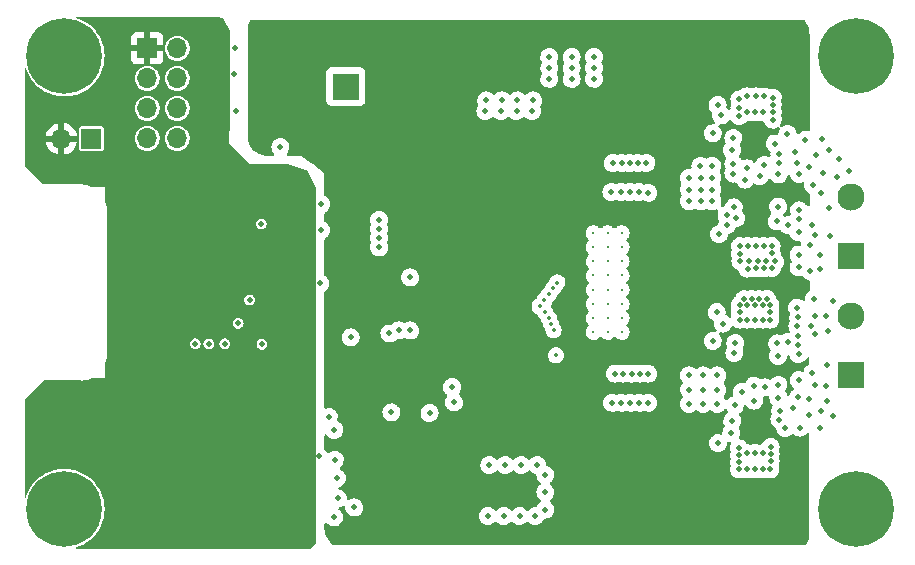
<source format=gbr>
%TF.GenerationSoftware,KiCad,Pcbnew,(6.0.8)*%
%TF.CreationDate,2023-03-12T18:26:40+08:00*%
%TF.ProjectId,STEP_MOTO,53544550-5f4d-44f5-944f-2e6b69636164,rev?*%
%TF.SameCoordinates,Original*%
%TF.FileFunction,Copper,L2,Inr*%
%TF.FilePolarity,Positive*%
%FSLAX46Y46*%
G04 Gerber Fmt 4.6, Leading zero omitted, Abs format (unit mm)*
G04 Created by KiCad (PCBNEW (6.0.8)) date 2023-03-12 18:26:40*
%MOMM*%
%LPD*%
G01*
G04 APERTURE LIST*
%TA.AperFunction,ComponentPad*%
%ADD10C,0.300000*%
%TD*%
%TA.AperFunction,ComponentPad*%
%ADD11R,2.300000X2.300000*%
%TD*%
%TA.AperFunction,ComponentPad*%
%ADD12C,2.300000*%
%TD*%
%TA.AperFunction,ComponentPad*%
%ADD13C,0.800000*%
%TD*%
%TA.AperFunction,ComponentPad*%
%ADD14C,6.400000*%
%TD*%
%TA.AperFunction,ComponentPad*%
%ADD15R,1.700000X1.700000*%
%TD*%
%TA.AperFunction,ComponentPad*%
%ADD16O,1.700000X1.700000*%
%TD*%
%TA.AperFunction,ViaPad*%
%ADD17C,0.500000*%
%TD*%
%TA.AperFunction,ViaPad*%
%ADD18C,0.350000*%
%TD*%
G04 APERTURE END LIST*
D10*
%TO.N,N/C*%
%TO.C,U1*%
X48800000Y18975000D03*
X50000000Y18975000D03*
X51200000Y18975000D03*
X48800000Y20175000D03*
X50000000Y20175000D03*
X51200000Y20175000D03*
X48800000Y21375000D03*
X50000000Y21375000D03*
X51200000Y21375000D03*
X48800000Y22575000D03*
X50000000Y22575000D03*
X51200000Y22575000D03*
X48800000Y23775000D03*
X50000000Y23775000D03*
X51200000Y23775000D03*
X48800000Y24975000D03*
X50000000Y24975000D03*
X51200000Y24975000D03*
X48800000Y26175000D03*
X50000000Y26175000D03*
X51200000Y26175000D03*
X48800000Y27375000D03*
X50000000Y27375000D03*
X51200000Y27375000D03*
%TD*%
D11*
%TO.N,+VSW*%
%TO.C,J5*%
X27823600Y39771600D03*
D12*
%TO.N,GNDPWR*%
X22823600Y39771600D03*
%TD*%
D13*
%TO.N,N/C*%
%TO.C,REF\u002A\u002A*%
X72697056Y2302944D03*
X71000000Y1600000D03*
X69302944Y2302944D03*
X73400000Y4000000D03*
D14*
X71000000Y4000000D03*
D13*
X69302944Y5697056D03*
X68600000Y4000000D03*
X71000000Y6400000D03*
X72697056Y5697056D03*
%TD*%
%TO.N,N/C*%
%TO.C,REF\u002A\u002A*%
X4000000Y44750000D03*
D14*
X4000000Y42350000D03*
D13*
X6400000Y42350000D03*
X2302944Y40652944D03*
X2302944Y44047056D03*
X4000000Y39950000D03*
X1600000Y42350000D03*
X5697056Y40652944D03*
X5697056Y44047056D03*
%TD*%
D15*
%TO.N,GND*%
%TO.C,J3*%
X11025000Y43000000D03*
D16*
%TO.N,/TXD*%
X11025000Y40460000D03*
%TO.N,/RXD*%
X11025000Y37920000D03*
%TO.N,+3.3V*%
X11025000Y35380000D03*
%TO.N,/DIR*%
X13565000Y35380000D03*
%TO.N,/BIN2*%
X13565000Y37920000D03*
%TO.N,/FAU*%
X13565000Y40460000D03*
%TO.N,/STEP*%
X13565000Y43000000D03*
%TD*%
D11*
%TO.N,/BOUT2*%
%TO.C,J2*%
X70639600Y15384800D03*
D12*
%TO.N,/BOUT1*%
X70639600Y20384800D03*
%TD*%
D14*
%TO.N,N/C*%
%TO.C,REF\u002A\u002A*%
X71000000Y42350000D03*
D13*
X73400000Y42350000D03*
X72697056Y44047056D03*
X71000000Y39950000D03*
X68600000Y42350000D03*
X69302944Y40652944D03*
X69302944Y44047056D03*
X72697056Y40652944D03*
X71000000Y44750000D03*
%TD*%
D15*
%TO.N,/FLASH*%
%TO.C,J4*%
X6299000Y35352000D03*
D16*
%TO.N,GND*%
X3759000Y35352000D03*
%TD*%
D13*
%TO.N,N/C*%
%TO.C,REF\u002A\u002A*%
X4000000Y6400000D03*
X5697056Y5697056D03*
X2302944Y5697056D03*
D14*
X4000000Y4000000D03*
D13*
X1600000Y4000000D03*
X6400000Y4000000D03*
X4000000Y1600000D03*
X5697056Y2302944D03*
X2302944Y2302944D03*
%TD*%
D11*
%TO.N,/AOUT2*%
%TO.C,J1*%
X70637200Y25384400D03*
D12*
%TO.N,/AOUT1*%
X70637200Y30384400D03*
%TD*%
D17*
%TO.N,GND*%
X18482533Y2433600D03*
X24714000Y4643400D03*
X8178600Y42413200D03*
X31699000Y12187200D03*
X1422200Y38679400D03*
X8153200Y38755600D03*
X16814600Y6599200D03*
X24282200Y12339600D03*
X18491000Y43022800D03*
X25755400Y27605000D03*
X10185200Y13254000D03*
X13258600Y45156400D03*
X11709200Y4719600D03*
X18380933Y6599200D03*
X13639600Y8224800D03*
X19947266Y8402600D03*
X22301000Y34640800D03*
X25755400Y29814800D03*
X18338600Y40863800D03*
X12293400Y41346400D03*
X1371400Y35529800D03*
X21513600Y8402600D03*
X36824989Y14315989D03*
X16484400Y44826200D03*
X1346000Y7183400D03*
X22783600Y7386600D03*
X26390400Y11780800D03*
X19947266Y6599200D03*
X1346000Y8555000D03*
X11785400Y36672800D03*
X7950000Y44546800D03*
X18380933Y8402600D03*
X6197400Y7437400D03*
X12293400Y38603200D03*
X27152400Y4897400D03*
X11429800Y8224800D03*
X33279229Y19123107D03*
X10591600Y9571000D03*
X25526800Y8478800D03*
X7492800Y6726200D03*
X8077000Y40025600D03*
X23571000Y4491000D03*
X25679200Y23109200D03*
X21513600Y6599200D03*
X18541800Y37688800D03*
X11582200Y3144800D03*
X32308600Y19121400D03*
X26898400Y8148600D03*
X31521200Y18867400D03*
X34924800Y12136400D03*
X37002386Y13037553D03*
X8889800Y8885200D03*
X16586000Y2433600D03*
X20379066Y2433600D03*
X22275600Y2433600D03*
X26873000Y10688600D03*
X26822200Y3297200D03*
X28549400Y4135400D03*
X7061000Y1392200D03*
X22936000Y8478800D03*
X13411000Y4592600D03*
X15671600Y7488200D03*
X16814600Y8402600D03*
X10820200Y12339600D03*
X27076200Y6624600D03*
X8381800Y4770400D03*
%TO.N,+VSW*%
X28244600Y18537200D03*
X61137600Y9130733D03*
X43687800Y38603200D03*
X62839400Y21788400D03*
X63779200Y21305800D03*
X42290800Y37688800D03*
X63193713Y8733667D03*
X62483800Y20035800D03*
X48844000Y40432000D03*
X63214050Y26258800D03*
X61213800Y26258800D03*
X63474400Y21788400D03*
X45059400Y42286200D03*
X43611600Y37688800D03*
X63220400Y24379200D03*
X63118800Y7361200D03*
X61163000Y37980900D03*
X63271200Y38933400D03*
X63804600Y8656600D03*
X61772600Y37587200D03*
X44729200Y5430800D03*
X48844000Y41346400D03*
X45059400Y40432000D03*
X61188400Y20035800D03*
X39980662Y7723281D03*
X39725400Y38603200D03*
X61772600Y38933400D03*
X40970000Y37688800D03*
X62204400Y21788400D03*
X63804600Y9266200D03*
X61569400Y21788400D03*
X63804600Y8047000D03*
X62483800Y21305800D03*
X63880800Y25674600D03*
X46951700Y42286200D03*
X61245550Y24963400D03*
X61848800Y24353800D03*
X61975800Y24963400D03*
X41198600Y3398800D03*
X48844000Y42286200D03*
X62452050Y7361200D03*
X62585400Y24379200D03*
X63131500Y21305800D03*
X63982400Y38210253D03*
X63779200Y20035800D03*
X63195000Y37587200D03*
X62521900Y38933400D03*
X61785300Y7361200D03*
X62483800Y37587200D03*
X63779200Y20670800D03*
X46951700Y40432000D03*
X61188400Y20670800D03*
X61163000Y37282400D03*
X63785550Y7361200D03*
X42689154Y7723281D03*
X45059400Y41371800D03*
X61137600Y8555000D03*
X62706050Y24963400D03*
X42367000Y38603200D03*
X63982400Y36964146D03*
X61772600Y8733667D03*
X41334908Y7723281D03*
X61880550Y26258800D03*
X61836100Y20035800D03*
X61137600Y7979267D03*
X63982400Y37587200D03*
X63131500Y20035800D03*
X63880800Y26258800D03*
X61836100Y21305800D03*
X61118550Y7361200D03*
X64166550Y24963400D03*
X62483156Y8733667D03*
X61188400Y21305800D03*
X44729200Y3957600D03*
X39649200Y37688800D03*
X46951700Y41378993D03*
X44043400Y7723281D03*
X43891000Y3398800D03*
X62547300Y26258800D03*
X63906200Y24404600D03*
X61163000Y38679400D03*
X44729200Y6904000D03*
X41046200Y38603200D03*
X63982400Y38833306D03*
X63436300Y24963400D03*
X42544800Y3398800D03*
X39852400Y3398800D03*
X61213800Y25611100D03*
%TO.N,+3.3V*%
X19684800Y21712200D03*
%TO.N,GNDPWR*%
X29616200Y42921200D03*
X36296400Y38984200D03*
X50571200Y36977600D03*
X33197600Y7259600D03*
X55041600Y2230400D03*
X33115050Y38984200D03*
X49098000Y44521400D03*
X36194800Y42565600D03*
X43332200Y35606000D03*
X51947880Y39568400D03*
X49225000Y7158000D03*
X52247600Y41956000D03*
X25247400Y38374600D03*
X57226000Y43276800D03*
X51301450Y36977600D03*
X60502600Y43022800D03*
X32156200Y7259600D03*
X38760200Y8885200D03*
X43052800Y25446000D03*
X45364200Y43784800D03*
X51282400Y36393400D03*
X34874000Y44242000D03*
X37312400Y9393200D03*
X55016200Y39593800D03*
X53568400Y44216600D03*
X36982200Y39593800D03*
X34239000Y7259600D03*
X34645400Y8529600D03*
X34112000Y42565600D03*
X37109200Y5494300D03*
X52577800Y9494800D03*
X57556200Y41473400D03*
X41173200Y44089600D03*
X36423400Y3678200D03*
X65506400Y43048200D03*
X38557000Y44140400D03*
X51053800Y9494800D03*
X54051000Y8275600D03*
X36982200Y42006800D03*
X50444200Y39568400D03*
X54228800Y37206200D03*
X53451560Y6980200D03*
X52679400Y6980200D03*
X54279600Y7640600D03*
X53451560Y39568400D03*
X62991800Y43022800D03*
X51561800Y3779800D03*
X50063200Y29281400D03*
X54203400Y39568400D03*
X56972000Y44826200D03*
X37109200Y4287800D03*
X49123400Y5024400D03*
X39115800Y14353900D03*
X39928600Y10891800D03*
X62407600Y3424200D03*
X27838200Y29510000D03*
X48894800Y17216400D03*
X30581400Y39797000D03*
X54228800Y36418800D03*
X49606000Y16454400D03*
X31292600Y35555200D03*
X23774200Y42997400D03*
X54223720Y6980200D03*
X32054600Y38984200D03*
X47370800Y17368800D03*
X27127000Y18588000D03*
X51135080Y6980200D03*
X52755600Y36393400D03*
X50342600Y5405400D03*
X33242050Y3678200D03*
X52095200Y29078200D03*
X35153400Y42565600D03*
X41020800Y11349000D03*
X52171400Y2154200D03*
X32181600Y3678200D03*
X37795000Y10637800D03*
X43408400Y44445200D03*
X51196040Y39568400D03*
X38023600Y35453600D03*
X33070600Y42565600D03*
X54228800Y38781000D03*
X25933200Y42972000D03*
X50545800Y36393400D03*
X36982200Y40800300D03*
X36271000Y8529600D03*
X55168600Y43480000D03*
X47040600Y44800800D03*
X59969200Y3424200D03*
X66293800Y37714200D03*
X54228800Y37993600D03*
X53492200Y36977600D03*
X27990600Y42997400D03*
X55016200Y38814867D03*
X53492200Y36393400D03*
X64871400Y3424200D03*
X52699720Y39568400D03*
X37109200Y6700800D03*
X51815800Y9494800D03*
X35235950Y38984200D03*
X52761950Y36977600D03*
X52019000Y36393400D03*
X66370000Y7361200D03*
X34175500Y38984200D03*
X47548600Y5024400D03*
X53416000Y5075200D03*
X35280400Y7259600D03*
X51907240Y6980200D03*
X56921200Y5354600D03*
X50362920Y6980200D03*
X49809200Y2128800D03*
X42976600Y33751800D03*
X21742200Y43022800D03*
X41579600Y35860000D03*
X35362950Y3678200D03*
X46761200Y1874800D03*
X51053800Y29129000D03*
X50291800Y9494800D03*
X53339800Y9494800D03*
X36321800Y7259600D03*
X31267200Y37587200D03*
X55016200Y38035934D03*
X34302500Y3678200D03*
X32029200Y42565600D03*
X48234400Y16302000D03*
X52031700Y36977600D03*
X43789400Y24557000D03*
X43154400Y24099800D03*
X25298200Y41219400D03*
X27609600Y27401800D03*
X55016200Y37257000D03*
X31648200Y44038800D03*
%TO.N,+5V*%
X33273800Y23617200D03*
X30656500Y26935400D03*
X30656500Y27714700D03*
X30657600Y28494000D03*
X30656500Y26156100D03*
%TO.N,/AOUT1*%
X69418000Y32075400D03*
X60655000Y35402800D03*
X65836600Y34234400D03*
X60655000Y33243800D03*
X68783000Y34437600D03*
X68275000Y32481800D03*
X68706800Y29510000D03*
X67055800Y32989800D03*
X64160200Y34945600D03*
X61620200Y31897600D03*
X61798000Y32837400D03*
X63271200Y33142200D03*
X59308800Y38222200D03*
X66725600Y35250400D03*
X64515800Y33269200D03*
X68173400Y35352000D03*
X62890200Y32177000D03*
X68097200Y30754600D03*
X69595800Y33624800D03*
X60655000Y32405600D03*
X66192200Y32380200D03*
X65227000Y35758400D03*
X67411400Y31415000D03*
X64541200Y34082000D03*
X59613600Y37333200D03*
X67614600Y34005800D03*
X66065200Y33320000D03*
X70434000Y32634200D03*
X64465000Y32329400D03*
X60528000Y34412200D03*
%TO.N,/AOUT2*%
X60121600Y28062200D03*
X67284400Y28062200D03*
X66166800Y27427200D03*
X64439600Y29611600D03*
X64312600Y28367000D03*
X67563800Y27173200D03*
X67970200Y25522200D03*
X60680400Y29535400D03*
X66166800Y24455400D03*
X59435800Y27274800D03*
X67157400Y24150600D03*
X65277800Y28036800D03*
X60070800Y28900400D03*
X60883600Y28621000D03*
X67132000Y26385800D03*
X66166800Y28595600D03*
X68021000Y24353800D03*
X66217600Y29281400D03*
X66166800Y25547600D03*
X68833800Y27097000D03*
%TO.N,/BOUT1*%
X65252400Y18130800D03*
X67589200Y20340600D03*
X64414200Y16962400D03*
X66141400Y17927600D03*
X68656000Y19096000D03*
X66039800Y21051800D03*
X67538400Y18791200D03*
X59740600Y19705600D03*
X67487600Y21788400D03*
X66166800Y17114800D03*
X69087800Y21636000D03*
X60731200Y17191000D03*
X66141400Y20289800D03*
X60807400Y18054600D03*
X66141400Y18689600D03*
X68478200Y20366000D03*
X67208200Y19527800D03*
X66065200Y19477000D03*
X59232600Y20670800D03*
X64363400Y18029200D03*
%TO.N,/BOUT2*%
X60756600Y12771400D03*
X67081200Y13330200D03*
X60553400Y11476000D03*
X67563800Y14473200D03*
X66268400Y10891800D03*
X68452800Y14447800D03*
X67030400Y11933200D03*
X66192200Y14905000D03*
X68097200Y12263400D03*
X68605200Y13152400D03*
X60477200Y10434600D03*
X65709600Y12542800D03*
X65049200Y10841000D03*
X67995600Y10841000D03*
X64465000Y14524000D03*
X62382200Y14447800D03*
X62382200Y13177800D03*
X63322000Y14295400D03*
X66141400Y13457200D03*
X68579800Y16225800D03*
X67335200Y15514600D03*
X69062400Y11907800D03*
X64541200Y11577600D03*
X64617400Y12339600D03*
X64465000Y13406400D03*
X61366200Y13914400D03*
X59359600Y9571000D03*
D18*
%TO.N,/STEP*%
X45745200Y23175000D03*
%TO.N,/FAU*%
X45422483Y19154100D03*
%TO.N,/BIN2*%
X44651324Y21691537D03*
%TO.N,/DIR*%
X45364200Y22676500D03*
D17*
%TO.N,/AISENP*%
X57870400Y30050000D03*
X51866600Y33294600D03*
X57861000Y33066000D03*
X56870400Y31050000D03*
X58870400Y32050000D03*
X53289000Y33294600D03*
X58870400Y30050000D03*
X57870400Y31050000D03*
X50317200Y30830800D03*
X57870400Y32050000D03*
X51206200Y33294600D03*
X53441400Y30780000D03*
X51130000Y30830800D03*
X56870400Y32050000D03*
X52628600Y30830800D03*
X56870400Y30050000D03*
X58851600Y33066000D03*
X50444200Y33294600D03*
X51866600Y30830800D03*
X58870400Y31050000D03*
X58902400Y35809200D03*
X52577800Y33294600D03*
%TO.N,/BISENP*%
X58902400Y18232400D03*
X52654000Y13000000D03*
X51326850Y15463800D03*
X58089600Y15311400D03*
X58089600Y12911400D03*
X51130000Y13000000D03*
X50368000Y13000000D03*
X58089600Y14111400D03*
X56889600Y12911400D03*
X59289600Y15311400D03*
X59289600Y12911400D03*
X56889600Y15311400D03*
X53416000Y13000000D03*
X51892000Y13000000D03*
X52031700Y15463800D03*
X50622000Y15463800D03*
X59289600Y14111400D03*
X56889600Y14111400D03*
X52736550Y15463800D03*
X53441400Y15463800D03*
D18*
%TO.N,/SDATO*%
X45224737Y19666789D03*
D17*
X18719600Y19731000D03*
%TO.N,/STA*%
X15087400Y18003800D03*
D18*
X45618200Y17013200D03*
%TO.N,/SCS*%
X45008600Y20172000D03*
D17*
X20675400Y28138400D03*
D18*
%TO.N,/BIN1*%
X45034000Y22176500D03*
D17*
X16230400Y17978400D03*
%TO.N,/SCLK*%
X17576600Y18003800D03*
D18*
X44246600Y21173500D03*
%TO.N,/SDATI*%
X44678400Y20673500D03*
D17*
X20726200Y17953000D03*
%TD*%
%TA.AperFunction,Conductor*%
%TO.N,GND*%
G36*
X17033196Y45697133D02*
G01*
X17430186Y45569063D01*
X17458834Y45544610D01*
X18001330Y44475961D01*
X18006638Y44453658D01*
X17988027Y37027662D01*
X17983000Y35021800D01*
X19761000Y33243800D01*
X22831561Y33243800D01*
X22846993Y33241306D01*
X24504258Y32691385D01*
X24532605Y32666889D01*
X25269160Y31201824D01*
X25274381Y31179896D01*
X25322497Y2382840D01*
X25322497Y2382799D01*
X25323583Y1082296D01*
X25309261Y1047636D01*
X24927161Y664881D01*
X24892483Y650500D01*
X5006178Y650500D01*
X4971530Y664852D01*
X4957178Y699500D01*
X4971530Y734148D01*
X4990792Y746022D01*
X5241323Y828877D01*
X5241328Y828879D01*
X5242586Y829295D01*
X5243796Y829846D01*
X5243800Y829848D01*
X5576543Y981488D01*
X5577752Y982039D01*
X5894461Y1170087D01*
X6189009Y1391240D01*
X6457950Y1642911D01*
X6581336Y1786360D01*
X6697281Y1921157D01*
X6697286Y1921163D01*
X6698138Y1922154D01*
X6906762Y2225705D01*
X7081383Y2550011D01*
X7081877Y2551227D01*
X7081881Y2551236D01*
X7219457Y2890047D01*
X7219958Y2891280D01*
X7220321Y2892554D01*
X7220324Y2892563D01*
X7320498Y3244228D01*
X7320500Y3244236D01*
X7320865Y3245518D01*
X7382925Y3608582D01*
X7405411Y3976225D01*
X7405494Y4000000D01*
X7404261Y4022781D01*
X7385647Y4366461D01*
X7385575Y4367791D01*
X7326052Y4731280D01*
X7227620Y5086214D01*
X7091431Y5428442D01*
X6919078Y5753959D01*
X6912976Y5762973D01*
X6713319Y6057864D01*
X6712578Y6058959D01*
X6703707Y6069420D01*
X6475195Y6338871D01*
X6475194Y6338872D01*
X6474346Y6339872D01*
X6207168Y6593414D01*
X5914172Y6816618D01*
X5903125Y6823282D01*
X5599921Y7006187D01*
X5599914Y7006191D01*
X5598783Y7006873D01*
X5264691Y7161953D01*
X5263433Y7162379D01*
X5263425Y7162382D01*
X4917067Y7279617D01*
X4917064Y7279618D01*
X4915805Y7280044D01*
X4671759Y7334148D01*
X4557515Y7359476D01*
X4557511Y7359477D01*
X4556206Y7359766D01*
X4554882Y7359912D01*
X4554877Y7359913D01*
X4403188Y7376659D01*
X4190100Y7400184D01*
X4000430Y7400515D01*
X3823093Y7400825D01*
X3823087Y7400825D01*
X3821770Y7400827D01*
X3820462Y7400687D01*
X3820458Y7400687D01*
X3456844Y7361828D01*
X3456841Y7361828D01*
X3455526Y7361687D01*
X3454234Y7361405D01*
X3454226Y7361404D01*
X3282806Y7324028D01*
X3095650Y7283221D01*
X3094409Y7282806D01*
X3094399Y7282803D01*
X2747605Y7166767D01*
X2747598Y7166764D01*
X2746354Y7166348D01*
X2411723Y7012435D01*
X2095672Y6823282D01*
X2094624Y6822489D01*
X2094619Y6822486D01*
X2085792Y6815810D01*
X1801898Y6601103D01*
X1800946Y6600206D01*
X1800939Y6600200D01*
X1534803Y6349406D01*
X1534797Y6349399D01*
X1533837Y6348495D01*
X1532977Y6347488D01*
X1532975Y6347486D01*
X1527249Y6340781D01*
X1294626Y6068415D01*
X1293886Y6067330D01*
X1293882Y6067325D01*
X1134842Y5834180D01*
X1087062Y5764138D01*
X913574Y5439224D01*
X776192Y5097474D01*
X775832Y5096193D01*
X746672Y4992453D01*
X723480Y4962982D01*
X686240Y4958541D01*
X656769Y4981733D01*
X650500Y5005713D01*
X650500Y13281649D01*
X664840Y13316285D01*
X2215395Y14867936D01*
X2250055Y14882300D01*
X5371440Y14882300D01*
X5382505Y14881034D01*
X5396580Y14877771D01*
X5396583Y14877771D01*
X5399282Y14877145D01*
X5400000Y14877144D01*
X5402695Y14877759D01*
X5402698Y14877759D01*
X5402797Y14877782D01*
X5402838Y14877791D01*
X5410775Y14878930D01*
X5665726Y14894351D01*
X5667181Y14894618D01*
X5667184Y14894618D01*
X5926121Y14942070D01*
X5926124Y14942071D01*
X5927577Y14942337D01*
X5928985Y14942776D01*
X5928990Y14942777D01*
X6180313Y15021093D01*
X6180316Y15021094D01*
X6181734Y15021536D01*
X6216412Y15037143D01*
X6246496Y15050683D01*
X6266606Y15055000D01*
X7417200Y15055000D01*
X7417200Y16192642D01*
X7421517Y16212752D01*
X7460653Y16299708D01*
X7460654Y16299711D01*
X7461264Y16301066D01*
X7540463Y16555223D01*
X7588449Y16817074D01*
X7603815Y17071114D01*
X7604992Y17079222D01*
X7605027Y17079373D01*
X7605655Y17082082D01*
X7605656Y17082800D01*
X7601727Y17100024D01*
X7600500Y17110922D01*
X7600500Y18009360D01*
X14632301Y18009360D01*
X14632753Y18005903D01*
X14632753Y18005900D01*
X14641125Y17941880D01*
X14649033Y17881406D01*
X14650440Y17878209D01*
X14650440Y17878208D01*
X14676901Y17818070D01*
X14701005Y17763290D01*
X14703251Y17760618D01*
X14703253Y17760615D01*
X14745955Y17709815D01*
X14784039Y17664509D01*
X14786943Y17662576D01*
X14786944Y17662575D01*
X14834668Y17630808D01*
X14891460Y17593004D01*
X14894786Y17591965D01*
X14894788Y17591964D01*
X14913558Y17586100D01*
X15014633Y17554522D01*
X15018123Y17554458D01*
X15044320Y17553978D01*
X15143655Y17552157D01*
X15268155Y17586100D01*
X15271126Y17587924D01*
X15271128Y17587925D01*
X15375150Y17651795D01*
X15378124Y17653621D01*
X15464722Y17749293D01*
X15496375Y17814625D01*
X15519465Y17862281D01*
X15519466Y17862283D01*
X15520988Y17865425D01*
X15540930Y17983960D01*
X15775301Y17983960D01*
X15775753Y17980503D01*
X15775753Y17980500D01*
X15781047Y17940016D01*
X15792033Y17856006D01*
X15793440Y17852809D01*
X15793440Y17852808D01*
X15803209Y17830606D01*
X15844005Y17737890D01*
X15846251Y17735218D01*
X15846253Y17735215D01*
X15879296Y17695906D01*
X15927039Y17639109D01*
X15929943Y17637176D01*
X15929944Y17637175D01*
X15977668Y17605408D01*
X16034460Y17567604D01*
X16037786Y17566565D01*
X16037788Y17566564D01*
X16083698Y17552221D01*
X16157633Y17529122D01*
X16161123Y17529058D01*
X16187320Y17528578D01*
X16286655Y17526757D01*
X16411155Y17560700D01*
X16414126Y17562524D01*
X16414128Y17562525D01*
X16518150Y17626395D01*
X16521124Y17628221D01*
X16607722Y17723893D01*
X16638601Y17787628D01*
X16662465Y17836881D01*
X16662466Y17836883D01*
X16663988Y17840025D01*
X16667733Y17862281D01*
X16681442Y17943772D01*
X16685397Y17967280D01*
X16685533Y17978400D01*
X16681099Y18009360D01*
X17121501Y18009360D01*
X17121953Y18005903D01*
X17121953Y18005900D01*
X17130325Y17941880D01*
X17138233Y17881406D01*
X17139640Y17878209D01*
X17139640Y17878208D01*
X17166101Y17818070D01*
X17190205Y17763290D01*
X17192451Y17760618D01*
X17192453Y17760615D01*
X17235155Y17709815D01*
X17273239Y17664509D01*
X17276143Y17662576D01*
X17276144Y17662575D01*
X17323868Y17630808D01*
X17380660Y17593004D01*
X17383986Y17591965D01*
X17383988Y17591964D01*
X17402758Y17586100D01*
X17503833Y17554522D01*
X17507323Y17554458D01*
X17533520Y17553978D01*
X17632855Y17552157D01*
X17757355Y17586100D01*
X17760326Y17587924D01*
X17760328Y17587925D01*
X17864350Y17651795D01*
X17867324Y17653621D01*
X17953922Y17749293D01*
X17985575Y17814625D01*
X18008665Y17862281D01*
X18008666Y17862283D01*
X18010188Y17865425D01*
X18025857Y17958560D01*
X20271101Y17958560D01*
X20271553Y17955103D01*
X20271553Y17955100D01*
X20273282Y17941880D01*
X20287833Y17830606D01*
X20339805Y17712490D01*
X20342051Y17709818D01*
X20342053Y17709815D01*
X20390824Y17651795D01*
X20422839Y17613709D01*
X20530260Y17542204D01*
X20533586Y17541165D01*
X20533588Y17541164D01*
X20579498Y17526821D01*
X20653433Y17503722D01*
X20656923Y17503658D01*
X20683120Y17503178D01*
X20782455Y17501357D01*
X20906955Y17535300D01*
X20909926Y17537124D01*
X20909928Y17537125D01*
X21013950Y17600995D01*
X21016924Y17602821D01*
X21103522Y17698493D01*
X21159788Y17814625D01*
X21163533Y17836881D01*
X21180883Y17940016D01*
X21181197Y17941880D01*
X21181333Y17953000D01*
X21163039Y18080741D01*
X21109628Y18198212D01*
X21025393Y18295972D01*
X20977735Y18326862D01*
X20920037Y18364260D01*
X20920033Y18364262D01*
X20917106Y18366159D01*
X20913762Y18367159D01*
X20913760Y18367160D01*
X20796823Y18402132D01*
X20796824Y18402132D01*
X20793473Y18403134D01*
X20727273Y18403538D01*
X20667923Y18403901D01*
X20667921Y18403901D01*
X20664431Y18403922D01*
X20661076Y18402963D01*
X20661075Y18402963D01*
X20614529Y18389660D01*
X20540355Y18368461D01*
X20431219Y18299601D01*
X20345796Y18202878D01*
X20344312Y18199717D01*
X20313796Y18134719D01*
X20290954Y18086068D01*
X20290417Y18082621D01*
X20290417Y18082620D01*
X20272459Y17967280D01*
X20271101Y17958560D01*
X18025857Y17958560D01*
X18031597Y17992680D01*
X18031733Y18003800D01*
X18013439Y18131541D01*
X17960028Y18249012D01*
X17914835Y18301462D01*
X17878073Y18344126D01*
X17875793Y18346772D01*
X17809624Y18389660D01*
X17770437Y18415060D01*
X17770433Y18415062D01*
X17767506Y18416959D01*
X17764162Y18417959D01*
X17764160Y18417960D01*
X17647223Y18452932D01*
X17647224Y18452932D01*
X17643873Y18453934D01*
X17577673Y18454338D01*
X17518323Y18454701D01*
X17518321Y18454701D01*
X17514831Y18454722D01*
X17511476Y18453763D01*
X17511475Y18453763D01*
X17394110Y18420220D01*
X17390755Y18419261D01*
X17281619Y18350401D01*
X17196196Y18253678D01*
X17141354Y18136868D01*
X17140817Y18133421D01*
X17140817Y18133420D01*
X17132908Y18082620D01*
X17121501Y18009360D01*
X16681099Y18009360D01*
X16667239Y18106141D01*
X16613828Y18223612D01*
X16546749Y18301462D01*
X16531873Y18318726D01*
X16529593Y18321372D01*
X16463424Y18364260D01*
X16424237Y18389660D01*
X16424233Y18389662D01*
X16421306Y18391559D01*
X16417962Y18392559D01*
X16417960Y18392560D01*
X16301023Y18427532D01*
X16301024Y18427532D01*
X16297673Y18428534D01*
X16231473Y18428938D01*
X16172123Y18429301D01*
X16172121Y18429301D01*
X16168631Y18429322D01*
X16165276Y18428363D01*
X16165275Y18428363D01*
X16047910Y18394820D01*
X16044555Y18393861D01*
X15935419Y18325001D01*
X15849996Y18228278D01*
X15795154Y18111468D01*
X15794617Y18108021D01*
X15794617Y18108020D01*
X15776659Y17992680D01*
X15775301Y17983960D01*
X15540930Y17983960D01*
X15542397Y17992680D01*
X15542533Y18003800D01*
X15524239Y18131541D01*
X15470828Y18249012D01*
X15425635Y18301462D01*
X15388873Y18344126D01*
X15386593Y18346772D01*
X15320424Y18389660D01*
X15281237Y18415060D01*
X15281233Y18415062D01*
X15278306Y18416959D01*
X15274962Y18417959D01*
X15274960Y18417960D01*
X15158023Y18452932D01*
X15158024Y18452932D01*
X15154673Y18453934D01*
X15088473Y18454338D01*
X15029123Y18454701D01*
X15029121Y18454701D01*
X15025631Y18454722D01*
X15022276Y18453763D01*
X15022275Y18453763D01*
X14904910Y18420220D01*
X14901555Y18419261D01*
X14792419Y18350401D01*
X14706996Y18253678D01*
X14652154Y18136868D01*
X14651617Y18133421D01*
X14651617Y18133420D01*
X14643708Y18082620D01*
X14632301Y18009360D01*
X7600500Y18009360D01*
X7600500Y19736560D01*
X18264501Y19736560D01*
X18264953Y19733103D01*
X18264953Y19733100D01*
X18266682Y19719880D01*
X18281233Y19608606D01*
X18333205Y19490490D01*
X18335451Y19487818D01*
X18335453Y19487815D01*
X18347145Y19473906D01*
X18416239Y19391709D01*
X18523660Y19320204D01*
X18526986Y19319165D01*
X18526988Y19319164D01*
X18545758Y19313300D01*
X18646833Y19281722D01*
X18650323Y19281658D01*
X18676520Y19281178D01*
X18775855Y19279357D01*
X18900355Y19313300D01*
X18903326Y19315124D01*
X18903328Y19315125D01*
X19007350Y19378995D01*
X19010324Y19380821D01*
X19096922Y19476493D01*
X19153188Y19592625D01*
X19174597Y19719880D01*
X19174733Y19731000D01*
X19156439Y19858741D01*
X19103028Y19976212D01*
X19018793Y20073972D01*
X18980376Y20098872D01*
X18913437Y20142260D01*
X18913433Y20142262D01*
X18910506Y20144159D01*
X18907162Y20145159D01*
X18907160Y20145160D01*
X18790223Y20180132D01*
X18790224Y20180132D01*
X18786873Y20181134D01*
X18720673Y20181538D01*
X18661323Y20181901D01*
X18661321Y20181901D01*
X18657831Y20181922D01*
X18654476Y20180963D01*
X18654475Y20180963D01*
X18537110Y20147420D01*
X18533755Y20146461D01*
X18424619Y20077601D01*
X18339196Y19980878D01*
X18284354Y19864068D01*
X18283817Y19860621D01*
X18283817Y19860620D01*
X18283525Y19858741D01*
X18264501Y19736560D01*
X7600500Y19736560D01*
X7600500Y21717760D01*
X19229701Y21717760D01*
X19230153Y21714303D01*
X19230153Y21714300D01*
X19231882Y21701080D01*
X19246433Y21589806D01*
X19298405Y21471690D01*
X19300651Y21469018D01*
X19300653Y21469015D01*
X19312345Y21455106D01*
X19381439Y21372909D01*
X19488860Y21301404D01*
X19492186Y21300365D01*
X19492188Y21300364D01*
X19510958Y21294500D01*
X19612033Y21262922D01*
X19615523Y21262858D01*
X19641720Y21262378D01*
X19741055Y21260557D01*
X19865555Y21294500D01*
X19868526Y21296324D01*
X19868528Y21296325D01*
X19972550Y21360195D01*
X19975524Y21362021D01*
X20062122Y21457693D01*
X20118388Y21573825D01*
X20139797Y21701080D01*
X20139933Y21712200D01*
X20121639Y21839941D01*
X20068228Y21957412D01*
X19983993Y22055172D01*
X19945576Y22080072D01*
X19878637Y22123460D01*
X19878633Y22123462D01*
X19875706Y22125359D01*
X19872362Y22126359D01*
X19872360Y22126360D01*
X19755423Y22161332D01*
X19755424Y22161332D01*
X19752073Y22162334D01*
X19685873Y22162738D01*
X19626523Y22163101D01*
X19626521Y22163101D01*
X19623031Y22163122D01*
X19619676Y22162163D01*
X19619675Y22162163D01*
X19502310Y22128620D01*
X19498955Y22127661D01*
X19389819Y22058801D01*
X19304396Y21962078D01*
X19249554Y21845268D01*
X19249017Y21841821D01*
X19249017Y21841820D01*
X19248725Y21839941D01*
X19229701Y21717760D01*
X7600500Y21717760D01*
X7600500Y28143960D01*
X20220301Y28143960D01*
X20220753Y28140503D01*
X20220753Y28140500D01*
X20222482Y28127280D01*
X20237033Y28016006D01*
X20289005Y27897890D01*
X20291251Y27895218D01*
X20291253Y27895215D01*
X20302945Y27881306D01*
X20372039Y27799109D01*
X20479460Y27727604D01*
X20482786Y27726565D01*
X20482788Y27726564D01*
X20501558Y27720700D01*
X20602633Y27689122D01*
X20606123Y27689058D01*
X20632320Y27688578D01*
X20731655Y27686757D01*
X20856155Y27720700D01*
X20859126Y27722524D01*
X20859128Y27722525D01*
X20963150Y27786395D01*
X20966124Y27788221D01*
X21052722Y27883893D01*
X21108988Y28000025D01*
X21130397Y28127280D01*
X21130533Y28138400D01*
X21112239Y28266141D01*
X21058828Y28383612D01*
X20974593Y28481372D01*
X20936176Y28506272D01*
X20869237Y28549660D01*
X20869233Y28549662D01*
X20866306Y28551559D01*
X20862962Y28552559D01*
X20862960Y28552560D01*
X20746023Y28587532D01*
X20746024Y28587532D01*
X20742673Y28588534D01*
X20676473Y28588938D01*
X20617123Y28589301D01*
X20617121Y28589301D01*
X20613631Y28589322D01*
X20610276Y28588363D01*
X20610275Y28588363D01*
X20492910Y28554820D01*
X20489555Y28553861D01*
X20380419Y28485001D01*
X20294996Y28388278D01*
X20240154Y28271468D01*
X20239617Y28268021D01*
X20239617Y28268020D01*
X20239325Y28266141D01*
X20220301Y28143960D01*
X7600500Y28143960D01*
X7600500Y29259440D01*
X7601766Y29270505D01*
X7605029Y29284580D01*
X7605029Y29284583D01*
X7605655Y29287282D01*
X7605656Y29288000D01*
X7605009Y29290838D01*
X7603870Y29298778D01*
X7588538Y29552252D01*
X7588449Y29553726D01*
X7540463Y29815577D01*
X7461264Y30069734D01*
X7421517Y30158048D01*
X7417200Y30178158D01*
X7417200Y31295000D01*
X6312821Y31295000D01*
X6292711Y31299317D01*
X6183092Y31348653D01*
X6183089Y31348654D01*
X6181734Y31349264D01*
X6180316Y31349706D01*
X6180313Y31349707D01*
X5928990Y31428023D01*
X5928985Y31428024D01*
X5927577Y31428463D01*
X5926124Y31428729D01*
X5926121Y31428730D01*
X5667184Y31476182D01*
X5667181Y31476182D01*
X5665726Y31476449D01*
X5466491Y31488500D01*
X5411686Y31491815D01*
X5403578Y31492992D01*
X5403427Y31493027D01*
X5400718Y31493655D01*
X5400000Y31493656D01*
X5397304Y31493041D01*
X5382776Y31489727D01*
X5371878Y31488500D01*
X2238298Y31488500D01*
X2203662Y31502840D01*
X664864Y33040552D01*
X650500Y33075212D01*
X650500Y35091687D01*
X2425533Y35091687D01*
X2458259Y34946472D01*
X2459457Y34942649D01*
X2541958Y34739472D01*
X2543766Y34735893D01*
X2658339Y34548928D01*
X2660710Y34545688D01*
X2804289Y34379936D01*
X2807140Y34377144D01*
X2975873Y34237058D01*
X2979147Y34234766D01*
X3168482Y34124128D01*
X3172093Y34122398D01*
X3376950Y34044171D01*
X3380807Y34043050D01*
X3495447Y34019727D01*
X3502772Y34021150D01*
X3505000Y34024453D01*
X3505000Y34025115D01*
X4013000Y34025115D01*
X4015855Y34018223D01*
X4020445Y34016322D01*
X4040315Y34018867D01*
X4044243Y34019702D01*
X4254276Y34082716D01*
X4258007Y34084178D01*
X4454931Y34180650D01*
X4458372Y34182701D01*
X4636900Y34310043D01*
X4639957Y34312626D01*
X4795293Y34467422D01*
X4797884Y34470466D01*
X4806353Y34482252D01*
X5248500Y34482252D01*
X5260133Y34423769D01*
X5304448Y34357448D01*
X5370769Y34313133D01*
X5429252Y34301500D01*
X7168748Y34301500D01*
X7227231Y34313133D01*
X7293552Y34357448D01*
X7337867Y34423769D01*
X7349500Y34482252D01*
X7349500Y35394738D01*
X9969520Y35394738D01*
X9969720Y35392356D01*
X9969720Y35392352D01*
X9973346Y35349172D01*
X9986759Y35189447D01*
X10043544Y34991414D01*
X10137712Y34808182D01*
X10139198Y34806307D01*
X10139200Y34806304D01*
X10192171Y34739472D01*
X10265677Y34646730D01*
X10422564Y34513209D01*
X10602398Y34412703D01*
X10650936Y34396932D01*
X10796047Y34349782D01*
X10796051Y34349781D01*
X10798329Y34349041D01*
X11002894Y34324649D01*
X11208300Y34340454D01*
X11406725Y34395855D01*
X11408854Y34396930D01*
X11408858Y34396932D01*
X11495728Y34440814D01*
X11590610Y34488742D01*
X11752951Y34615576D01*
X11778500Y34645175D01*
X11885993Y34769707D01*
X11885997Y34769712D01*
X11887564Y34771528D01*
X11989323Y34950656D01*
X12002882Y34991414D01*
X12027702Y35066026D01*
X12054351Y35146137D01*
X12080171Y35350526D01*
X12080583Y35380000D01*
X12079138Y35394738D01*
X12509520Y35394738D01*
X12509720Y35392356D01*
X12509720Y35392352D01*
X12513346Y35349172D01*
X12526759Y35189447D01*
X12583544Y34991414D01*
X12677712Y34808182D01*
X12679198Y34806307D01*
X12679200Y34806304D01*
X12732171Y34739472D01*
X12805677Y34646730D01*
X12962564Y34513209D01*
X13142398Y34412703D01*
X13190936Y34396932D01*
X13336047Y34349782D01*
X13336051Y34349781D01*
X13338329Y34349041D01*
X13542894Y34324649D01*
X13748300Y34340454D01*
X13946725Y34395855D01*
X13948854Y34396930D01*
X13948858Y34396932D01*
X14035728Y34440814D01*
X14130610Y34488742D01*
X14292951Y34615576D01*
X14318500Y34645175D01*
X14425993Y34769707D01*
X14425997Y34769712D01*
X14427564Y34771528D01*
X14529323Y34950656D01*
X14542882Y34991414D01*
X14567702Y35066026D01*
X14594351Y35146137D01*
X14620171Y35350526D01*
X14620583Y35380000D01*
X14600480Y35585030D01*
X14595433Y35601749D01*
X14541626Y35779961D01*
X14540935Y35782251D01*
X14518551Y35824350D01*
X14445342Y35962038D01*
X14445339Y35962042D01*
X14444218Y35964151D01*
X14314011Y36123800D01*
X14155275Y36255118D01*
X13985163Y36347097D01*
X13976160Y36351965D01*
X13976159Y36351966D01*
X13974055Y36353103D01*
X13777254Y36414023D01*
X13774879Y36414273D01*
X13774877Y36414273D01*
X13574752Y36435307D01*
X13574747Y36435307D01*
X13572369Y36435557D01*
X13569984Y36435340D01*
X13569979Y36435340D01*
X13469786Y36426222D01*
X13367203Y36416886D01*
X13226244Y36375400D01*
X13171875Y36359398D01*
X13171873Y36359397D01*
X13169572Y36358720D01*
X13167446Y36357609D01*
X13167447Y36357609D01*
X13010377Y36275494D01*
X12987002Y36263274D01*
X12921985Y36210999D01*
X12828312Y36135685D01*
X12828309Y36135682D01*
X12826447Y36134185D01*
X12824908Y36132351D01*
X12824907Y36132350D01*
X12776151Y36074245D01*
X12694024Y35976370D01*
X12692869Y35974269D01*
X12610451Y35824350D01*
X12594776Y35795838D01*
X12594052Y35793557D01*
X12594052Y35793556D01*
X12581616Y35754351D01*
X12532484Y35599468D01*
X12509520Y35394738D01*
X12079138Y35394738D01*
X12060480Y35585030D01*
X12055433Y35601749D01*
X12001626Y35779961D01*
X12000935Y35782251D01*
X11978551Y35824350D01*
X11905342Y35962038D01*
X11905339Y35962042D01*
X11904218Y35964151D01*
X11774011Y36123800D01*
X11615275Y36255118D01*
X11445163Y36347097D01*
X11436160Y36351965D01*
X11436159Y36351966D01*
X11434055Y36353103D01*
X11237254Y36414023D01*
X11234879Y36414273D01*
X11234877Y36414273D01*
X11034752Y36435307D01*
X11034747Y36435307D01*
X11032369Y36435557D01*
X11029984Y36435340D01*
X11029979Y36435340D01*
X10929786Y36426222D01*
X10827203Y36416886D01*
X10686244Y36375400D01*
X10631875Y36359398D01*
X10631873Y36359397D01*
X10629572Y36358720D01*
X10627446Y36357609D01*
X10627447Y36357609D01*
X10470377Y36275494D01*
X10447002Y36263274D01*
X10381985Y36210999D01*
X10288312Y36135685D01*
X10288309Y36135682D01*
X10286447Y36134185D01*
X10284908Y36132351D01*
X10284907Y36132350D01*
X10236151Y36074245D01*
X10154024Y35976370D01*
X10152869Y35974269D01*
X10070451Y35824350D01*
X10054776Y35795838D01*
X10054052Y35793557D01*
X10054052Y35793556D01*
X10041616Y35754351D01*
X9992484Y35599468D01*
X9969520Y35394738D01*
X7349500Y35394738D01*
X7349500Y36221748D01*
X7337867Y36280231D01*
X7293552Y36346552D01*
X7227231Y36390867D01*
X7168748Y36402500D01*
X5429252Y36402500D01*
X5370769Y36390867D01*
X5304448Y36346552D01*
X5260133Y36280231D01*
X5248500Y36221748D01*
X5248500Y34482252D01*
X4806353Y34482252D01*
X4925853Y34648555D01*
X4927909Y34651975D01*
X5025074Y34848573D01*
X5026549Y34852299D01*
X5090297Y35062118D01*
X5091142Y35066026D01*
X5094079Y35088337D01*
X5092148Y35095542D01*
X5087891Y35098000D01*
X4022747Y35098000D01*
X4015855Y35095145D01*
X4013000Y35088253D01*
X4013000Y34025115D01*
X3505000Y34025115D01*
X3505000Y35088253D01*
X3502145Y35095145D01*
X3495253Y35098000D01*
X2433857Y35098000D01*
X2426965Y35095145D01*
X2425533Y35091687D01*
X650500Y35091687D01*
X650500Y35613202D01*
X2422109Y35613202D01*
X2423482Y35608534D01*
X2428128Y35606000D01*
X3495253Y35606000D01*
X3502145Y35608855D01*
X3505000Y35615747D01*
X4013000Y35615747D01*
X4015855Y35608855D01*
X4022747Y35606000D01*
X5085712Y35606000D01*
X5092604Y35608855D01*
X5093935Y35612068D01*
X5049445Y35789187D01*
X5048153Y35792981D01*
X4960714Y35994078D01*
X4958818Y35997614D01*
X4839709Y36181730D01*
X4837266Y36184902D01*
X4689679Y36347097D01*
X4686751Y36349828D01*
X4514660Y36485736D01*
X4511322Y36487954D01*
X4319343Y36593933D01*
X4315685Y36595576D01*
X4108978Y36668775D01*
X4105109Y36669798D01*
X4022596Y36684496D01*
X4015310Y36682894D01*
X4013000Y36679281D01*
X4013000Y35615747D01*
X3505000Y35615747D01*
X3505000Y36677266D01*
X3502145Y36684158D01*
X3497882Y36685924D01*
X3445202Y36677862D01*
X3441290Y36676930D01*
X3232857Y36608804D01*
X3229175Y36607257D01*
X3034657Y36505997D01*
X3031267Y36503862D01*
X2855903Y36372195D01*
X2852907Y36369535D01*
X2701407Y36210999D01*
X2698889Y36207890D01*
X2575311Y36026732D01*
X2573332Y36023248D01*
X2481007Y35824350D01*
X2479621Y35820582D01*
X2422109Y35613202D01*
X650500Y35613202D01*
X650500Y37934738D01*
X9969520Y37934738D01*
X9969720Y37932356D01*
X9969720Y37932352D01*
X9973346Y37889172D01*
X9986759Y37729447D01*
X10043544Y37531414D01*
X10137712Y37348182D01*
X10139198Y37346307D01*
X10139200Y37346304D01*
X10249033Y37207730D01*
X10265677Y37186730D01*
X10422564Y37053209D01*
X10602398Y36952703D01*
X10650936Y36936932D01*
X10796047Y36889782D01*
X10796051Y36889781D01*
X10798329Y36889041D01*
X11002894Y36864649D01*
X11208300Y36880454D01*
X11406725Y36935855D01*
X11408854Y36936930D01*
X11408858Y36936932D01*
X11495728Y36980814D01*
X11590610Y37028742D01*
X11752951Y37155576D01*
X11778500Y37185175D01*
X11885993Y37309707D01*
X11885997Y37309712D01*
X11887564Y37311528D01*
X11989323Y37490656D01*
X12002882Y37531414D01*
X12053595Y37683865D01*
X12054351Y37686137D01*
X12080171Y37890526D01*
X12080583Y37920000D01*
X12079138Y37934738D01*
X12509520Y37934738D01*
X12509720Y37932356D01*
X12509720Y37932352D01*
X12513346Y37889172D01*
X12526759Y37729447D01*
X12583544Y37531414D01*
X12677712Y37348182D01*
X12679198Y37346307D01*
X12679200Y37346304D01*
X12789033Y37207730D01*
X12805677Y37186730D01*
X12962564Y37053209D01*
X13142398Y36952703D01*
X13190936Y36936932D01*
X13336047Y36889782D01*
X13336051Y36889781D01*
X13338329Y36889041D01*
X13542894Y36864649D01*
X13748300Y36880454D01*
X13946725Y36935855D01*
X13948854Y36936930D01*
X13948858Y36936932D01*
X14035728Y36980814D01*
X14130610Y37028742D01*
X14292951Y37155576D01*
X14318500Y37185175D01*
X14425993Y37309707D01*
X14425997Y37309712D01*
X14427564Y37311528D01*
X14529323Y37490656D01*
X14542882Y37531414D01*
X14593595Y37683865D01*
X14594351Y37686137D01*
X14620171Y37890526D01*
X14620583Y37920000D01*
X14600480Y38125030D01*
X14595433Y38141749D01*
X14541626Y38319961D01*
X14540935Y38322251D01*
X14447650Y38497697D01*
X14445342Y38502038D01*
X14445339Y38502042D01*
X14444218Y38504151D01*
X14314011Y38663800D01*
X14155275Y38795118D01*
X13974055Y38893103D01*
X13777254Y38954023D01*
X13774879Y38954273D01*
X13774877Y38954273D01*
X13574752Y38975307D01*
X13574747Y38975307D01*
X13572369Y38975557D01*
X13569984Y38975340D01*
X13569979Y38975340D01*
X13469786Y38966221D01*
X13367203Y38956886D01*
X13226244Y38915400D01*
X13171875Y38899398D01*
X13171873Y38899397D01*
X13169572Y38898720D01*
X12987002Y38803274D01*
X12905206Y38737509D01*
X12828312Y38675685D01*
X12828309Y38675682D01*
X12826447Y38674185D01*
X12824908Y38672351D01*
X12824907Y38672350D01*
X12784738Y38624478D01*
X12694024Y38516370D01*
X12692869Y38514269D01*
X12616086Y38374600D01*
X12594776Y38335838D01*
X12594052Y38333557D01*
X12594052Y38333556D01*
X12581616Y38294351D01*
X12532484Y38139468D01*
X12509520Y37934738D01*
X12079138Y37934738D01*
X12060480Y38125030D01*
X12055433Y38141749D01*
X12001626Y38319961D01*
X12000935Y38322251D01*
X11907650Y38497697D01*
X11905342Y38502038D01*
X11905339Y38502042D01*
X11904218Y38504151D01*
X11774011Y38663800D01*
X11615275Y38795118D01*
X11434055Y38893103D01*
X11237254Y38954023D01*
X11234879Y38954273D01*
X11234877Y38954273D01*
X11034752Y38975307D01*
X11034747Y38975307D01*
X11032369Y38975557D01*
X11029984Y38975340D01*
X11029979Y38975340D01*
X10929786Y38966221D01*
X10827203Y38956886D01*
X10686244Y38915400D01*
X10631875Y38899398D01*
X10631873Y38899397D01*
X10629572Y38898720D01*
X10447002Y38803274D01*
X10365206Y38737509D01*
X10288312Y38675685D01*
X10288309Y38675682D01*
X10286447Y38674185D01*
X10284908Y38672351D01*
X10284907Y38672350D01*
X10244738Y38624478D01*
X10154024Y38516370D01*
X10152869Y38514269D01*
X10076086Y38374600D01*
X10054776Y38335838D01*
X10054052Y38333557D01*
X10054052Y38333556D01*
X10041616Y38294351D01*
X9992484Y38139468D01*
X9969520Y37934738D01*
X650500Y37934738D01*
X650500Y41341981D01*
X664852Y41376629D01*
X699500Y41390981D01*
X734148Y41376629D01*
X746763Y41354911D01*
X749947Y41343274D01*
X768608Y41275059D01*
X903602Y40932358D01*
X904221Y40931179D01*
X1074198Y40607419D01*
X1074203Y40607411D01*
X1074817Y40606241D01*
X1075553Y40605146D01*
X1075554Y40605144D01*
X1191973Y40431896D01*
X1280252Y40300523D01*
X1281109Y40299505D01*
X1281110Y40299504D01*
X1516640Y40019802D01*
X1516645Y40019796D01*
X1517502Y40018779D01*
X1518471Y40017853D01*
X1692520Y39851528D01*
X1783792Y39764306D01*
X1957242Y39631213D01*
X2036733Y39570218D01*
X2076008Y39540081D01*
X2390731Y39348726D01*
X2391925Y39348167D01*
X2391930Y39348164D01*
X2427530Y39331488D01*
X2724279Y39192481D01*
X3072751Y39073172D01*
X3074043Y39072881D01*
X3074046Y39072880D01*
X3116268Y39063365D01*
X3432070Y38992196D01*
X3580014Y38975340D01*
X3796712Y38950650D01*
X3796721Y38950649D01*
X3798033Y38950500D01*
X3799364Y38950493D01*
X3799365Y38950493D01*
X3903388Y38949949D01*
X4166358Y38948572D01*
X4167672Y38948708D01*
X4167676Y38948708D01*
X4281319Y38960452D01*
X4532737Y38986433D01*
X4534038Y38986712D01*
X4534045Y38986713D01*
X4891592Y39063365D01*
X4892884Y39063642D01*
X4983986Y39093771D01*
X5241323Y39178877D01*
X5241328Y39178879D01*
X5242586Y39179295D01*
X5243796Y39179846D01*
X5243800Y39179848D01*
X5576543Y39331488D01*
X5577752Y39332039D01*
X5894461Y39520087D01*
X6189009Y39741240D01*
X6457950Y39992911D01*
X6666407Y40235263D01*
X6697281Y40271157D01*
X6697286Y40271163D01*
X6698138Y40272154D01*
X6717636Y40300523D01*
X6837370Y40474738D01*
X9969520Y40474738D01*
X9969720Y40472356D01*
X9969720Y40472352D01*
X9973346Y40429172D01*
X9986759Y40269447D01*
X10043544Y40071414D01*
X10137712Y39888182D01*
X10139198Y39886307D01*
X10139200Y39886304D01*
X10235166Y39765225D01*
X10265677Y39726730D01*
X10422564Y39593209D01*
X10602398Y39492703D01*
X10650936Y39476932D01*
X10796047Y39429782D01*
X10796051Y39429781D01*
X10798329Y39429041D01*
X11002894Y39404649D01*
X11208300Y39420454D01*
X11406725Y39475855D01*
X11408854Y39476930D01*
X11408858Y39476932D01*
X11532489Y39539383D01*
X11590610Y39568742D01*
X11752951Y39695576D01*
X11778500Y39725175D01*
X11885993Y39849707D01*
X11885997Y39849712D01*
X11887564Y39851528D01*
X11989323Y40030656D01*
X12002882Y40071414D01*
X12053595Y40223865D01*
X12054351Y40226137D01*
X12080171Y40430526D01*
X12080583Y40460000D01*
X12079138Y40474738D01*
X12509520Y40474738D01*
X12509720Y40472356D01*
X12509720Y40472352D01*
X12513346Y40429172D01*
X12526759Y40269447D01*
X12583544Y40071414D01*
X12677712Y39888182D01*
X12679198Y39886307D01*
X12679200Y39886304D01*
X12775166Y39765225D01*
X12805677Y39726730D01*
X12962564Y39593209D01*
X13142398Y39492703D01*
X13190936Y39476932D01*
X13336047Y39429782D01*
X13336051Y39429781D01*
X13338329Y39429041D01*
X13542894Y39404649D01*
X13748300Y39420454D01*
X13946725Y39475855D01*
X13948854Y39476930D01*
X13948858Y39476932D01*
X14072489Y39539383D01*
X14130610Y39568742D01*
X14292951Y39695576D01*
X14318500Y39725175D01*
X14425993Y39849707D01*
X14425997Y39849712D01*
X14427564Y39851528D01*
X14529323Y40030656D01*
X14542882Y40071414D01*
X14593595Y40223865D01*
X14594351Y40226137D01*
X14620171Y40430526D01*
X14620583Y40460000D01*
X14600480Y40665030D01*
X14595433Y40681749D01*
X14567624Y40773854D01*
X14540935Y40862251D01*
X14503001Y40933596D01*
X14445342Y41042038D01*
X14445339Y41042042D01*
X14444218Y41044151D01*
X14314011Y41203800D01*
X14155275Y41335118D01*
X13974055Y41433103D01*
X13777254Y41494023D01*
X13774879Y41494273D01*
X13774877Y41494273D01*
X13574752Y41515307D01*
X13574747Y41515307D01*
X13572369Y41515557D01*
X13569984Y41515340D01*
X13569979Y41515340D01*
X13469786Y41506221D01*
X13367203Y41496886D01*
X13226244Y41455400D01*
X13171875Y41439398D01*
X13171873Y41439397D01*
X13169572Y41438720D01*
X13167446Y41437609D01*
X13167447Y41437609D01*
X12994399Y41347141D01*
X12987002Y41343274D01*
X12905206Y41277509D01*
X12828312Y41215685D01*
X12828309Y41215682D01*
X12826447Y41214185D01*
X12824908Y41212351D01*
X12824907Y41212350D01*
X12776151Y41154245D01*
X12694024Y41056370D01*
X12692869Y41054269D01*
X12607423Y40898842D01*
X12594776Y40875838D01*
X12594052Y40873557D01*
X12594052Y40873556D01*
X12581616Y40834351D01*
X12532484Y40679468D01*
X12509520Y40474738D01*
X12079138Y40474738D01*
X12060480Y40665030D01*
X12055433Y40681749D01*
X12027624Y40773854D01*
X12000935Y40862251D01*
X11963001Y40933596D01*
X11905342Y41042038D01*
X11905339Y41042042D01*
X11904218Y41044151D01*
X11774011Y41203800D01*
X11615275Y41335118D01*
X11434055Y41433103D01*
X11237254Y41494023D01*
X11234879Y41494273D01*
X11234877Y41494273D01*
X11034752Y41515307D01*
X11034747Y41515307D01*
X11032369Y41515557D01*
X11029984Y41515340D01*
X11029979Y41515340D01*
X10929786Y41506221D01*
X10827203Y41496886D01*
X10686244Y41455400D01*
X10631875Y41439398D01*
X10631873Y41439397D01*
X10629572Y41438720D01*
X10627446Y41437609D01*
X10627447Y41437609D01*
X10454399Y41347141D01*
X10447002Y41343274D01*
X10365206Y41277509D01*
X10288312Y41215685D01*
X10288309Y41215682D01*
X10286447Y41214185D01*
X10284908Y41212351D01*
X10284907Y41212350D01*
X10236151Y41154245D01*
X10154024Y41056370D01*
X10152869Y41054269D01*
X10067423Y40898842D01*
X10054776Y40875838D01*
X10054052Y40873557D01*
X10054052Y40873556D01*
X10041616Y40834351D01*
X9992484Y40679468D01*
X9969520Y40474738D01*
X6837370Y40474738D01*
X6906010Y40574611D01*
X6906762Y40575705D01*
X7081383Y40900011D01*
X7081877Y40901227D01*
X7081881Y40901236D01*
X7206558Y41208280D01*
X7219958Y41241280D01*
X7220321Y41242554D01*
X7220324Y41242563D01*
X7320498Y41594228D01*
X7320500Y41594236D01*
X7320865Y41595518D01*
X7382925Y41958582D01*
X7391773Y42103243D01*
X9667001Y42103243D01*
X9667144Y42100593D01*
X9673416Y42042847D01*
X9674827Y42036915D01*
X9723601Y41906810D01*
X9726924Y41900741D01*
X9810002Y41789890D01*
X9814890Y41785002D01*
X9925741Y41701924D01*
X9931810Y41698601D01*
X10061919Y41649825D01*
X10067846Y41648416D01*
X10125589Y41642144D01*
X10128237Y41642000D01*
X10761253Y41642000D01*
X10768145Y41644855D01*
X10771000Y41651747D01*
X10771000Y41651748D01*
X11279000Y41651748D01*
X11281855Y41644856D01*
X11288747Y41642001D01*
X11921757Y41642001D01*
X11924407Y41642144D01*
X11982153Y41648416D01*
X11988085Y41649827D01*
X12118190Y41698601D01*
X12124259Y41701924D01*
X12235110Y41785002D01*
X12239998Y41789890D01*
X12323076Y41900741D01*
X12326399Y41906810D01*
X12375175Y42036919D01*
X12376584Y42042846D01*
X12382856Y42100589D01*
X12383000Y42103237D01*
X12383000Y42736253D01*
X12380145Y42743145D01*
X12373253Y42746000D01*
X11288747Y42746000D01*
X11281855Y42743145D01*
X11279000Y42736253D01*
X11279000Y41651748D01*
X10771000Y41651748D01*
X10771000Y42736253D01*
X10768145Y42743145D01*
X10761253Y42746000D01*
X9676748Y42746000D01*
X9669856Y42743145D01*
X9667001Y42736253D01*
X9667001Y42103243D01*
X7391773Y42103243D01*
X7394248Y42143717D01*
X7405368Y42325517D01*
X7405368Y42325527D01*
X7405411Y42326225D01*
X7405494Y42350000D01*
X7405273Y42354091D01*
X7385647Y42716461D01*
X7385575Y42717791D01*
X7339788Y42997400D01*
X7336949Y43014738D01*
X12509520Y43014738D01*
X12509720Y43012356D01*
X12509720Y43012352D01*
X12517262Y42922546D01*
X12526759Y42809447D01*
X12544952Y42746000D01*
X12573277Y42647221D01*
X12583544Y42611414D01*
X12584638Y42609285D01*
X12584639Y42609283D01*
X12599843Y42579700D01*
X12677712Y42428182D01*
X12679198Y42426307D01*
X12679200Y42426304D01*
X12757958Y42326936D01*
X12805677Y42266730D01*
X12962564Y42133209D01*
X13142398Y42032703D01*
X13190936Y42016932D01*
X13336047Y41969782D01*
X13336051Y41969781D01*
X13338329Y41969041D01*
X13542894Y41944649D01*
X13748300Y41960454D01*
X13946725Y42015855D01*
X13948854Y42016930D01*
X13948858Y42016932D01*
X14035728Y42060814D01*
X14130610Y42108742D01*
X14292951Y42235576D01*
X14318500Y42265175D01*
X14425993Y42389707D01*
X14425997Y42389712D01*
X14427564Y42391528D01*
X14529323Y42570656D01*
X14530277Y42573522D01*
X14578268Y42717791D01*
X14594351Y42766137D01*
X14604896Y42849606D01*
X14620000Y42969172D01*
X14620000Y42969173D01*
X14620171Y42970526D01*
X14620583Y43000000D01*
X14600480Y43205030D01*
X14595433Y43221749D01*
X14566191Y43318601D01*
X14540935Y43402251D01*
X14488563Y43500749D01*
X14445342Y43582038D01*
X14445339Y43582042D01*
X14444218Y43584151D01*
X14314011Y43743800D01*
X14155275Y43875118D01*
X14003552Y43957154D01*
X13976160Y43971965D01*
X13976159Y43971966D01*
X13974055Y43973103D01*
X13777254Y44034023D01*
X13774879Y44034273D01*
X13774877Y44034273D01*
X13574752Y44055307D01*
X13574747Y44055307D01*
X13572369Y44055557D01*
X13569984Y44055340D01*
X13569979Y44055340D01*
X13469786Y44046222D01*
X13367203Y44036886D01*
X13226244Y43995400D01*
X13171875Y43979398D01*
X13171873Y43979397D01*
X13169572Y43978720D01*
X13167446Y43977609D01*
X13167447Y43977609D01*
X13012804Y43896763D01*
X12987002Y43883274D01*
X12969270Y43869017D01*
X12828312Y43755685D01*
X12828309Y43755682D01*
X12826447Y43754185D01*
X12824908Y43752351D01*
X12824907Y43752350D01*
X12776151Y43694245D01*
X12694024Y43596370D01*
X12692869Y43594269D01*
X12605276Y43434937D01*
X12594776Y43415838D01*
X12594052Y43413557D01*
X12594052Y43413556D01*
X12585774Y43387461D01*
X12532484Y43219468D01*
X12509520Y43014738D01*
X7336949Y43014738D01*
X7326266Y43079974D01*
X7326265Y43079976D01*
X7326052Y43081280D01*
X7275449Y43263747D01*
X9667000Y43263747D01*
X9669855Y43256855D01*
X9676747Y43254000D01*
X10761253Y43254000D01*
X10768145Y43256855D01*
X10771000Y43263747D01*
X11279000Y43263747D01*
X11281855Y43256855D01*
X11288747Y43254000D01*
X12373252Y43254000D01*
X12380144Y43256855D01*
X12382999Y43263747D01*
X12382999Y43896756D01*
X12382856Y43899407D01*
X12376584Y43957153D01*
X12375173Y43963085D01*
X12326399Y44093190D01*
X12323076Y44099259D01*
X12239998Y44210110D01*
X12235110Y44214998D01*
X12124259Y44298076D01*
X12118190Y44301399D01*
X11988081Y44350175D01*
X11982154Y44351584D01*
X11924411Y44357856D01*
X11921763Y44358000D01*
X11288747Y44358000D01*
X11281855Y44355145D01*
X11279000Y44348253D01*
X11279000Y43263747D01*
X10771000Y43263747D01*
X10771000Y44348252D01*
X10768145Y44355144D01*
X10761253Y44357999D01*
X10128244Y44357999D01*
X10125593Y44357856D01*
X10067847Y44351584D01*
X10061915Y44350173D01*
X9931810Y44301399D01*
X9925741Y44298076D01*
X9814890Y44214998D01*
X9810002Y44210110D01*
X9726924Y44099259D01*
X9723601Y44093190D01*
X9674825Y43963081D01*
X9673416Y43957154D01*
X9667144Y43899411D01*
X9667000Y43896763D01*
X9667000Y43263747D01*
X7275449Y43263747D01*
X7227620Y43436214D01*
X7091431Y43778442D01*
X6919078Y44103959D01*
X6712578Y44408959D01*
X6674671Y44453658D01*
X6475195Y44688871D01*
X6475194Y44688872D01*
X6474346Y44689872D01*
X6207168Y44943414D01*
X5914172Y45166618D01*
X5887213Y45182881D01*
X5599921Y45356187D01*
X5599914Y45356191D01*
X5598783Y45356873D01*
X5264691Y45511953D01*
X5263433Y45512379D01*
X5263425Y45512382D01*
X4992492Y45604087D01*
X4964274Y45628789D01*
X4961789Y45666210D01*
X4986491Y45694428D01*
X5008202Y45699500D01*
X17018152Y45699500D01*
X17033196Y45697133D01*
G37*
%TD.AperFunction*%
%TD*%
%TA.AperFunction,Conductor*%
%TO.N,GNDPWR*%
G36*
X66669323Y45371498D02*
G01*
X66704129Y45338178D01*
X66813083Y45183877D01*
X66822030Y45169166D01*
X66938484Y44944415D01*
X66945339Y44928628D01*
X67030064Y44690104D01*
X67034705Y44673524D01*
X67086120Y44425681D01*
X67088458Y44408623D01*
X67105899Y44151759D01*
X67106188Y44143150D01*
X67102920Y38514015D01*
X67101537Y36132354D01*
X67101518Y36100282D01*
X67081476Y36032173D01*
X67027794Y35985711D01*
X66957514Y35975648D01*
X66933256Y35981655D01*
X66899900Y35993532D01*
X66730929Y36013680D01*
X66723926Y36012944D01*
X66723925Y36012944D01*
X66568701Y35996630D01*
X66568697Y35996629D01*
X66561693Y35995893D01*
X66555022Y35993622D01*
X66407273Y35943325D01*
X66407270Y35943324D01*
X66400603Y35941054D01*
X66394605Y35937364D01*
X66394603Y35937363D01*
X66261665Y35855579D01*
X66261663Y35855577D01*
X66255666Y35851888D01*
X66194342Y35791834D01*
X66191691Y35789238D01*
X66129027Y35755867D01*
X66058268Y35761673D01*
X66001880Y35804812D01*
X65978318Y35865216D01*
X65972116Y35920509D01*
X65971331Y35927508D01*
X65968218Y35936449D01*
X65917686Y36081554D01*
X65915368Y36088211D01*
X65909383Y36097790D01*
X65877824Y36148293D01*
X65825192Y36232521D01*
X65705286Y36353268D01*
X65684972Y36366160D01*
X65625238Y36404068D01*
X65561608Y36444449D01*
X65401300Y36501532D01*
X65232329Y36521680D01*
X65225326Y36520944D01*
X65225325Y36520944D01*
X65070101Y36504630D01*
X65070097Y36504629D01*
X65063093Y36503893D01*
X65056422Y36501622D01*
X64908673Y36451325D01*
X64908670Y36451324D01*
X64902003Y36449054D01*
X64896004Y36445364D01*
X64896001Y36445362D01*
X64868741Y36428591D01*
X64796246Y36383992D01*
X64727746Y36365333D01*
X64660032Y36386671D01*
X64614603Y36441231D01*
X64605883Y36511690D01*
X64625275Y36561035D01*
X64638309Y36580654D01*
X64661291Y36615244D01*
X64721719Y36774321D01*
X64745401Y36942833D01*
X64745699Y36964146D01*
X64726731Y37133254D01*
X64691430Y37234625D01*
X64687916Y37305535D01*
X64692633Y37320805D01*
X64719218Y37390790D01*
X64719219Y37390793D01*
X64721719Y37397375D01*
X64745401Y37565887D01*
X64745699Y37587200D01*
X64726731Y37756308D01*
X64714618Y37791092D01*
X64691430Y37857679D01*
X64687916Y37928589D01*
X64692631Y37943852D01*
X64721719Y38020428D01*
X64745401Y38188940D01*
X64745611Y38203954D01*
X64745644Y38206292D01*
X64745644Y38206298D01*
X64745699Y38210253D01*
X64726731Y38379361D01*
X64722571Y38391308D01*
X64691430Y38480732D01*
X64687916Y38551642D01*
X64692631Y38566905D01*
X64721719Y38643481D01*
X64745401Y38811993D01*
X64745699Y38833306D01*
X64726731Y39002414D01*
X64670768Y39163117D01*
X64652051Y39193071D01*
X64642485Y39208379D01*
X64580592Y39307427D01*
X64460686Y39428174D01*
X64444559Y39438409D01*
X64382239Y39477958D01*
X64317008Y39519355D01*
X64156700Y39576438D01*
X63987729Y39596586D01*
X63980726Y39595850D01*
X63980725Y39595850D01*
X63825501Y39579536D01*
X63825497Y39579535D01*
X63818493Y39578799D01*
X63778901Y39565321D01*
X63707970Y39562303D01*
X63670789Y39578211D01*
X63605808Y39619449D01*
X63445500Y39676532D01*
X63276529Y39696680D01*
X63269526Y39695944D01*
X63269525Y39695944D01*
X63114301Y39679630D01*
X63114297Y39679629D01*
X63107293Y39678893D01*
X62948043Y39624680D01*
X62948041Y39624680D01*
X62946203Y39624054D01*
X62946093Y39624377D01*
X62879883Y39614084D01*
X62854121Y39620299D01*
X62837198Y39626325D01*
X62696200Y39676532D01*
X62527229Y39696680D01*
X62520226Y39695944D01*
X62520225Y39695944D01*
X62365001Y39679630D01*
X62364997Y39679629D01*
X62357993Y39678893D01*
X62198743Y39624680D01*
X62198741Y39624680D01*
X62196903Y39624054D01*
X62196793Y39624377D01*
X62130583Y39614084D01*
X62104821Y39620299D01*
X62087898Y39626325D01*
X61946900Y39676532D01*
X61777929Y39696680D01*
X61770926Y39695944D01*
X61770925Y39695944D01*
X61615701Y39679630D01*
X61615697Y39679629D01*
X61608693Y39678893D01*
X61602022Y39676622D01*
X61454273Y39626325D01*
X61454270Y39626324D01*
X61447603Y39624054D01*
X61441605Y39620364D01*
X61441603Y39620363D01*
X61308665Y39538579D01*
X61308663Y39538577D01*
X61302666Y39534888D01*
X61244532Y39477958D01*
X61181866Y39444588D01*
X61168270Y39443243D01*
X61168329Y39442680D01*
X61006101Y39425630D01*
X61006097Y39425629D01*
X60999093Y39424893D01*
X60992422Y39422622D01*
X60844673Y39372325D01*
X60844670Y39372324D01*
X60838003Y39370054D01*
X60832005Y39366364D01*
X60832003Y39366363D01*
X60699065Y39284579D01*
X60699063Y39284577D01*
X60693066Y39280888D01*
X60688033Y39275959D01*
X60610221Y39199759D01*
X60571486Y39161827D01*
X60567675Y39155913D01*
X60567673Y39155911D01*
X60518565Y39079711D01*
X60479304Y39018790D01*
X60421103Y38858884D01*
X60399775Y38690057D01*
X60416381Y38520701D01*
X60418605Y38514016D01*
X60418605Y38514015D01*
X60467410Y38367301D01*
X60469933Y38296349D01*
X60466253Y38284435D01*
X60424961Y38170985D01*
X60421103Y38160384D01*
X60399775Y37991557D01*
X60401819Y37970709D01*
X60405883Y37929259D01*
X60392623Y37859511D01*
X60343760Y37808005D01*
X60274808Y37791092D01*
X60207657Y37814143D01*
X60191078Y37828181D01*
X60096854Y37923066D01*
X60096850Y37923069D01*
X60094197Y37925741D01*
X60094194Y37925745D01*
X60091886Y37928069D01*
X60092294Y37928474D01*
X60054492Y37982792D01*
X60049226Y38040250D01*
X60063112Y38139059D01*
X60071801Y38200887D01*
X60072099Y38222200D01*
X60053131Y38391308D01*
X60045447Y38413375D01*
X60006908Y38524041D01*
X59997168Y38552011D01*
X59991183Y38561590D01*
X59944123Y38636900D01*
X59906992Y38696321D01*
X59787086Y38817068D01*
X59770839Y38827379D01*
X59710765Y38865503D01*
X59643408Y38908249D01*
X59483100Y38965332D01*
X59314129Y38985480D01*
X59307126Y38984744D01*
X59307125Y38984744D01*
X59151901Y38968430D01*
X59151897Y38968429D01*
X59144893Y38967693D01*
X59138222Y38965422D01*
X58990473Y38915125D01*
X58990470Y38915124D01*
X58983803Y38912854D01*
X58977805Y38909164D01*
X58977803Y38909163D01*
X58844865Y38827379D01*
X58844863Y38827377D01*
X58838866Y38823688D01*
X58717286Y38704627D01*
X58713475Y38698713D01*
X58713473Y38698711D01*
X58630568Y38570069D01*
X58625104Y38561590D01*
X58566903Y38401684D01*
X58545575Y38232857D01*
X58562181Y38063501D01*
X58564405Y38056816D01*
X58564405Y38056815D01*
X58573927Y38028190D01*
X58615894Y37902033D01*
X58619541Y37896011D01*
X58619542Y37896009D01*
X58700119Y37762962D01*
X58704046Y37756477D01*
X58822255Y37634068D01*
X58828141Y37630216D01*
X58867876Y37571389D01*
X58869958Y37512904D01*
X58871703Y37512684D01*
X58850375Y37343857D01*
X58866981Y37174501D01*
X58869205Y37167816D01*
X58869205Y37167815D01*
X58880702Y37133254D01*
X58920694Y37013033D01*
X58924341Y37007011D01*
X58924342Y37007009D01*
X58993678Y36892523D01*
X59008846Y36867477D01*
X59068748Y36805447D01*
X59098148Y36775002D01*
X59131080Y36712105D01*
X59124780Y36641389D01*
X59081248Y36585304D01*
X59014305Y36561658D01*
X58992593Y36562361D01*
X58957242Y36566576D01*
X58907729Y36572480D01*
X58900726Y36571744D01*
X58900725Y36571744D01*
X58745501Y36555430D01*
X58745497Y36555429D01*
X58738493Y36554693D01*
X58731822Y36552422D01*
X58584073Y36502125D01*
X58584070Y36502124D01*
X58577403Y36499854D01*
X58571405Y36496164D01*
X58571403Y36496163D01*
X58438465Y36414379D01*
X58438463Y36414377D01*
X58432466Y36410688D01*
X58310886Y36291627D01*
X58307075Y36285713D01*
X58307073Y36285711D01*
X58229501Y36165344D01*
X58218704Y36148590D01*
X58160503Y35988684D01*
X58139175Y35819857D01*
X58155781Y35650501D01*
X58209494Y35489033D01*
X58213141Y35483011D01*
X58213142Y35483009D01*
X58273146Y35383932D01*
X58297646Y35343477D01*
X58415855Y35221068D01*
X58558246Y35127890D01*
X58564850Y35125434D01*
X58564852Y35125433D01*
X58637993Y35098232D01*
X58717741Y35068574D01*
X58886415Y35046068D01*
X58893426Y35046706D01*
X58893430Y35046706D01*
X59048862Y35060852D01*
X59055883Y35061491D01*
X59062585Y35063669D01*
X59062587Y35063669D01*
X59211023Y35111899D01*
X59211026Y35111900D01*
X59217722Y35114076D01*
X59363890Y35201210D01*
X59368984Y35206061D01*
X59368988Y35206064D01*
X59451868Y35284990D01*
X59487121Y35318561D01*
X59581291Y35460298D01*
X59641719Y35619375D01*
X59665401Y35787887D01*
X59665699Y35809200D01*
X59646731Y35978308D01*
X59641430Y35993532D01*
X59609552Y36085070D01*
X59590768Y36139011D01*
X59584783Y36148590D01*
X59547565Y36208149D01*
X59500592Y36283321D01*
X59427384Y36357043D01*
X59418330Y36366160D01*
X59384523Y36428591D01*
X59389835Y36499389D01*
X59432580Y36556075D01*
X59499187Y36580654D01*
X59524400Y36579837D01*
X59597615Y36570068D01*
X59604626Y36570706D01*
X59604630Y36570706D01*
X59760062Y36584852D01*
X59767083Y36585491D01*
X59773785Y36587669D01*
X59773787Y36587669D01*
X59922223Y36635899D01*
X59922226Y36635900D01*
X59928922Y36638076D01*
X60075090Y36725210D01*
X60080184Y36730061D01*
X60080188Y36730064D01*
X60171140Y36816677D01*
X60198321Y36842561D01*
X60268540Y36948249D01*
X60322897Y36993918D01*
X60393317Y37002950D01*
X60457441Y36972476D01*
X60481263Y36943791D01*
X60551740Y36827420D01*
X60558246Y36816677D01*
X60676455Y36694268D01*
X60818846Y36601090D01*
X60825450Y36598634D01*
X60825452Y36598633D01*
X60860790Y36585491D01*
X60978341Y36541774D01*
X61147015Y36519268D01*
X61154026Y36519906D01*
X61154030Y36519906D01*
X61309462Y36534052D01*
X61316483Y36534691D01*
X61323185Y36536869D01*
X61323187Y36536869D01*
X61471623Y36585099D01*
X61471626Y36585100D01*
X61478322Y36587276D01*
X61624490Y36674410D01*
X61629584Y36679261D01*
X61629588Y36679264D01*
X61747721Y36791761D01*
X61748813Y36790615D01*
X61800949Y36825304D01*
X61826947Y36830469D01*
X61906425Y36837702D01*
X61926083Y36839491D01*
X61932785Y36841669D01*
X61932787Y36841669D01*
X62087922Y36892076D01*
X62088460Y36890420D01*
X62149914Y36899098D01*
X62175583Y36892525D01*
X62299141Y36846574D01*
X62467815Y36824068D01*
X62474826Y36824706D01*
X62474830Y36824706D01*
X62630262Y36838852D01*
X62637283Y36839491D01*
X62643985Y36841669D01*
X62643987Y36841669D01*
X62799122Y36892076D01*
X62799660Y36890420D01*
X62861114Y36899098D01*
X62886783Y36892525D01*
X63010341Y36846574D01*
X63017326Y36845642D01*
X63153893Y36827420D01*
X63218770Y36798584D01*
X63256787Y36742299D01*
X63277756Y36679264D01*
X63289494Y36643979D01*
X63293141Y36637957D01*
X63293142Y36637955D01*
X63365022Y36519268D01*
X63377646Y36498423D01*
X63495855Y36376014D01*
X63520498Y36359888D01*
X63629866Y36288320D01*
X63638246Y36282836D01*
X63644850Y36280380D01*
X63644852Y36280379D01*
X63681244Y36266845D01*
X63797741Y36223520D01*
X63966415Y36201014D01*
X63973426Y36201652D01*
X63973430Y36201652D01*
X64128862Y36215798D01*
X64135883Y36216437D01*
X64142585Y36218615D01*
X64142587Y36218615D01*
X64291023Y36266845D01*
X64291026Y36266846D01*
X64297722Y36269022D01*
X64414262Y36338494D01*
X64483017Y36356194D01*
X64550427Y36333912D01*
X64595089Y36278723D01*
X64602824Y36208149D01*
X64584691Y36162010D01*
X64543304Y36097790D01*
X64509272Y36004288D01*
X64501049Y35981694D01*
X64485103Y35937884D01*
X64477704Y35879311D01*
X64467542Y35798875D01*
X64439160Y35733798D01*
X64380101Y35694397D01*
X64327618Y35689553D01*
X64217058Y35702736D01*
X64165529Y35708880D01*
X64158526Y35708144D01*
X64158525Y35708144D01*
X64003301Y35691830D01*
X64003297Y35691829D01*
X63996293Y35691093D01*
X63989622Y35688822D01*
X63841873Y35638525D01*
X63841870Y35638524D01*
X63835203Y35636254D01*
X63829205Y35632564D01*
X63829203Y35632563D01*
X63696265Y35550779D01*
X63696263Y35550777D01*
X63690266Y35547088D01*
X63685233Y35542159D01*
X63595645Y35454427D01*
X63568686Y35428027D01*
X63564875Y35422113D01*
X63564873Y35422111D01*
X63501923Y35324432D01*
X63476504Y35284990D01*
X63418303Y35125084D01*
X63396975Y34956257D01*
X63413581Y34786901D01*
X63415805Y34780216D01*
X63415805Y34780215D01*
X63427530Y34744968D01*
X63467294Y34625433D01*
X63470941Y34619411D01*
X63470942Y34619409D01*
X63539358Y34506442D01*
X63555446Y34479877D01*
X63673655Y34357468D01*
X63735030Y34317305D01*
X63781076Y34263270D01*
X63791041Y34196084D01*
X63777975Y34092657D01*
X63789628Y33973813D01*
X63791940Y33950237D01*
X63778681Y33880489D01*
X63729818Y33828982D01*
X63660866Y33812069D01*
X63611481Y33824649D01*
X63605808Y33828249D01*
X63445500Y33885332D01*
X63276529Y33905480D01*
X63269526Y33904744D01*
X63269525Y33904744D01*
X63114301Y33888430D01*
X63114297Y33888429D01*
X63107293Y33887693D01*
X63100622Y33885422D01*
X62952873Y33835125D01*
X62952870Y33835124D01*
X62946203Y33832854D01*
X62940205Y33829164D01*
X62940203Y33829163D01*
X62807265Y33747379D01*
X62807263Y33747377D01*
X62801266Y33743688D01*
X62749687Y33693178D01*
X62687390Y33632171D01*
X62679686Y33624627D01*
X62675875Y33618713D01*
X62675873Y33618711D01*
X62614481Y33523449D01*
X62587504Y33481590D01*
X62585095Y33474970D01*
X62585092Y33474965D01*
X62558800Y33402727D01*
X62516706Y33345555D01*
X62450385Y33320217D01*
X62380893Y33334758D01*
X62350993Y33357037D01*
X62281248Y33427271D01*
X62276286Y33432268D01*
X62132608Y33523449D01*
X61972300Y33580532D01*
X61803329Y33600680D01*
X61796326Y33599944D01*
X61796325Y33599944D01*
X61641101Y33583630D01*
X61641097Y33583629D01*
X61634093Y33582893D01*
X61490899Y33534146D01*
X61484119Y33531838D01*
X61413187Y33528820D01*
X61351883Y33564630D01*
X61336660Y33584346D01*
X61306775Y33632171D01*
X61253192Y33717921D01*
X61234602Y33736642D01*
X61160378Y33811386D01*
X61126571Y33873817D01*
X61131883Y33944615D01*
X61144836Y33969897D01*
X61190459Y34038566D01*
X61206891Y34063298D01*
X61267319Y34222375D01*
X61291001Y34390887D01*
X61291118Y34399236D01*
X61291244Y34408239D01*
X61291244Y34408245D01*
X61291299Y34412200D01*
X61272331Y34581308D01*
X61216368Y34742011D01*
X61212633Y34747988D01*
X61209590Y34754340D01*
X61210826Y34754932D01*
X61193743Y34815958D01*
X61214605Y34883820D01*
X61232842Y34905610D01*
X61239721Y34912161D01*
X61333891Y35053898D01*
X61394319Y35212975D01*
X61418001Y35381487D01*
X61418299Y35402800D01*
X61399331Y35571908D01*
X61343368Y35732611D01*
X61337383Y35742190D01*
X61295509Y35809200D01*
X61253192Y35876921D01*
X61133286Y35997668D01*
X61117039Y36007979D01*
X61078406Y36032496D01*
X60989608Y36088849D01*
X60829300Y36145932D01*
X60660329Y36166080D01*
X60653326Y36165344D01*
X60653325Y36165344D01*
X60498101Y36149030D01*
X60498097Y36149029D01*
X60491093Y36148293D01*
X60484422Y36146022D01*
X60336673Y36095725D01*
X60336670Y36095724D01*
X60330003Y36093454D01*
X60324005Y36089764D01*
X60324003Y36089763D01*
X60191065Y36007979D01*
X60191063Y36007977D01*
X60185066Y36004288D01*
X60063486Y35885227D01*
X60059675Y35879313D01*
X60059673Y35879311D01*
X60000754Y35787887D01*
X59971304Y35742190D01*
X59952706Y35691093D01*
X59929144Y35626355D01*
X59913103Y35582284D01*
X59891775Y35413457D01*
X59908381Y35244101D01*
X59910605Y35237416D01*
X59910605Y35237415D01*
X59913375Y35229087D01*
X59962094Y35082633D01*
X59965744Y35076607D01*
X59965744Y35076606D01*
X59972300Y35065780D01*
X59990478Y34997150D01*
X59968667Y34929587D01*
X59952685Y34910490D01*
X59936486Y34894627D01*
X59932675Y34888713D01*
X59932673Y34888711D01*
X59849570Y34759761D01*
X59844304Y34751590D01*
X59786103Y34591684D01*
X59764775Y34422857D01*
X59781381Y34253501D01*
X59835094Y34092033D01*
X59838741Y34086011D01*
X59838742Y34086009D01*
X59910896Y33966870D01*
X59923246Y33946477D01*
X59928135Y33941414D01*
X59928136Y33941413D01*
X59945456Y33923478D01*
X60019213Y33847101D01*
X60023112Y33843063D01*
X60056044Y33780167D01*
X60049744Y33709450D01*
X60038386Y33687280D01*
X59998009Y33624627D01*
X59971304Y33583190D01*
X59940838Y33499484D01*
X59929049Y33467094D01*
X59913103Y33423284D01*
X59891775Y33254457D01*
X59908381Y33085101D01*
X59910605Y33078416D01*
X59910605Y33078415D01*
X59914735Y33066000D01*
X59962094Y32923633D01*
X59965742Y32917609D01*
X59965745Y32917603D01*
X59981545Y32891514D01*
X59999724Y32822884D01*
X59979680Y32757988D01*
X59975124Y32750918D01*
X59971304Y32744990D01*
X59937660Y32652553D01*
X59917739Y32597820D01*
X59913103Y32585084D01*
X59891775Y32416257D01*
X59908381Y32246901D01*
X59910605Y32240216D01*
X59910605Y32240215D01*
X59915413Y32225762D01*
X59962094Y32085433D01*
X59965741Y32079411D01*
X59965742Y32079409D01*
X60032377Y31969383D01*
X60050246Y31939877D01*
X60168455Y31817468D01*
X60174351Y31813610D01*
X60292163Y31736516D01*
X60310846Y31724290D01*
X60317450Y31721834D01*
X60317452Y31721833D01*
X60368770Y31702748D01*
X60470341Y31664974D01*
X60639015Y31642468D01*
X60646026Y31643106D01*
X60646030Y31643106D01*
X60799135Y31657040D01*
X60868789Y31643295D01*
X60919953Y31594074D01*
X60924934Y31584412D01*
X60925071Y31584115D01*
X60927294Y31577433D01*
X60930943Y31571408D01*
X61011235Y31438831D01*
X61015446Y31431877D01*
X61133655Y31309468D01*
X61139551Y31305610D01*
X61245769Y31236103D01*
X61276046Y31216290D01*
X61282650Y31213834D01*
X61282652Y31213833D01*
X61319044Y31200299D01*
X61435541Y31156974D01*
X61604215Y31134468D01*
X61611226Y31135106D01*
X61611230Y31135106D01*
X61766662Y31149252D01*
X61773683Y31149891D01*
X61780385Y31152069D01*
X61780387Y31152069D01*
X61928823Y31200299D01*
X61928826Y31200300D01*
X61935522Y31202476D01*
X62081690Y31289610D01*
X62086784Y31294461D01*
X62086788Y31294464D01*
X62154033Y31358501D01*
X62204921Y31406961D01*
X62280137Y31520170D01*
X62334494Y31565839D01*
X62404914Y31574871D01*
X62454076Y31555873D01*
X62473321Y31543280D01*
X62522314Y31511220D01*
X62546046Y31495690D01*
X62552650Y31493234D01*
X62552652Y31493233D01*
X62625748Y31466049D01*
X62705541Y31436374D01*
X62874215Y31413868D01*
X62881226Y31414506D01*
X62881230Y31414506D01*
X63036662Y31428652D01*
X63043683Y31429291D01*
X63050385Y31431469D01*
X63050387Y31431469D01*
X63198823Y31479699D01*
X63198826Y31479700D01*
X63205522Y31481876D01*
X63351690Y31569010D01*
X63356784Y31573861D01*
X63356788Y31573864D01*
X63438784Y31651948D01*
X63474921Y31686361D01*
X63483246Y31698890D01*
X63565190Y31822227D01*
X63569091Y31828098D01*
X63571592Y31834683D01*
X63571595Y31834688D01*
X63597887Y31903904D01*
X63640775Y31960482D01*
X63707444Y31984892D01*
X63776726Y31969383D01*
X63823451Y31924433D01*
X63860246Y31863677D01*
X63978455Y31741268D01*
X64001384Y31726264D01*
X64109923Y31655238D01*
X64120846Y31648090D01*
X64127450Y31645634D01*
X64127452Y31645633D01*
X64200594Y31618432D01*
X64280341Y31588774D01*
X64449015Y31566268D01*
X64456026Y31566906D01*
X64456030Y31566906D01*
X64611462Y31581052D01*
X64618483Y31581691D01*
X64625185Y31583869D01*
X64625187Y31583869D01*
X64773623Y31632099D01*
X64773626Y31632100D01*
X64780322Y31634276D01*
X64926490Y31721410D01*
X64931584Y31726261D01*
X64931588Y31726264D01*
X65006010Y31797136D01*
X65049721Y31838761D01*
X65063949Y31860175D01*
X65139990Y31974627D01*
X65143891Y31980498D01*
X65204319Y32139575D01*
X65209304Y32175049D01*
X65238591Y32239722D01*
X65298194Y32278296D01*
X65369191Y32278523D01*
X65429039Y32240330D01*
X65453636Y32197286D01*
X65466661Y32158132D01*
X65499294Y32060033D01*
X65502941Y32054011D01*
X65502942Y32054009D01*
X65568416Y31945900D01*
X65587446Y31914477D01*
X65705655Y31792068D01*
X65848046Y31698890D01*
X65854650Y31696434D01*
X65854652Y31696433D01*
X65927793Y31669232D01*
X66007541Y31639574D01*
X66176215Y31617068D01*
X66183226Y31617706D01*
X66183230Y31617706D01*
X66338662Y31631852D01*
X66345683Y31632491D01*
X66352385Y31634669D01*
X66352387Y31634669D01*
X66499545Y31682484D01*
X66570512Y31684512D01*
X66631310Y31647849D01*
X66662636Y31584137D01*
X66663487Y31546862D01*
X66648175Y31425657D01*
X66664781Y31256301D01*
X66718494Y31094833D01*
X66722141Y31088811D01*
X66722142Y31088809D01*
X66802719Y30955762D01*
X66806646Y30949277D01*
X66924855Y30826868D01*
X66930747Y30823013D01*
X66930751Y30823009D01*
X67041343Y30750640D01*
X67087392Y30696603D01*
X67098350Y30645135D01*
X67097826Y29743514D01*
X67077784Y29675405D01*
X67024102Y29628943D01*
X66953822Y29618880D01*
X66889258Y29648411D01*
X66864972Y29676817D01*
X66849800Y29701098D01*
X66815792Y29755521D01*
X66790781Y29780708D01*
X66718413Y29853583D01*
X66695886Y29876268D01*
X66682734Y29884615D01*
X66593237Y29941411D01*
X66552208Y29967449D01*
X66391900Y30024532D01*
X66222929Y30044680D01*
X66215926Y30043944D01*
X66215925Y30043944D01*
X66060701Y30027630D01*
X66060697Y30027629D01*
X66053693Y30026893D01*
X66047022Y30024622D01*
X65899273Y29974325D01*
X65899270Y29974324D01*
X65892603Y29972054D01*
X65886605Y29968364D01*
X65886603Y29968363D01*
X65753665Y29886579D01*
X65753663Y29886577D01*
X65747666Y29882888D01*
X65722817Y29858554D01*
X65656374Y29793487D01*
X65626086Y29763827D01*
X65622275Y29757913D01*
X65622273Y29757911D01*
X65551705Y29648411D01*
X65533904Y29620790D01*
X65475703Y29460884D01*
X65454375Y29292057D01*
X65470981Y29122701D01*
X65473205Y29116016D01*
X65473205Y29116015D01*
X65497237Y29043772D01*
X65499760Y28972820D01*
X65488854Y28947817D01*
X65490053Y28947222D01*
X65486921Y28940913D01*
X65483104Y28934990D01*
X65480695Y28928370D01*
X65461881Y28876681D01*
X65419786Y28819510D01*
X65353464Y28794173D01*
X65328562Y28794663D01*
X65290123Y28799246D01*
X65283129Y28800080D01*
X65276126Y28799344D01*
X65276125Y28799344D01*
X65120901Y28783030D01*
X65120897Y28783029D01*
X65113893Y28782293D01*
X65071267Y28767782D01*
X65000337Y28764764D01*
X64939033Y28800574D01*
X64923810Y28820289D01*
X64914527Y28835145D01*
X64914523Y28835149D01*
X64910792Y28841121D01*
X64905828Y28846120D01*
X64904122Y28848272D01*
X64877483Y28914081D01*
X64890653Y28983846D01*
X64915974Y29017784D01*
X64951556Y29051668D01*
X65024321Y29120961D01*
X65032646Y29133490D01*
X65071406Y29191829D01*
X65118491Y29262698D01*
X65178919Y29421775D01*
X65202601Y29590287D01*
X65202899Y29611600D01*
X65183931Y29780708D01*
X65180843Y29789577D01*
X65156822Y29858554D01*
X65127968Y29941411D01*
X65121983Y29950990D01*
X65089141Y30003546D01*
X65037792Y30085721D01*
X64998518Y30125271D01*
X64957754Y30166320D01*
X64917886Y30206468D01*
X64908998Y30212109D01*
X64808058Y30276167D01*
X64774208Y30297649D01*
X64613900Y30354732D01*
X64444929Y30374880D01*
X64437926Y30374144D01*
X64437925Y30374144D01*
X64282701Y30357830D01*
X64282697Y30357829D01*
X64275693Y30357093D01*
X64269022Y30354822D01*
X64121273Y30304525D01*
X64121270Y30304524D01*
X64114603Y30302254D01*
X64108605Y30298564D01*
X64108603Y30298563D01*
X63975665Y30216779D01*
X63975663Y30216777D01*
X63969666Y30213088D01*
X63932676Y30176864D01*
X63886821Y30131959D01*
X63848086Y30094027D01*
X63844275Y30088113D01*
X63844273Y30088111D01*
X63769479Y29972054D01*
X63755904Y29950990D01*
X63697703Y29791084D01*
X63676375Y29622257D01*
X63692981Y29452901D01*
X63746694Y29291433D01*
X63750341Y29285411D01*
X63750342Y29285409D01*
X63831131Y29152012D01*
X63834846Y29145877D01*
X63839735Y29140814D01*
X63839736Y29140813D01*
X63839772Y29140776D01*
X63839787Y29140747D01*
X63844038Y29135227D01*
X63843068Y29134480D01*
X63872704Y29077880D01*
X63866404Y29007163D01*
X63837294Y28963227D01*
X63721086Y28849427D01*
X63717275Y28843513D01*
X63717273Y28843511D01*
X63650492Y28739888D01*
X63628904Y28706390D01*
X63570703Y28546484D01*
X63549375Y28377657D01*
X63565981Y28208301D01*
X63568205Y28201616D01*
X63568205Y28201615D01*
X63587006Y28145098D01*
X63619694Y28046833D01*
X63623341Y28040811D01*
X63623342Y28040809D01*
X63696690Y27919698D01*
X63707846Y27901277D01*
X63826055Y27778868D01*
X63831951Y27775010D01*
X63956684Y27693387D01*
X63968446Y27685690D01*
X63975050Y27683234D01*
X63975052Y27683233D01*
X64048193Y27656032D01*
X64127941Y27626374D01*
X64296615Y27603868D01*
X64303626Y27604506D01*
X64303630Y27604506D01*
X64459062Y27618652D01*
X64466083Y27619291D01*
X64519641Y27636693D01*
X64590607Y27638721D01*
X64651405Y27602058D01*
X64666350Y27582133D01*
X64673046Y27571077D01*
X64791255Y27448668D01*
X64797151Y27444810D01*
X64925061Y27361108D01*
X64933646Y27355490D01*
X64940250Y27353034D01*
X64940252Y27353033D01*
X64969091Y27342308D01*
X65093141Y27296174D01*
X65261815Y27273668D01*
X65268826Y27274306D01*
X65268830Y27274306D01*
X65304677Y27277569D01*
X65314404Y27278454D01*
X65384057Y27264709D01*
X65435222Y27215488D01*
X65445379Y27192754D01*
X65473894Y27107033D01*
X65477541Y27101011D01*
X65477542Y27101009D01*
X65545952Y26988052D01*
X65562046Y26961477D01*
X65680255Y26839068D01*
X65726086Y26809077D01*
X65812461Y26752555D01*
X65822646Y26745890D01*
X65829250Y26743434D01*
X65829252Y26743433D01*
X65890815Y26720538D01*
X65982141Y26686574D01*
X66150815Y26664068D01*
X66157826Y26664706D01*
X66157830Y26664706D01*
X66249443Y26673044D01*
X66319096Y26659299D01*
X66370261Y26610078D01*
X66386692Y26541009D01*
X66385869Y26531771D01*
X66370888Y26413186D01*
X66342506Y26348109D01*
X66283446Y26308708D01*
X66230966Y26303864D01*
X66172129Y26310880D01*
X66165126Y26310144D01*
X66165125Y26310144D01*
X66009901Y26293830D01*
X66009897Y26293829D01*
X66002893Y26293093D01*
X65996222Y26290822D01*
X65848473Y26240525D01*
X65848470Y26240524D01*
X65841803Y26238254D01*
X65835805Y26234564D01*
X65835803Y26234563D01*
X65702865Y26152779D01*
X65702863Y26152777D01*
X65696866Y26149088D01*
X65575286Y26030027D01*
X65571475Y26024113D01*
X65571473Y26024111D01*
X65535388Y25968118D01*
X65483104Y25886990D01*
X65480694Y25880368D01*
X65432066Y25746763D01*
X65424903Y25727084D01*
X65403575Y25558257D01*
X65420181Y25388901D01*
X65473894Y25227433D01*
X65477541Y25221411D01*
X65477542Y25221409D01*
X65527353Y25139162D01*
X65562046Y25081877D01*
X65566173Y25077603D01*
X65591730Y25011832D01*
X65577584Y24942259D01*
X65572096Y24932877D01*
X65509539Y24835808D01*
X65483104Y24794790D01*
X65424903Y24634884D01*
X65403575Y24466057D01*
X65420181Y24296701D01*
X65473894Y24135233D01*
X65477541Y24129211D01*
X65477542Y24129209D01*
X65539074Y24027609D01*
X65562046Y23989677D01*
X65680255Y23867268D01*
X65697108Y23856240D01*
X65815001Y23779093D01*
X65822646Y23774090D01*
X65829250Y23771634D01*
X65829252Y23771633D01*
X65868521Y23757029D01*
X65982141Y23714774D01*
X66150815Y23692268D01*
X66157826Y23692906D01*
X66157830Y23692906D01*
X66313262Y23707052D01*
X66320283Y23707691D01*
X66326985Y23709869D01*
X66326987Y23709869D01*
X66408347Y23736305D01*
X66479314Y23738333D01*
X66540112Y23701670D01*
X66547111Y23693351D01*
X66548997Y23690902D01*
X66552646Y23684877D01*
X66670855Y23562468D01*
X66676751Y23558610D01*
X66806275Y23473852D01*
X66813246Y23469290D01*
X66819850Y23466834D01*
X66819852Y23466833D01*
X66867094Y23449264D01*
X66972741Y23409974D01*
X66979722Y23409043D01*
X66979724Y23409042D01*
X66982947Y23408612D01*
X66984741Y23408373D01*
X67049617Y23379537D01*
X67088605Y23320203D01*
X67094075Y23283408D01*
X67093649Y22550846D01*
X67093624Y22506964D01*
X67073582Y22438855D01*
X67033648Y22399721D01*
X67023670Y22393583D01*
X67023662Y22393577D01*
X67017666Y22389888D01*
X67012634Y22384961D01*
X67012631Y22384958D01*
X66909265Y22283733D01*
X66896086Y22270827D01*
X66892275Y22264913D01*
X66892273Y22264911D01*
X66816844Y22147869D01*
X66803904Y22127790D01*
X66745703Y21967884D01*
X66724375Y21799057D01*
X66729108Y21750790D01*
X66715849Y21681043D01*
X66666987Y21629536D01*
X66598034Y21612622D01*
X66530883Y21635672D01*
X66524760Y21640295D01*
X66523047Y21641672D01*
X66518086Y21646668D01*
X66501839Y21656979D01*
X66425342Y21705525D01*
X66374408Y21737849D01*
X66214100Y21794932D01*
X66045129Y21815080D01*
X66038126Y21814344D01*
X66038125Y21814344D01*
X65882901Y21798030D01*
X65882897Y21798029D01*
X65875893Y21797293D01*
X65869222Y21795022D01*
X65721473Y21744725D01*
X65721470Y21744724D01*
X65714803Y21742454D01*
X65708805Y21738764D01*
X65708803Y21738763D01*
X65575865Y21656979D01*
X65575863Y21656977D01*
X65569866Y21653288D01*
X65448286Y21534227D01*
X65444475Y21528313D01*
X65444473Y21528311D01*
X65372757Y21417030D01*
X65356104Y21391190D01*
X65297903Y21231284D01*
X65276575Y21062457D01*
X65293181Y20893101D01*
X65295405Y20886416D01*
X65295405Y20886415D01*
X65309797Y20843151D01*
X65346894Y20731633D01*
X65408126Y20630528D01*
X65426304Y20561900D01*
X65418751Y20522167D01*
X65399503Y20469284D01*
X65378175Y20300457D01*
X65394781Y20131101D01*
X65397006Y20124413D01*
X65397006Y20124412D01*
X65440254Y19994402D01*
X65442777Y19923451D01*
X65426608Y19886376D01*
X65381504Y19816390D01*
X65348606Y19726004D01*
X65327456Y19667893D01*
X65323303Y19656484D01*
X65301975Y19487657D01*
X65318581Y19318301D01*
X65320805Y19311616D01*
X65320805Y19311615D01*
X65331998Y19277967D01*
X65372294Y19156833D01*
X65375941Y19150811D01*
X65375942Y19150809D01*
X65418900Y19079877D01*
X65437079Y19011247D01*
X65415269Y18943684D01*
X65360393Y18898638D01*
X65296205Y18889492D01*
X65257729Y18894080D01*
X65250726Y18893344D01*
X65250725Y18893344D01*
X65095501Y18877030D01*
X65095497Y18877029D01*
X65088493Y18876293D01*
X65081822Y18874022D01*
X64934073Y18823725D01*
X64934070Y18823724D01*
X64927403Y18821454D01*
X64921405Y18817764D01*
X64921403Y18817763D01*
X64785377Y18734079D01*
X64716876Y18715421D01*
X64677090Y18722698D01*
X64537700Y18772332D01*
X64368729Y18792480D01*
X64361726Y18791744D01*
X64361725Y18791744D01*
X64206501Y18775430D01*
X64206497Y18775429D01*
X64199493Y18774693D01*
X64192822Y18772422D01*
X64045073Y18722125D01*
X64045070Y18722124D01*
X64038403Y18719854D01*
X64032405Y18716164D01*
X64032403Y18716163D01*
X63899465Y18634379D01*
X63899463Y18634377D01*
X63893466Y18630688D01*
X63888433Y18625759D01*
X63780267Y18519834D01*
X63771886Y18511627D01*
X63768075Y18505713D01*
X63768073Y18505711D01*
X63683680Y18374759D01*
X63679704Y18368590D01*
X63621503Y18208684D01*
X63600175Y18039857D01*
X63616781Y17870501D01*
X63670494Y17709033D01*
X63674141Y17703011D01*
X63674142Y17703009D01*
X63749428Y17578698D01*
X63758646Y17563477D01*
X63763535Y17558414D01*
X63763536Y17558413D01*
X63773540Y17548054D01*
X63806473Y17485157D01*
X63800174Y17414441D01*
X63788815Y17392270D01*
X63754202Y17338561D01*
X63730504Y17301790D01*
X63719549Y17271690D01*
X63685243Y17177435D01*
X63672303Y17141884D01*
X63650975Y16973057D01*
X63667581Y16803701D01*
X63669805Y16797016D01*
X63669805Y16797015D01*
X63672601Y16788609D01*
X63721294Y16642233D01*
X63724941Y16636211D01*
X63724942Y16636209D01*
X63800370Y16511664D01*
X63809446Y16496677D01*
X63927655Y16374268D01*
X64070046Y16281090D01*
X64076650Y16278634D01*
X64076652Y16278633D01*
X64113044Y16265099D01*
X64229541Y16221774D01*
X64398215Y16199268D01*
X64405226Y16199906D01*
X64405230Y16199906D01*
X64560662Y16214052D01*
X64567683Y16214691D01*
X64574385Y16216869D01*
X64574387Y16216869D01*
X64722823Y16265099D01*
X64722826Y16265100D01*
X64729522Y16267276D01*
X64875690Y16354410D01*
X64880784Y16359261D01*
X64880788Y16359264D01*
X64969024Y16443291D01*
X64998921Y16471761D01*
X65093091Y16613498D01*
X65153519Y16772575D01*
X65162464Y16836227D01*
X65176086Y16933152D01*
X65205374Y16997826D01*
X65264978Y17036400D01*
X65335974Y17036625D01*
X65395822Y16998432D01*
X65420418Y16955390D01*
X65473894Y16794633D01*
X65477541Y16788611D01*
X65477542Y16788609D01*
X65538140Y16688551D01*
X65562046Y16649077D01*
X65680255Y16526668D01*
X65703184Y16511664D01*
X65805589Y16444652D01*
X65822646Y16433490D01*
X65829250Y16431034D01*
X65829252Y16431033D01*
X65865644Y16417499D01*
X65982141Y16374174D01*
X66150815Y16351668D01*
X66157826Y16352306D01*
X66157830Y16352306D01*
X66313262Y16366452D01*
X66320283Y16367091D01*
X66326985Y16369269D01*
X66326987Y16369269D01*
X66475423Y16417499D01*
X66475426Y16417500D01*
X66482122Y16419676D01*
X66628290Y16506810D01*
X66633384Y16511661D01*
X66633388Y16511664D01*
X66700633Y16575701D01*
X66751521Y16624161D01*
X66845691Y16765898D01*
X66848194Y16772486D01*
X66851413Y16778750D01*
X66853743Y16777553D01*
X66889368Y16824547D01*
X66956037Y16848954D01*
X67025319Y16833443D01*
X67075216Y16782938D01*
X67090265Y16723150D01*
X67090032Y16321840D01*
X67069990Y16253731D01*
X67017679Y16207904D01*
X67016872Y16207524D01*
X67010203Y16205254D01*
X67004205Y16201564D01*
X67004203Y16201563D01*
X66871265Y16119779D01*
X66871263Y16119777D01*
X66865266Y16116088D01*
X66743686Y15997027D01*
X66739875Y15991113D01*
X66739873Y15991111D01*
X66663218Y15872166D01*
X66651504Y15853990D01*
X66629528Y15793611D01*
X66595269Y15699486D01*
X66553175Y15642315D01*
X66486853Y15616977D01*
X66434603Y15623882D01*
X66366500Y15648132D01*
X66197529Y15668280D01*
X66190526Y15667544D01*
X66190525Y15667544D01*
X66035301Y15651230D01*
X66035297Y15651229D01*
X66028293Y15650493D01*
X66021622Y15648222D01*
X65873873Y15597925D01*
X65873870Y15597924D01*
X65867203Y15595654D01*
X65861205Y15591964D01*
X65861203Y15591963D01*
X65728265Y15510179D01*
X65728263Y15510177D01*
X65722266Y15506488D01*
X65600686Y15387427D01*
X65596875Y15381513D01*
X65596873Y15381511D01*
X65535434Y15286177D01*
X65508504Y15244390D01*
X65477683Y15159710D01*
X65466344Y15128555D01*
X65450303Y15084484D01*
X65428975Y14915657D01*
X65437704Y14826632D01*
X65442317Y14779589D01*
X65435002Y14741107D01*
X65455173Y14716310D01*
X65458545Y14707329D01*
X65463276Y14693108D01*
X65499294Y14584833D01*
X65502941Y14578811D01*
X65502942Y14578809D01*
X65582656Y14447187D01*
X65587446Y14439277D01*
X65705655Y14316868D01*
X65711551Y14313010D01*
X65711552Y14313009D01*
X65726311Y14303351D01*
X65772360Y14249314D01*
X65781883Y14178959D01*
X65751858Y14114623D01*
X65723340Y14090601D01*
X65677465Y14062379D01*
X65677463Y14062377D01*
X65671466Y14058688D01*
X65645603Y14033361D01*
X65563237Y13952701D01*
X65549886Y13939627D01*
X65546075Y13933713D01*
X65546073Y13933711D01*
X65478261Y13828488D01*
X65457704Y13796590D01*
X65450203Y13775982D01*
X65412452Y13672262D01*
X65370358Y13615091D01*
X65304036Y13589753D01*
X65234545Y13604294D01*
X65183946Y13654096D01*
X65175060Y13673920D01*
X65169233Y13690654D01*
X65153368Y13736211D01*
X65147108Y13746230D01*
X65066925Y13874547D01*
X65063192Y13880521D01*
X65058229Y13885519D01*
X65057028Y13887034D01*
X65030391Y13952844D01*
X65043562Y14022608D01*
X65050817Y14035011D01*
X65143891Y14175098D01*
X65204319Y14334175D01*
X65228001Y14502687D01*
X65228186Y14515888D01*
X65228244Y14520039D01*
X65228244Y14520045D01*
X65228299Y14524000D01*
X65213772Y14653513D01*
X65221074Y14695078D01*
X65197927Y14725856D01*
X65183015Y14768676D01*
X65153368Y14853811D01*
X65130120Y14891016D01*
X65114722Y14915657D01*
X65063192Y14998121D01*
X65054730Y15006643D01*
X64982609Y15079269D01*
X64943286Y15118868D01*
X64927039Y15129179D01*
X64833458Y15188567D01*
X64799608Y15210049D01*
X64639300Y15267132D01*
X64470329Y15287280D01*
X64463326Y15286544D01*
X64463325Y15286544D01*
X64308101Y15270230D01*
X64308097Y15270229D01*
X64301093Y15269493D01*
X64294422Y15267222D01*
X64146673Y15216925D01*
X64146670Y15216924D01*
X64140003Y15214654D01*
X64134005Y15210964D01*
X64134003Y15210963D01*
X64001065Y15129179D01*
X64001063Y15129177D01*
X63995066Y15125488D01*
X63946057Y15077494D01*
X63912221Y15044359D01*
X63873486Y15006427D01*
X63869675Y15000513D01*
X63869673Y15000511D01*
X63866888Y14996189D01*
X63813173Y14949765D01*
X63742887Y14939750D01*
X63693463Y14958060D01*
X63662562Y14977671D01*
X63662559Y14977673D01*
X63656608Y14981449D01*
X63496300Y15038532D01*
X63327329Y15058680D01*
X63320326Y15057944D01*
X63320325Y15057944D01*
X63165101Y15041630D01*
X63165097Y15041629D01*
X63158093Y15040893D01*
X63071316Y15011352D01*
X63011526Y14990998D01*
X62940594Y14987980D01*
X62881516Y15021491D01*
X62865449Y15037670D01*
X62860486Y15042668D01*
X62844239Y15052979D01*
X62755921Y15109027D01*
X62716808Y15133849D01*
X62556500Y15190932D01*
X62387529Y15211080D01*
X62380526Y15210344D01*
X62380525Y15210344D01*
X62225301Y15194030D01*
X62225297Y15194029D01*
X62218293Y15193293D01*
X62211622Y15191022D01*
X62063873Y15140725D01*
X62063870Y15140724D01*
X62057203Y15138454D01*
X62051205Y15134764D01*
X62051203Y15134763D01*
X61918265Y15052979D01*
X61918263Y15052977D01*
X61912266Y15049288D01*
X61859972Y14998077D01*
X61817645Y14956627D01*
X61790686Y14930227D01*
X61786875Y14924313D01*
X61786873Y14924311D01*
X61705739Y14798416D01*
X61698504Y14787190D01*
X61696095Y14780570D01*
X61696092Y14780565D01*
X61680587Y14737964D01*
X61638493Y14680792D01*
X61572172Y14655454D01*
X61540538Y14657849D01*
X61540500Y14657532D01*
X61371529Y14677680D01*
X61364526Y14676944D01*
X61364525Y14676944D01*
X61209301Y14660630D01*
X61209297Y14660629D01*
X61202293Y14659893D01*
X61195622Y14657622D01*
X61047873Y14607325D01*
X61047870Y14607324D01*
X61041203Y14605054D01*
X61035205Y14601364D01*
X61035203Y14601363D01*
X60902265Y14519579D01*
X60902263Y14519577D01*
X60896266Y14515888D01*
X60774686Y14396827D01*
X60770875Y14390913D01*
X60770873Y14390911D01*
X60704011Y14287162D01*
X60682504Y14253790D01*
X60624303Y14093884D01*
X60602975Y13925057D01*
X60619581Y13755701D01*
X60648711Y13668134D01*
X60651233Y13597183D01*
X60614996Y13536130D01*
X60569757Y13509085D01*
X60438273Y13464325D01*
X60438270Y13464324D01*
X60431603Y13462054D01*
X60425605Y13458364D01*
X60425603Y13458363D01*
X60292665Y13376579D01*
X60292663Y13376577D01*
X60286666Y13372888D01*
X60165086Y13253827D01*
X60164441Y13252826D01*
X60107796Y13213987D01*
X60036831Y13211869D01*
X59975986Y13248454D01*
X59961853Y13267000D01*
X59935679Y13308887D01*
X59887792Y13385521D01*
X59851844Y13421721D01*
X59818037Y13484152D01*
X59823349Y13554950D01*
X59854358Y13601750D01*
X59874321Y13620761D01*
X59884576Y13636195D01*
X59922267Y13692925D01*
X59968491Y13762498D01*
X60028919Y13921575D01*
X60052601Y14090087D01*
X60052899Y14111400D01*
X60033931Y14280508D01*
X60028185Y14297010D01*
X59980286Y14434554D01*
X59977968Y14441211D01*
X59971983Y14450790D01*
X59931304Y14515888D01*
X59887792Y14585521D01*
X59851844Y14621721D01*
X59818037Y14684152D01*
X59823349Y14754950D01*
X59854358Y14801750D01*
X59874321Y14820761D01*
X59896280Y14853811D01*
X59942017Y14922651D01*
X59968491Y14962498D01*
X60028919Y15121575D01*
X60052601Y15290087D01*
X60052899Y15311400D01*
X60033931Y15480508D01*
X60023599Y15510179D01*
X59986407Y15616977D01*
X59977968Y15641211D01*
X59971983Y15650790D01*
X59941553Y15699486D01*
X59887792Y15785521D01*
X59879759Y15793611D01*
X59772848Y15901271D01*
X59767886Y15906268D01*
X59751639Y15916579D01*
X59697160Y15951152D01*
X59624208Y15997449D01*
X59463900Y16054532D01*
X59294929Y16074680D01*
X59287926Y16073944D01*
X59287925Y16073944D01*
X59132701Y16057630D01*
X59132697Y16057629D01*
X59125693Y16056893D01*
X59119022Y16054622D01*
X58971273Y16004325D01*
X58971270Y16004324D01*
X58964603Y16002054D01*
X58958605Y15998364D01*
X58958603Y15998363D01*
X58825665Y15916579D01*
X58825663Y15916577D01*
X58819666Y15912888D01*
X58814633Y15907959D01*
X58778082Y15872166D01*
X58715417Y15838796D01*
X58644659Y15844602D01*
X58600519Y15873407D01*
X58572853Y15901267D01*
X58572848Y15901271D01*
X58567886Y15906268D01*
X58551639Y15916579D01*
X58497160Y15951152D01*
X58424208Y15997449D01*
X58263900Y16054532D01*
X58094929Y16074680D01*
X58087926Y16073944D01*
X58087925Y16073944D01*
X57932701Y16057630D01*
X57932697Y16057629D01*
X57925693Y16056893D01*
X57919022Y16054622D01*
X57771273Y16004325D01*
X57771270Y16004324D01*
X57764603Y16002054D01*
X57758605Y15998364D01*
X57758603Y15998363D01*
X57625665Y15916579D01*
X57625663Y15916577D01*
X57619666Y15912888D01*
X57614633Y15907959D01*
X57578082Y15872166D01*
X57515417Y15838796D01*
X57444659Y15844602D01*
X57400519Y15873407D01*
X57372853Y15901267D01*
X57372848Y15901271D01*
X57367886Y15906268D01*
X57351639Y15916579D01*
X57297160Y15951152D01*
X57224208Y15997449D01*
X57063900Y16054532D01*
X56894929Y16074680D01*
X56887926Y16073944D01*
X56887925Y16073944D01*
X56732701Y16057630D01*
X56732697Y16057629D01*
X56725693Y16056893D01*
X56719022Y16054622D01*
X56571273Y16004325D01*
X56571270Y16004324D01*
X56564603Y16002054D01*
X56558605Y15998364D01*
X56558603Y15998363D01*
X56425665Y15916579D01*
X56425663Y15916577D01*
X56419666Y15912888D01*
X56298086Y15793827D01*
X56294275Y15787913D01*
X56294273Y15787911D01*
X56216701Y15667544D01*
X56205904Y15650790D01*
X56147703Y15490884D01*
X56126375Y15322057D01*
X56142981Y15152701D01*
X56145205Y15146016D01*
X56145205Y15146015D01*
X56152980Y15122643D01*
X56196694Y14991233D01*
X56200341Y14985211D01*
X56200342Y14985209D01*
X56276301Y14859787D01*
X56284846Y14845677D01*
X56318392Y14810939D01*
X56329363Y14799578D01*
X56362295Y14736681D01*
X56355995Y14665964D01*
X56326884Y14622028D01*
X56312597Y14608037D01*
X56309551Y14605054D01*
X56298086Y14593827D01*
X56294275Y14587913D01*
X56294273Y14587911D01*
X56223503Y14478098D01*
X56205904Y14450790D01*
X56147703Y14290884D01*
X56126375Y14122057D01*
X56142981Y13952701D01*
X56196694Y13791233D01*
X56200341Y13785211D01*
X56200342Y13785209D01*
X56271246Y13668134D01*
X56284846Y13645677D01*
X56314383Y13615091D01*
X56329363Y13599578D01*
X56362295Y13536681D01*
X56355995Y13465964D01*
X56326884Y13422028D01*
X56298086Y13393827D01*
X56294275Y13387913D01*
X56294273Y13387911D01*
X56209721Y13256713D01*
X56205904Y13250790D01*
X56147703Y13090884D01*
X56126375Y12922057D01*
X56142981Y12752701D01*
X56145205Y12746016D01*
X56145205Y12746015D01*
X56166400Y12682302D01*
X56196694Y12591233D01*
X56200341Y12585211D01*
X56200342Y12585209D01*
X56276442Y12459554D01*
X56284846Y12445677D01*
X56403055Y12323268D01*
X56425984Y12308264D01*
X56502120Y12258442D01*
X56545446Y12230090D01*
X56552050Y12227634D01*
X56552052Y12227633D01*
X56588444Y12214099D01*
X56704941Y12170774D01*
X56873615Y12148268D01*
X56880626Y12148906D01*
X56880630Y12148906D01*
X57036062Y12163052D01*
X57043083Y12163691D01*
X57049785Y12165869D01*
X57049787Y12165869D01*
X57198223Y12214099D01*
X57198226Y12214100D01*
X57204922Y12216276D01*
X57351090Y12303410D01*
X57356184Y12308261D01*
X57356188Y12308264D01*
X57401727Y12351631D01*
X57464852Y12384123D01*
X57535523Y12377330D01*
X57579255Y12347913D01*
X57598160Y12328336D01*
X57598164Y12328332D01*
X57603055Y12323268D01*
X57625984Y12308264D01*
X57702120Y12258442D01*
X57745446Y12230090D01*
X57752050Y12227634D01*
X57752052Y12227633D01*
X57788444Y12214099D01*
X57904941Y12170774D01*
X58073615Y12148268D01*
X58080626Y12148906D01*
X58080630Y12148906D01*
X58236062Y12163052D01*
X58243083Y12163691D01*
X58249785Y12165869D01*
X58249787Y12165869D01*
X58398223Y12214099D01*
X58398226Y12214100D01*
X58404922Y12216276D01*
X58551090Y12303410D01*
X58556184Y12308261D01*
X58556188Y12308264D01*
X58601727Y12351631D01*
X58664852Y12384123D01*
X58735523Y12377330D01*
X58779255Y12347913D01*
X58798160Y12328336D01*
X58798164Y12328332D01*
X58803055Y12323268D01*
X58825984Y12308264D01*
X58902120Y12258442D01*
X58945446Y12230090D01*
X58952050Y12227634D01*
X58952052Y12227633D01*
X58988444Y12214099D01*
X59104941Y12170774D01*
X59273615Y12148268D01*
X59280626Y12148906D01*
X59280630Y12148906D01*
X59436062Y12163052D01*
X59443083Y12163691D01*
X59449785Y12165869D01*
X59449787Y12165869D01*
X59598223Y12214099D01*
X59598226Y12214100D01*
X59604922Y12216276D01*
X59751090Y12303410D01*
X59756184Y12308261D01*
X59756188Y12308264D01*
X59869224Y12415907D01*
X59869225Y12415908D01*
X59874321Y12420761D01*
X59878217Y12426625D01*
X59881471Y12430503D01*
X59940580Y12469830D01*
X60011568Y12470957D01*
X60071896Y12433527D01*
X60085765Y12414789D01*
X60126267Y12347913D01*
X60147919Y12312162D01*
X60151846Y12305677D01*
X60156736Y12300613D01*
X60161038Y12295027D01*
X60159730Y12294019D01*
X60188667Y12238756D01*
X60182368Y12168039D01*
X60138837Y12111954D01*
X60131120Y12106805D01*
X60089465Y12081179D01*
X60089463Y12081177D01*
X60083466Y12077488D01*
X59961886Y11958427D01*
X59958075Y11952513D01*
X59958073Y11952511D01*
X59907293Y11873716D01*
X59869704Y11815390D01*
X59811503Y11655484D01*
X59790175Y11486657D01*
X59806781Y11317301D01*
X59860494Y11155833D01*
X59908925Y11075865D01*
X59927103Y11007237D01*
X59905293Y10939674D01*
X59895088Y10927481D01*
X59895170Y10927414D01*
X59890715Y10921952D01*
X59885686Y10917027D01*
X59881875Y10911113D01*
X59881873Y10911111D01*
X59797321Y10779913D01*
X59793504Y10773990D01*
X59735303Y10614084D01*
X59713975Y10445257D01*
X59714663Y10438243D01*
X59714564Y10431198D01*
X59712666Y10431225D01*
X59701176Y10370793D01*
X59652312Y10319288D01*
X59583359Y10302376D01*
X59546775Y10309547D01*
X59533900Y10314132D01*
X59364929Y10334280D01*
X59357926Y10333544D01*
X59357925Y10333544D01*
X59202701Y10317230D01*
X59202697Y10317229D01*
X59195693Y10316493D01*
X59189022Y10314222D01*
X59041273Y10263925D01*
X59041270Y10263924D01*
X59034603Y10261654D01*
X59028605Y10257964D01*
X59028603Y10257963D01*
X58895665Y10176179D01*
X58895663Y10176177D01*
X58889666Y10172488D01*
X58844919Y10128668D01*
X58793696Y10078506D01*
X58768086Y10053427D01*
X58764275Y10047513D01*
X58764273Y10047511D01*
X58701709Y9950431D01*
X58675904Y9910390D01*
X58617703Y9750484D01*
X58596375Y9581657D01*
X58612981Y9412301D01*
X58666694Y9250833D01*
X58670341Y9244811D01*
X58670342Y9244809D01*
X58745169Y9121256D01*
X58754846Y9105277D01*
X58873055Y8982868D01*
X58902853Y8963369D01*
X59008718Y8894093D01*
X59015446Y8889690D01*
X59022050Y8887234D01*
X59022052Y8887233D01*
X59058444Y8873699D01*
X59174941Y8830374D01*
X59343615Y8807868D01*
X59350626Y8808506D01*
X59350630Y8808506D01*
X59506062Y8822652D01*
X59513083Y8823291D01*
X59519785Y8825469D01*
X59519787Y8825469D01*
X59668223Y8873699D01*
X59668226Y8873700D01*
X59674922Y8875876D01*
X59821090Y8963010D01*
X59826184Y8967861D01*
X59826188Y8967864D01*
X59933216Y9069786D01*
X59944321Y9080361D01*
X60038491Y9222098D01*
X60098919Y9381175D01*
X60122601Y9549687D01*
X60122899Y9571000D01*
X60123016Y9570998D01*
X60139360Y9638757D01*
X60190679Y9687817D01*
X60260375Y9701344D01*
X60278861Y9697158D01*
X60279104Y9698134D01*
X60285935Y9696431D01*
X60292541Y9693974D01*
X60377167Y9682682D01*
X60442043Y9653848D01*
X60481031Y9594515D01*
X60481753Y9523522D01*
X60466415Y9489537D01*
X60464484Y9486540D01*
X60453904Y9470123D01*
X60395703Y9310217D01*
X60374375Y9141390D01*
X60390981Y8972034D01*
X60393205Y8965349D01*
X60393205Y8965348D01*
X60420673Y8882776D01*
X60423196Y8811824D01*
X60419517Y8799913D01*
X60395703Y8734484D01*
X60374375Y8565657D01*
X60390981Y8396301D01*
X60393205Y8389616D01*
X60393205Y8389615D01*
X60420673Y8307043D01*
X60423196Y8236091D01*
X60419517Y8224180D01*
X60395703Y8158751D01*
X60374375Y7989924D01*
X60390981Y7820568D01*
X60393205Y7813883D01*
X60393205Y7813882D01*
X60418934Y7736538D01*
X60421457Y7665586D01*
X60417777Y7653672D01*
X60379063Y7547307D01*
X60379062Y7547302D01*
X60376653Y7540684D01*
X60355325Y7371857D01*
X60371931Y7202501D01*
X60425644Y7041033D01*
X60429291Y7035011D01*
X60429292Y7035009D01*
X60487686Y6938590D01*
X60513796Y6895477D01*
X60632005Y6773068D01*
X60684655Y6738615D01*
X60756691Y6691476D01*
X60774396Y6679890D01*
X60781000Y6677434D01*
X60781002Y6677433D01*
X60854143Y6650232D01*
X60933891Y6620574D01*
X61102565Y6598068D01*
X61109576Y6598706D01*
X61109580Y6598706D01*
X61265012Y6612852D01*
X61272033Y6613491D01*
X61278735Y6615669D01*
X61278737Y6615669D01*
X61415849Y6660220D01*
X61486816Y6662248D01*
X61498706Y6658484D01*
X61600641Y6620574D01*
X61769315Y6598068D01*
X61776326Y6598706D01*
X61776330Y6598706D01*
X61931762Y6612852D01*
X61938783Y6613491D01*
X61945485Y6615669D01*
X61945487Y6615669D01*
X62082599Y6660220D01*
X62153566Y6662248D01*
X62165456Y6658484D01*
X62267391Y6620574D01*
X62436065Y6598068D01*
X62443076Y6598706D01*
X62443080Y6598706D01*
X62598512Y6612852D01*
X62605533Y6613491D01*
X62612235Y6615669D01*
X62612237Y6615669D01*
X62749349Y6660220D01*
X62820316Y6662248D01*
X62832206Y6658484D01*
X62934141Y6620574D01*
X63102815Y6598068D01*
X63109826Y6598706D01*
X63109830Y6598706D01*
X63265262Y6612852D01*
X63272283Y6613491D01*
X63278985Y6615669D01*
X63278987Y6615669D01*
X63416099Y6660220D01*
X63487066Y6662248D01*
X63498956Y6658484D01*
X63600891Y6620574D01*
X63769565Y6598068D01*
X63776576Y6598706D01*
X63776580Y6598706D01*
X63932012Y6612852D01*
X63939033Y6613491D01*
X63945735Y6615669D01*
X63945737Y6615669D01*
X64094173Y6663899D01*
X64094176Y6663900D01*
X64100872Y6666076D01*
X64247040Y6753210D01*
X64252134Y6758061D01*
X64252138Y6758064D01*
X64319383Y6822101D01*
X64370271Y6870561D01*
X64385917Y6894109D01*
X64425981Y6954411D01*
X64464441Y7012298D01*
X64524869Y7171375D01*
X64548551Y7339887D01*
X64548849Y7361200D01*
X64529881Y7530308D01*
X64526294Y7540610D01*
X64492291Y7638251D01*
X64488777Y7709160D01*
X64493494Y7724432D01*
X64494442Y7726926D01*
X64543919Y7857175D01*
X64567601Y8025687D01*
X64567899Y8047000D01*
X64548931Y8216108D01*
X64546122Y8224176D01*
X64531763Y8265408D01*
X64516074Y8310460D01*
X64512560Y8381368D01*
X64517277Y8396640D01*
X64524710Y8416206D01*
X64543919Y8466775D01*
X64567601Y8635287D01*
X64567718Y8643636D01*
X64567844Y8652639D01*
X64567844Y8652645D01*
X64567899Y8656600D01*
X64548931Y8825708D01*
X64546451Y8832831D01*
X64540816Y8849011D01*
X64516074Y8920060D01*
X64512560Y8990968D01*
X64517277Y9006240D01*
X64541416Y9069786D01*
X64543919Y9076375D01*
X64567601Y9244887D01*
X64567899Y9266200D01*
X64548931Y9435308D01*
X64492968Y9596011D01*
X64486983Y9605590D01*
X64456827Y9653848D01*
X64402792Y9740321D01*
X64282886Y9861068D01*
X64266639Y9871379D01*
X64181408Y9925468D01*
X64139208Y9952249D01*
X63978900Y10009332D01*
X63809929Y10029480D01*
X63802926Y10028744D01*
X63802925Y10028744D01*
X63647701Y10012430D01*
X63647697Y10012429D01*
X63640693Y10011693D01*
X63634022Y10009422D01*
X63486273Y9959125D01*
X63486270Y9959124D01*
X63479603Y9956854D01*
X63473605Y9953164D01*
X63473603Y9953163D01*
X63340665Y9871379D01*
X63340663Y9871377D01*
X63334666Y9867688D01*
X63213086Y9748627D01*
X63209275Y9742713D01*
X63209273Y9742711D01*
X63124721Y9611513D01*
X63120904Y9605590D01*
X63116873Y9594515D01*
X63101910Y9553405D01*
X63059815Y9496234D01*
X63024116Y9477223D01*
X63003260Y9470123D01*
X62877592Y9427343D01*
X62806659Y9424325D01*
X62794720Y9427922D01*
X62664098Y9474434D01*
X62664097Y9474434D01*
X62657456Y9476799D01*
X62488485Y9496947D01*
X62481482Y9496211D01*
X62481481Y9496211D01*
X62326257Y9479897D01*
X62326253Y9479896D01*
X62319249Y9479160D01*
X62312578Y9476889D01*
X62167035Y9427343D01*
X62096102Y9424325D01*
X62084163Y9427922D01*
X61965648Y9470123D01*
X61946900Y9476799D01*
X61865201Y9486541D01*
X61799929Y9514467D01*
X61773266Y9544883D01*
X61735792Y9604854D01*
X61729180Y9611513D01*
X61620848Y9720604D01*
X61615886Y9725601D01*
X61472208Y9816782D01*
X61311900Y9873865D01*
X61240489Y9882380D01*
X61175215Y9910307D01*
X61135402Y9969090D01*
X61133690Y10040066D01*
X61150458Y10077220D01*
X61156091Y10085698D01*
X61216519Y10244775D01*
X61240201Y10413287D01*
X61240499Y10434600D01*
X61221531Y10603708D01*
X61165568Y10764411D01*
X61159583Y10773990D01*
X61122792Y10832866D01*
X61103656Y10901235D01*
X61124521Y10969096D01*
X61133062Y10980543D01*
X61138121Y10985361D01*
X61232291Y11127098D01*
X61292719Y11286175D01*
X61316401Y11454687D01*
X61316699Y11476000D01*
X61297731Y11645108D01*
X61294259Y11655080D01*
X61251857Y11776839D01*
X61241768Y11805811D01*
X61238034Y11811787D01*
X61155326Y11944146D01*
X61155324Y11944148D01*
X61151592Y11950121D01*
X61146805Y11954942D01*
X61120206Y12020660D01*
X61133378Y12090424D01*
X61181071Y12141342D01*
X61212044Y12159806D01*
X61218090Y12163410D01*
X61223184Y12168261D01*
X61223188Y12168264D01*
X61311424Y12252291D01*
X61341321Y12280761D01*
X61350800Y12295027D01*
X61428428Y12411868D01*
X61435491Y12422498D01*
X61495919Y12581575D01*
X61498216Y12597916D01*
X61501154Y12618827D01*
X61514585Y12714392D01*
X61543872Y12779065D01*
X61603475Y12817639D01*
X61674472Y12817864D01*
X61734319Y12779671D01*
X61747133Y12762128D01*
X61773796Y12718103D01*
X61773798Y12718100D01*
X61777446Y12712077D01*
X61895655Y12589668D01*
X61926001Y12569810D01*
X62023379Y12506088D01*
X62038046Y12496490D01*
X62044650Y12494034D01*
X62044652Y12494033D01*
X62111512Y12469168D01*
X62197541Y12437174D01*
X62366215Y12414668D01*
X62373226Y12415306D01*
X62373230Y12415306D01*
X62528662Y12429452D01*
X62535683Y12430091D01*
X62542385Y12432269D01*
X62542387Y12432269D01*
X62690823Y12480499D01*
X62690826Y12480500D01*
X62697522Y12482676D01*
X62843690Y12569810D01*
X62848784Y12574661D01*
X62848788Y12574664D01*
X62935969Y12657686D01*
X62966921Y12687161D01*
X62987003Y12717386D01*
X63027982Y12779065D01*
X63061091Y12828898D01*
X63121519Y12987975D01*
X63145201Y13156487D01*
X63145344Y13166691D01*
X63145444Y13173839D01*
X63145444Y13173845D01*
X63145499Y13177800D01*
X63126531Y13346908D01*
X63117445Y13373000D01*
X63113931Y13443905D01*
X63149311Y13505458D01*
X63212353Y13538112D01*
X63253099Y13539328D01*
X63283666Y13535250D01*
X63306015Y13532268D01*
X63313026Y13532906D01*
X63313030Y13532906D01*
X63468462Y13547052D01*
X63475483Y13547691D01*
X63482183Y13549868D01*
X63482188Y13549869D01*
X63539844Y13568603D01*
X63610812Y13570630D01*
X63671610Y13533968D01*
X63702935Y13470256D01*
X63703787Y13432983D01*
X63701775Y13417057D01*
X63718381Y13247701D01*
X63720605Y13241016D01*
X63720605Y13241015D01*
X63743399Y13172494D01*
X63772094Y13086233D01*
X63775741Y13080211D01*
X63775742Y13080209D01*
X63854755Y12949744D01*
X63860246Y12940677D01*
X63865135Y12935614D01*
X63865136Y12935613D01*
X63899836Y12899680D01*
X63926405Y12872168D01*
X63936076Y12862153D01*
X63969008Y12799257D01*
X63962708Y12728540D01*
X63951349Y12706369D01*
X63942754Y12693032D01*
X63933704Y12678990D01*
X63875503Y12519084D01*
X63854175Y12350257D01*
X63870781Y12180901D01*
X63900879Y12090424D01*
X63905109Y12077708D01*
X63907631Y12006757D01*
X63891461Y11969682D01*
X63861324Y11922918D01*
X63857504Y11916990D01*
X63799303Y11757084D01*
X63777975Y11588257D01*
X63794581Y11418901D01*
X63796805Y11412216D01*
X63796805Y11412215D01*
X63809302Y11374649D01*
X63848294Y11257433D01*
X63851941Y11251411D01*
X63851942Y11251409D01*
X63927228Y11127098D01*
X63936446Y11111877D01*
X64054655Y10989468D01*
X64197046Y10896290D01*
X64203650Y10893834D01*
X64203652Y10893833D01*
X64210999Y10891101D01*
X64267877Y10848611D01*
X64292482Y10785299D01*
X64302581Y10682301D01*
X64356294Y10520833D01*
X64359941Y10514811D01*
X64359942Y10514809D01*
X64431713Y10396302D01*
X64444446Y10375277D01*
X64562655Y10252868D01*
X64585582Y10237865D01*
X64685489Y10172488D01*
X64705046Y10159690D01*
X64711650Y10157234D01*
X64711652Y10157233D01*
X64746990Y10144091D01*
X64864541Y10100374D01*
X65033215Y10077868D01*
X65040226Y10078506D01*
X65040230Y10078506D01*
X65195662Y10092652D01*
X65202683Y10093291D01*
X65209385Y10095469D01*
X65209387Y10095469D01*
X65357823Y10143699D01*
X65357826Y10143700D01*
X65364522Y10145876D01*
X65510690Y10233010D01*
X65583532Y10302376D01*
X65596885Y10315092D01*
X65660010Y10347584D01*
X65730681Y10340791D01*
X65774412Y10311375D01*
X65781855Y10303668D01*
X65837703Y10267122D01*
X65905317Y10222877D01*
X65924246Y10210490D01*
X65930850Y10208034D01*
X65930852Y10208033D01*
X66003994Y10180832D01*
X66083741Y10151174D01*
X66252415Y10128668D01*
X66259426Y10129306D01*
X66259430Y10129306D01*
X66414862Y10143452D01*
X66421883Y10144091D01*
X66428585Y10146269D01*
X66428587Y10146269D01*
X66577023Y10194499D01*
X66577026Y10194500D01*
X66583722Y10196676D01*
X66729890Y10283810D01*
X66734984Y10288661D01*
X66734988Y10288664D01*
X66825940Y10375277D01*
X66853121Y10401161D01*
X66857022Y10407033D01*
X66861546Y10412424D01*
X66863054Y10411159D01*
X66909961Y10450572D01*
X66980380Y10459607D01*
X67044505Y10429135D01*
X67081977Y10368833D01*
X67086555Y10335103D01*
X67084165Y6219114D01*
X67081705Y1981715D01*
X67081564Y1738938D01*
X67080978Y1726877D01*
X67077638Y1692386D01*
X67060720Y1517668D01*
X67056102Y1493974D01*
X67041117Y1443466D01*
X66998045Y1298299D01*
X66988992Y1275919D01*
X66894680Y1094906D01*
X66881525Y1074662D01*
X66826907Y1006036D01*
X66768836Y965192D01*
X66728320Y958500D01*
X26789377Y958500D01*
X26721256Y978502D01*
X26710600Y986163D01*
X26701646Y993336D01*
X26689478Y1004467D01*
X26602757Y1094906D01*
X26500312Y1201744D01*
X26489115Y1215174D01*
X26329391Y1436358D01*
X26320157Y1451221D01*
X26192622Y1692386D01*
X26185536Y1708385D01*
X26092643Y1964889D01*
X26087841Y1981715D01*
X26031376Y2248624D01*
X26028952Y2265953D01*
X26009704Y2542488D01*
X26009400Y2551237D01*
X26009400Y2735054D01*
X26029402Y2803175D01*
X26083058Y2849668D01*
X26153332Y2859772D01*
X26217912Y2830278D01*
X26226034Y2822584D01*
X26335655Y2709068D01*
X26478046Y2615890D01*
X26484650Y2613434D01*
X26484652Y2613433D01*
X26521044Y2599899D01*
X26637541Y2556574D01*
X26806215Y2534068D01*
X26813226Y2534706D01*
X26813230Y2534706D01*
X26968662Y2548852D01*
X26975683Y2549491D01*
X26982385Y2551669D01*
X26982387Y2551669D01*
X27130823Y2599899D01*
X27130826Y2599900D01*
X27137522Y2602076D01*
X27283690Y2689210D01*
X27288784Y2694061D01*
X27288788Y2694064D01*
X27386596Y2787206D01*
X27406921Y2806561D01*
X27501091Y2948298D01*
X27561519Y3107375D01*
X27585201Y3275887D01*
X27585499Y3297200D01*
X27566531Y3466308D01*
X27510568Y3627011D01*
X27504583Y3636590D01*
X27480143Y3675700D01*
X27420392Y3771321D01*
X27300486Y3892068D01*
X27257427Y3919394D01*
X27210630Y3972782D01*
X27200125Y4042997D01*
X27229249Y4107746D01*
X27288755Y4146469D01*
X27299084Y4149072D01*
X27305883Y4149691D01*
X27315331Y4152761D01*
X27461023Y4200099D01*
X27461026Y4200100D01*
X27467722Y4202276D01*
X27597888Y4279871D01*
X27666643Y4297571D01*
X27734053Y4275289D01*
X27778715Y4220100D01*
X27786839Y4160090D01*
X27787157Y4160086D01*
X27787127Y4157962D01*
X27787413Y4155854D01*
X27786175Y4146057D01*
X27802781Y3976701D01*
X27856494Y3815233D01*
X27860141Y3809211D01*
X27860142Y3809209D01*
X27900064Y3743291D01*
X27944646Y3669677D01*
X28062855Y3547268D01*
X28068751Y3543410D01*
X28197271Y3459309D01*
X28205246Y3454090D01*
X28211850Y3451634D01*
X28211852Y3451633D01*
X28248244Y3438099D01*
X28364741Y3394774D01*
X28533415Y3372268D01*
X28540426Y3372906D01*
X28540430Y3372906D01*
X28695862Y3387052D01*
X28702883Y3387691D01*
X28709585Y3389869D01*
X28709587Y3389869D01*
X28769872Y3409457D01*
X39089175Y3409457D01*
X39105781Y3240101D01*
X39159494Y3078633D01*
X39163141Y3072611D01*
X39163142Y3072609D01*
X39242833Y2941025D01*
X39247646Y2933077D01*
X39365855Y2810668D01*
X39508246Y2717490D01*
X39514850Y2715034D01*
X39514852Y2715033D01*
X39551244Y2701499D01*
X39667741Y2658174D01*
X39836415Y2635668D01*
X39843426Y2636306D01*
X39843430Y2636306D01*
X39998862Y2650452D01*
X40005883Y2651091D01*
X40012585Y2653269D01*
X40012587Y2653269D01*
X40161023Y2701499D01*
X40161026Y2701500D01*
X40167722Y2703676D01*
X40313890Y2790810D01*
X40318984Y2795661D01*
X40318988Y2795664D01*
X40437121Y2908161D01*
X40438388Y2906831D01*
X40489778Y2941025D01*
X40560766Y2942156D01*
X40617833Y2908237D01*
X40712055Y2810668D01*
X40854446Y2717490D01*
X40861050Y2715034D01*
X40861052Y2715033D01*
X40897444Y2701499D01*
X41013941Y2658174D01*
X41182615Y2635668D01*
X41189626Y2636306D01*
X41189630Y2636306D01*
X41345062Y2650452D01*
X41352083Y2651091D01*
X41358785Y2653269D01*
X41358787Y2653269D01*
X41507223Y2701499D01*
X41507226Y2701500D01*
X41513922Y2703676D01*
X41660090Y2790810D01*
X41665184Y2795661D01*
X41665188Y2795664D01*
X41783321Y2908161D01*
X41784588Y2906831D01*
X41835978Y2941025D01*
X41906966Y2942156D01*
X41964033Y2908237D01*
X42058255Y2810668D01*
X42200646Y2717490D01*
X42207250Y2715034D01*
X42207252Y2715033D01*
X42243644Y2701499D01*
X42360141Y2658174D01*
X42528815Y2635668D01*
X42535826Y2636306D01*
X42535830Y2636306D01*
X42691262Y2650452D01*
X42698283Y2651091D01*
X42704985Y2653269D01*
X42704987Y2653269D01*
X42853423Y2701499D01*
X42853426Y2701500D01*
X42860122Y2703676D01*
X43006290Y2790810D01*
X43011384Y2795661D01*
X43011388Y2795664D01*
X43129521Y2908161D01*
X43130788Y2906831D01*
X43182178Y2941025D01*
X43253166Y2942156D01*
X43310233Y2908237D01*
X43404455Y2810668D01*
X43546846Y2717490D01*
X43553450Y2715034D01*
X43553452Y2715033D01*
X43589844Y2701499D01*
X43706341Y2658174D01*
X43875015Y2635668D01*
X43882026Y2636306D01*
X43882030Y2636306D01*
X44037462Y2650452D01*
X44044483Y2651091D01*
X44051185Y2653269D01*
X44051187Y2653269D01*
X44199623Y2701499D01*
X44199626Y2701500D01*
X44206322Y2703676D01*
X44352490Y2790810D01*
X44357584Y2795661D01*
X44357588Y2795664D01*
X44424907Y2859772D01*
X44475721Y2908161D01*
X44569891Y3049898D01*
X44572392Y3056483D01*
X44572395Y3056488D01*
X44594239Y3113994D01*
X44637127Y3170572D01*
X44703796Y3194982D01*
X44708570Y3195088D01*
X44713215Y3194468D01*
X44720226Y3195106D01*
X44720230Y3195106D01*
X44875662Y3209252D01*
X44882683Y3209891D01*
X44889385Y3212069D01*
X44889387Y3212069D01*
X45037823Y3260299D01*
X45037826Y3260300D01*
X45044522Y3262476D01*
X45190690Y3349610D01*
X45195784Y3354461D01*
X45195788Y3354464D01*
X45285899Y3440276D01*
X45313921Y3466961D01*
X45408091Y3608698D01*
X45468519Y3767775D01*
X45492201Y3936287D01*
X45492369Y3948276D01*
X45492444Y3953639D01*
X45492444Y3953645D01*
X45492499Y3957600D01*
X45473531Y4126708D01*
X45468230Y4141932D01*
X45441008Y4220100D01*
X45417568Y4287411D01*
X45413140Y4294498D01*
X45389517Y4332301D01*
X45327392Y4431721D01*
X45207486Y4552468D01*
X45191239Y4562779D01*
X45152620Y4587287D01*
X45105821Y4640676D01*
X45095316Y4710891D01*
X45124440Y4775639D01*
X45155615Y4801900D01*
X45184641Y4819204D01*
X45190690Y4822810D01*
X45195784Y4827661D01*
X45195788Y4827664D01*
X45269589Y4897944D01*
X45313921Y4940161D01*
X45335880Y4973211D01*
X45397866Y5066508D01*
X45408091Y5081898D01*
X45468519Y5240975D01*
X45492201Y5409487D01*
X45492499Y5430800D01*
X45473531Y5599908D01*
X45417568Y5760611D01*
X45411583Y5770190D01*
X45389620Y5805336D01*
X45327392Y5904921D01*
X45207486Y6025668D01*
X45196548Y6032610D01*
X45152620Y6060487D01*
X45105821Y6113876D01*
X45095316Y6184091D01*
X45124440Y6248839D01*
X45155615Y6275100D01*
X45184641Y6292404D01*
X45190690Y6296010D01*
X45195784Y6300861D01*
X45195788Y6300864D01*
X45263033Y6364901D01*
X45313921Y6413361D01*
X45328149Y6434775D01*
X45404190Y6549227D01*
X45408091Y6555098D01*
X45468519Y6714175D01*
X45492201Y6882687D01*
X45492499Y6904000D01*
X45473531Y7073108D01*
X45470565Y7081627D01*
X45428471Y7202501D01*
X45417568Y7233811D01*
X45405894Y7252494D01*
X45371915Y7306870D01*
X45327392Y7378121D01*
X45207486Y7498868D01*
X45063808Y7590049D01*
X44903500Y7647132D01*
X44898713Y7647703D01*
X44837726Y7682301D01*
X44804717Y7745157D01*
X44803041Y7755894D01*
X44788516Y7885390D01*
X44787731Y7892389D01*
X44731768Y8053092D01*
X44725783Y8062671D01*
X44703820Y8097817D01*
X44641592Y8197402D01*
X44615005Y8224176D01*
X44550657Y8288975D01*
X44521686Y8318149D01*
X44505439Y8328460D01*
X44465558Y8353769D01*
X44378008Y8409330D01*
X44217700Y8466413D01*
X44048729Y8486561D01*
X44041726Y8485825D01*
X44041725Y8485825D01*
X43886501Y8469511D01*
X43886497Y8469510D01*
X43879493Y8468774D01*
X43872822Y8466503D01*
X43725073Y8416206D01*
X43725070Y8416205D01*
X43718403Y8413935D01*
X43712405Y8410245D01*
X43712403Y8410244D01*
X43579465Y8328460D01*
X43579463Y8328458D01*
X43573466Y8324769D01*
X43568433Y8319840D01*
X43453683Y8207468D01*
X43391018Y8174097D01*
X43320259Y8179903D01*
X43276120Y8208707D01*
X43167440Y8318149D01*
X43151193Y8328460D01*
X43111312Y8353769D01*
X43023762Y8409330D01*
X42863454Y8466413D01*
X42694483Y8486561D01*
X42687480Y8485825D01*
X42687479Y8485825D01*
X42532255Y8469511D01*
X42532251Y8469510D01*
X42525247Y8468774D01*
X42518576Y8466503D01*
X42370827Y8416206D01*
X42370824Y8416205D01*
X42364157Y8413935D01*
X42358159Y8410245D01*
X42358157Y8410244D01*
X42225219Y8328460D01*
X42225217Y8328458D01*
X42219220Y8324769D01*
X42214187Y8319840D01*
X42099437Y8207468D01*
X42036772Y8174097D01*
X41966013Y8179903D01*
X41921874Y8208707D01*
X41813194Y8318149D01*
X41796947Y8328460D01*
X41757066Y8353769D01*
X41669516Y8409330D01*
X41509208Y8466413D01*
X41340237Y8486561D01*
X41333234Y8485825D01*
X41333233Y8485825D01*
X41178009Y8469511D01*
X41178005Y8469510D01*
X41171001Y8468774D01*
X41164330Y8466503D01*
X41016581Y8416206D01*
X41016578Y8416205D01*
X41009911Y8413935D01*
X41003913Y8410245D01*
X41003911Y8410244D01*
X40870973Y8328460D01*
X40870971Y8328458D01*
X40864974Y8324769D01*
X40859941Y8319840D01*
X40745191Y8207468D01*
X40682526Y8174097D01*
X40611767Y8179903D01*
X40567628Y8208707D01*
X40458948Y8318149D01*
X40442701Y8328460D01*
X40402820Y8353769D01*
X40315270Y8409330D01*
X40154962Y8466413D01*
X39985991Y8486561D01*
X39978988Y8485825D01*
X39978987Y8485825D01*
X39823763Y8469511D01*
X39823759Y8469510D01*
X39816755Y8468774D01*
X39810084Y8466503D01*
X39662335Y8416206D01*
X39662332Y8416205D01*
X39655665Y8413935D01*
X39649667Y8410245D01*
X39649665Y8410244D01*
X39516727Y8328460D01*
X39516725Y8328458D01*
X39510728Y8324769D01*
X39505695Y8319840D01*
X39396365Y8212775D01*
X39389148Y8205708D01*
X39385337Y8199794D01*
X39385335Y8199792D01*
X39336089Y8123377D01*
X39296966Y8062671D01*
X39238765Y7902765D01*
X39217437Y7733938D01*
X39234043Y7564582D01*
X39236267Y7557897D01*
X39236267Y7557896D01*
X39240402Y7545466D01*
X39287756Y7403114D01*
X39291403Y7397092D01*
X39291404Y7397090D01*
X39359138Y7285249D01*
X39375908Y7257558D01*
X39494117Y7135149D01*
X39500013Y7131291D01*
X39627729Y7047716D01*
X39636508Y7041971D01*
X39643112Y7039515D01*
X39643114Y7039514D01*
X39679506Y7025980D01*
X39796003Y6982655D01*
X39964677Y6960149D01*
X39971688Y6960787D01*
X39971692Y6960787D01*
X40127124Y6974933D01*
X40134145Y6975572D01*
X40140847Y6977750D01*
X40140849Y6977750D01*
X40289285Y7025980D01*
X40289288Y7025981D01*
X40295984Y7028157D01*
X40442152Y7115291D01*
X40447246Y7120142D01*
X40447250Y7120145D01*
X40531828Y7200688D01*
X40565383Y7232642D01*
X40565501Y7232518D01*
X40621787Y7269966D01*
X40692775Y7271093D01*
X40749836Y7237176D01*
X40848363Y7135149D01*
X40854259Y7131291D01*
X40981975Y7047716D01*
X40990754Y7041971D01*
X40997358Y7039515D01*
X40997360Y7039514D01*
X41033752Y7025980D01*
X41150249Y6982655D01*
X41318923Y6960149D01*
X41325934Y6960787D01*
X41325938Y6960787D01*
X41481370Y6974933D01*
X41488391Y6975572D01*
X41495093Y6977750D01*
X41495095Y6977750D01*
X41643531Y7025980D01*
X41643534Y7025981D01*
X41650230Y7028157D01*
X41796398Y7115291D01*
X41801492Y7120142D01*
X41801496Y7120145D01*
X41886074Y7200688D01*
X41919629Y7232642D01*
X41919747Y7232518D01*
X41976033Y7269966D01*
X42047021Y7271093D01*
X42104082Y7237176D01*
X42202609Y7135149D01*
X42208505Y7131291D01*
X42336221Y7047716D01*
X42345000Y7041971D01*
X42351604Y7039515D01*
X42351606Y7039514D01*
X42387998Y7025980D01*
X42504495Y6982655D01*
X42673169Y6960149D01*
X42680180Y6960787D01*
X42680184Y6960787D01*
X42835616Y6974933D01*
X42842637Y6975572D01*
X42849339Y6977750D01*
X42849341Y6977750D01*
X42997777Y7025980D01*
X42997780Y7025981D01*
X43004476Y7028157D01*
X43150644Y7115291D01*
X43155738Y7120142D01*
X43155742Y7120145D01*
X43240320Y7200688D01*
X43273875Y7232642D01*
X43273993Y7232518D01*
X43330279Y7269966D01*
X43401267Y7271093D01*
X43458328Y7237176D01*
X43556855Y7135149D01*
X43562751Y7131291D01*
X43690467Y7047716D01*
X43699246Y7041971D01*
X43705850Y7039515D01*
X43705852Y7039514D01*
X43742244Y7025980D01*
X43858741Y6982655D01*
X43865727Y6981723D01*
X43872560Y6980019D01*
X43871976Y6977676D01*
X43926519Y6953439D01*
X43965513Y6894109D01*
X43970386Y6869670D01*
X43982581Y6745301D01*
X44036294Y6583833D01*
X44039941Y6577811D01*
X44039942Y6577809D01*
X44053697Y6555098D01*
X44124446Y6438277D01*
X44242655Y6315868D01*
X44307937Y6273149D01*
X44353982Y6219114D01*
X44363506Y6148759D01*
X44333482Y6084424D01*
X44304963Y6060401D01*
X44265265Y6035979D01*
X44265263Y6035977D01*
X44259266Y6032288D01*
X44137686Y5913227D01*
X44133875Y5907313D01*
X44133873Y5907311D01*
X44105262Y5862915D01*
X44045504Y5770190D01*
X43987303Y5610284D01*
X43965975Y5441457D01*
X43982581Y5272101D01*
X43984805Y5265416D01*
X43984805Y5265415D01*
X43995526Y5233187D01*
X44036294Y5110633D01*
X44039941Y5104611D01*
X44039942Y5104609D01*
X44068841Y5056892D01*
X44124446Y4965077D01*
X44242655Y4842668D01*
X44307937Y4799949D01*
X44353982Y4745914D01*
X44363506Y4675559D01*
X44333482Y4611224D01*
X44304963Y4587201D01*
X44265265Y4562779D01*
X44265263Y4562777D01*
X44259266Y4559088D01*
X44254233Y4554159D01*
X44151521Y4453575D01*
X44137686Y4440027D01*
X44133875Y4434113D01*
X44133873Y4434111D01*
X44057036Y4314884D01*
X44045504Y4296990D01*
X44037145Y4274023D01*
X44026262Y4244123D01*
X43984168Y4186952D01*
X43917847Y4161614D01*
X43906984Y4161221D01*
X43903319Y4161247D01*
X43896329Y4162080D01*
X43889326Y4161344D01*
X43734101Y4145030D01*
X43734097Y4145029D01*
X43727093Y4144293D01*
X43720422Y4142022D01*
X43572673Y4091725D01*
X43572670Y4091724D01*
X43566003Y4089454D01*
X43560005Y4085764D01*
X43560003Y4085763D01*
X43427065Y4003979D01*
X43427063Y4003977D01*
X43421066Y4000288D01*
X43306628Y3888221D01*
X43305363Y3886982D01*
X43242698Y3853611D01*
X43171939Y3859417D01*
X43127799Y3888221D01*
X43046574Y3970015D01*
X43023086Y3993668D01*
X43006839Y4003979D01*
X42949555Y4040332D01*
X42879408Y4084849D01*
X42719100Y4141932D01*
X42550129Y4162080D01*
X42543126Y4161344D01*
X42543125Y4161344D01*
X42387901Y4145030D01*
X42387897Y4145029D01*
X42380893Y4144293D01*
X42374222Y4142022D01*
X42226473Y4091725D01*
X42226470Y4091724D01*
X42219803Y4089454D01*
X42213805Y4085764D01*
X42213803Y4085763D01*
X42080865Y4003979D01*
X42080863Y4003977D01*
X42074866Y4000288D01*
X41960428Y3888221D01*
X41959163Y3886982D01*
X41896498Y3853611D01*
X41825739Y3859417D01*
X41781599Y3888221D01*
X41700374Y3970015D01*
X41676886Y3993668D01*
X41660639Y4003979D01*
X41603355Y4040332D01*
X41533208Y4084849D01*
X41372900Y4141932D01*
X41203929Y4162080D01*
X41196926Y4161344D01*
X41196925Y4161344D01*
X41041701Y4145030D01*
X41041697Y4145029D01*
X41034693Y4144293D01*
X41028022Y4142022D01*
X40880273Y4091725D01*
X40880270Y4091724D01*
X40873603Y4089454D01*
X40867605Y4085764D01*
X40867603Y4085763D01*
X40734665Y4003979D01*
X40734663Y4003977D01*
X40728666Y4000288D01*
X40614228Y3888221D01*
X40612963Y3886982D01*
X40550298Y3853611D01*
X40479539Y3859417D01*
X40435399Y3888221D01*
X40354174Y3970015D01*
X40330686Y3993668D01*
X40314439Y4003979D01*
X40257155Y4040332D01*
X40187008Y4084849D01*
X40026700Y4141932D01*
X39857729Y4162080D01*
X39850726Y4161344D01*
X39850725Y4161344D01*
X39695501Y4145030D01*
X39695497Y4145029D01*
X39688493Y4144293D01*
X39681822Y4142022D01*
X39534073Y4091725D01*
X39534070Y4091724D01*
X39527403Y4089454D01*
X39521405Y4085764D01*
X39521403Y4085763D01*
X39388465Y4003979D01*
X39388463Y4003977D01*
X39382466Y4000288D01*
X39377433Y3995359D01*
X39266854Y3887071D01*
X39260886Y3881227D01*
X39257075Y3875313D01*
X39257073Y3875311D01*
X39187770Y3767775D01*
X39168704Y3738190D01*
X39110503Y3578284D01*
X39089175Y3409457D01*
X28769872Y3409457D01*
X28858023Y3438099D01*
X28858026Y3438100D01*
X28864722Y3440276D01*
X29010890Y3527410D01*
X29015984Y3532261D01*
X29015988Y3532264D01*
X29108491Y3620354D01*
X29134121Y3644761D01*
X29228291Y3786498D01*
X29288719Y3945575D01*
X29312401Y4114087D01*
X29312518Y4122436D01*
X29312644Y4131439D01*
X29312644Y4131445D01*
X29312699Y4135400D01*
X29293731Y4304508D01*
X29284053Y4332301D01*
X29268583Y4376722D01*
X29237768Y4465211D01*
X29231783Y4474790D01*
X29209820Y4509936D01*
X29147592Y4609521D01*
X29027686Y4730268D01*
X29019165Y4735676D01*
X28956193Y4775639D01*
X28884008Y4821449D01*
X28723700Y4878532D01*
X28554729Y4898680D01*
X28547726Y4897944D01*
X28547725Y4897944D01*
X28392501Y4881630D01*
X28392497Y4881629D01*
X28385493Y4880893D01*
X28378822Y4878622D01*
X28231073Y4828325D01*
X28231070Y4828324D01*
X28224403Y4826054D01*
X28218404Y4822364D01*
X28218401Y4822362D01*
X28202384Y4812508D01*
X28110723Y4756117D01*
X28106368Y4753438D01*
X28037867Y4734779D01*
X27970153Y4756117D01*
X27924724Y4810677D01*
X27914716Y4870420D01*
X27914851Y4872171D01*
X27915401Y4876087D01*
X27915699Y4897400D01*
X27896731Y5066508D01*
X27889078Y5088486D01*
X27843086Y5220554D01*
X27840768Y5227211D01*
X27834783Y5236790D01*
X27812717Y5272101D01*
X27750592Y5371521D01*
X27712891Y5409487D01*
X27635648Y5487271D01*
X27630686Y5492268D01*
X27614439Y5502579D01*
X27575806Y5527096D01*
X27487008Y5583449D01*
X27326700Y5640532D01*
X27292634Y5644594D01*
X27227360Y5672521D01*
X27187547Y5731304D01*
X27185835Y5802280D01*
X27222767Y5862915D01*
X27268615Y5889541D01*
X27323306Y5907311D01*
X27391522Y5929476D01*
X27537690Y6016610D01*
X27542784Y6021461D01*
X27542788Y6021464D01*
X27634248Y6108561D01*
X27660921Y6133961D01*
X27755091Y6275698D01*
X27815519Y6434775D01*
X27839201Y6603287D01*
X27839499Y6624600D01*
X27820531Y6793708D01*
X27764568Y6954411D01*
X27758583Y6963990D01*
X27718486Y7028157D01*
X27674392Y7098721D01*
X27657938Y7115291D01*
X27571335Y7202501D01*
X27554486Y7219468D01*
X27534785Y7231971D01*
X27465357Y7276031D01*
X27410808Y7310649D01*
X27388574Y7318566D01*
X27331111Y7360261D01*
X27305311Y7426404D01*
X27319367Y7495995D01*
X27354433Y7537357D01*
X27359890Y7540610D01*
X27483121Y7657961D01*
X27499293Y7682301D01*
X27533600Y7733938D01*
X27577291Y7799698D01*
X27637719Y7958775D01*
X27661401Y8127287D01*
X27661699Y8148600D01*
X27642731Y8317708D01*
X27586768Y8478411D01*
X27582197Y8485727D01*
X27558820Y8523136D01*
X27496592Y8622721D01*
X27471581Y8647908D01*
X27381648Y8738471D01*
X27376686Y8743468D01*
X27360439Y8753779D01*
X27321806Y8778296D01*
X27233008Y8834649D01*
X27072700Y8891732D01*
X26903729Y8911880D01*
X26896726Y8911144D01*
X26896725Y8911144D01*
X26741501Y8894830D01*
X26741497Y8894829D01*
X26734493Y8894093D01*
X26727822Y8891822D01*
X26580073Y8841525D01*
X26580070Y8841524D01*
X26573403Y8839254D01*
X26567405Y8835564D01*
X26567403Y8835563D01*
X26434465Y8753779D01*
X26434463Y8753777D01*
X26428466Y8750088D01*
X26423433Y8745160D01*
X26417883Y8740823D01*
X26416376Y8742752D01*
X26363782Y8714751D01*
X26293023Y8720565D01*
X26236641Y8763711D01*
X26219312Y8796711D01*
X26217486Y8801954D01*
X26215168Y8808611D01*
X26211434Y8814587D01*
X26128728Y8946943D01*
X26128726Y8946946D01*
X26124992Y8952921D01*
X26045993Y9032474D01*
X26012187Y9094903D01*
X26009400Y9121256D01*
X26009400Y10199001D01*
X26029402Y10267122D01*
X26083058Y10313615D01*
X26153332Y10323719D01*
X26217912Y10294225D01*
X26243175Y10264274D01*
X26268246Y10222877D01*
X26386455Y10100468D01*
X26421982Y10077220D01*
X26522118Y10011693D01*
X26528846Y10007290D01*
X26535450Y10004834D01*
X26535452Y10004833D01*
X26571844Y9991299D01*
X26688341Y9947974D01*
X26857015Y9925468D01*
X26864026Y9926106D01*
X26864030Y9926106D01*
X27019462Y9940252D01*
X27026483Y9940891D01*
X27033185Y9943069D01*
X27033187Y9943069D01*
X27181623Y9991299D01*
X27181626Y9991300D01*
X27188322Y9993476D01*
X27334490Y10080610D01*
X27339584Y10085461D01*
X27339588Y10085464D01*
X27421584Y10163548D01*
X27457721Y10197961D01*
X27466046Y10210490D01*
X27509504Y10275901D01*
X27551891Y10339698D01*
X27612319Y10498775D01*
X27636001Y10667287D01*
X27636299Y10688600D01*
X27617331Y10857708D01*
X27561368Y11018411D01*
X27555383Y11027990D01*
X27525465Y11075867D01*
X27471192Y11162721D01*
X27351286Y11283468D01*
X27207608Y11374649D01*
X27187824Y11381694D01*
X27130362Y11423388D01*
X27104563Y11489532D01*
X27112306Y11545136D01*
X27116220Y11555438D01*
X27129719Y11590975D01*
X27153401Y11759487D01*
X27153699Y11780800D01*
X27134731Y11949908D01*
X27131765Y11958427D01*
X27081086Y12103954D01*
X27078768Y12110611D01*
X27072783Y12120190D01*
X27045775Y12163410D01*
X27024250Y12197857D01*
X30935775Y12197857D01*
X30952381Y12028501D01*
X30954605Y12021816D01*
X30954605Y12021815D01*
X30959614Y12006757D01*
X31006094Y11867033D01*
X31009741Y11861011D01*
X31009742Y11861009D01*
X31078966Y11746708D01*
X31094246Y11721477D01*
X31212455Y11599068D01*
X31273534Y11559099D01*
X31328287Y11523270D01*
X31354846Y11505890D01*
X31361450Y11503434D01*
X31361452Y11503433D01*
X31424628Y11479938D01*
X31514341Y11446574D01*
X31683015Y11424068D01*
X31690026Y11424706D01*
X31690030Y11424706D01*
X31845462Y11438852D01*
X31852483Y11439491D01*
X31859185Y11441669D01*
X31859187Y11441669D01*
X32007623Y11489899D01*
X32007626Y11489900D01*
X32014322Y11492076D01*
X32160490Y11579210D01*
X32165584Y11584061D01*
X32165588Y11584064D01*
X32236677Y11651762D01*
X32283721Y11696561D01*
X32323933Y11757084D01*
X32342306Y11784738D01*
X32377891Y11838298D01*
X32438319Y11997375D01*
X32459355Y12147057D01*
X34161575Y12147057D01*
X34178181Y11977701D01*
X34180405Y11971016D01*
X34180405Y11971015D01*
X34187356Y11950121D01*
X34231894Y11816233D01*
X34235541Y11810211D01*
X34235542Y11810209D01*
X34307313Y11691702D01*
X34320046Y11670677D01*
X34438255Y11548268D01*
X34444151Y11544410D01*
X34532407Y11486657D01*
X34580646Y11455090D01*
X34587250Y11452634D01*
X34587252Y11452633D01*
X34622176Y11439645D01*
X34740141Y11395774D01*
X34908815Y11373268D01*
X34915826Y11373906D01*
X34915830Y11373906D01*
X35071262Y11388052D01*
X35078283Y11388691D01*
X35084985Y11390869D01*
X35084987Y11390869D01*
X35233423Y11439099D01*
X35233426Y11439100D01*
X35240122Y11441276D01*
X35386290Y11528410D01*
X35391384Y11533261D01*
X35391388Y11533264D01*
X35484675Y11622101D01*
X35509521Y11645761D01*
X35517846Y11658290D01*
X35583484Y11757084D01*
X35603691Y11787498D01*
X35664119Y11946575D01*
X35687801Y12115087D01*
X35688099Y12136400D01*
X35669131Y12305508D01*
X35661182Y12328336D01*
X35628995Y12420761D01*
X35613168Y12466211D01*
X35607183Y12475790D01*
X35575624Y12526293D01*
X35522992Y12610521D01*
X35505254Y12628384D01*
X35438864Y12695239D01*
X35403086Y12731268D01*
X35386839Y12741579D01*
X35323038Y12782068D01*
X35259408Y12822449D01*
X35099100Y12879532D01*
X34930129Y12899680D01*
X34923126Y12898944D01*
X34923125Y12898944D01*
X34767901Y12882630D01*
X34767897Y12882629D01*
X34760893Y12881893D01*
X34754222Y12879622D01*
X34606473Y12829325D01*
X34606470Y12829324D01*
X34599803Y12827054D01*
X34593805Y12823364D01*
X34593803Y12823363D01*
X34460865Y12741579D01*
X34460863Y12741577D01*
X34454866Y12737888D01*
X34427779Y12711362D01*
X34360245Y12645227D01*
X34333286Y12618827D01*
X34329475Y12612913D01*
X34329473Y12612911D01*
X34263379Y12510354D01*
X34241104Y12475790D01*
X34217838Y12411868D01*
X34185591Y12323268D01*
X34182903Y12315884D01*
X34161575Y12147057D01*
X32459355Y12147057D01*
X32462001Y12165887D01*
X32462299Y12187200D01*
X32443331Y12356308D01*
X32435275Y12379443D01*
X32406152Y12463070D01*
X32387368Y12517011D01*
X32381383Y12526590D01*
X32347023Y12581575D01*
X32297192Y12661321D01*
X32289159Y12669411D01*
X32206448Y12752701D01*
X32177286Y12782068D01*
X32161039Y12792379D01*
X32109929Y12824814D01*
X32033608Y12873249D01*
X31873300Y12930332D01*
X31704329Y12950480D01*
X31697326Y12949744D01*
X31697325Y12949744D01*
X31542101Y12933430D01*
X31542097Y12933429D01*
X31535093Y12932693D01*
X31528422Y12930422D01*
X31380673Y12880125D01*
X31380670Y12880124D01*
X31374003Y12877854D01*
X31368005Y12874164D01*
X31368003Y12874163D01*
X31235065Y12792379D01*
X31235063Y12792377D01*
X31229066Y12788688D01*
X31107486Y12669627D01*
X31103675Y12663713D01*
X31103673Y12663711D01*
X31020523Y12534688D01*
X31015304Y12526590D01*
X30957103Y12366684D01*
X30935775Y12197857D01*
X27024250Y12197857D01*
X26988592Y12254921D01*
X26980559Y12263011D01*
X26900883Y12343245D01*
X26868686Y12375668D01*
X26725008Y12466849D01*
X26564700Y12523932D01*
X26395729Y12544080D01*
X26388726Y12543344D01*
X26388725Y12543344D01*
X26233501Y12527030D01*
X26233497Y12527029D01*
X26226493Y12526293D01*
X26219819Y12524021D01*
X26176004Y12509106D01*
X26105072Y12506088D01*
X26043768Y12541899D01*
X26011557Y12605168D01*
X26009400Y12628384D01*
X26009400Y14326646D01*
X36061764Y14326646D01*
X36078370Y14157290D01*
X36080594Y14150605D01*
X36080594Y14150604D01*
X36092423Y14115045D01*
X36132083Y13995822D01*
X36135730Y13989800D01*
X36135731Y13989798D01*
X36211185Y13865210D01*
X36220235Y13850266D01*
X36338444Y13727857D01*
X36379780Y13700807D01*
X36425826Y13646772D01*
X36435350Y13576417D01*
X36410434Y13520262D01*
X36410872Y13519980D01*
X36373541Y13462054D01*
X36323939Y13385087D01*
X36318690Y13376943D01*
X36260489Y13217037D01*
X36239161Y13048210D01*
X36255767Y12878854D01*
X36257991Y12872169D01*
X36257991Y12872168D01*
X36270483Y12834615D01*
X36309480Y12717386D01*
X36313127Y12711364D01*
X36313128Y12711362D01*
X36383760Y12594736D01*
X36397632Y12571830D01*
X36515841Y12449421D01*
X36546187Y12429563D01*
X36636184Y12370671D01*
X36658232Y12356243D01*
X36664836Y12353787D01*
X36664838Y12353786D01*
X36701230Y12340252D01*
X36817727Y12296927D01*
X36986401Y12274421D01*
X36993412Y12275059D01*
X36993416Y12275059D01*
X37148848Y12289205D01*
X37155869Y12289844D01*
X37162571Y12292022D01*
X37162573Y12292022D01*
X37311009Y12340252D01*
X37311012Y12340253D01*
X37317708Y12342429D01*
X37463876Y12429563D01*
X37468970Y12434414D01*
X37468974Y12434417D01*
X37546987Y12508708D01*
X37587107Y12546914D01*
X37612950Y12585810D01*
X37660704Y12657686D01*
X37681277Y12688651D01*
X37741705Y12847728D01*
X37764602Y13010657D01*
X49604775Y13010657D01*
X49621381Y12841301D01*
X49623605Y12834616D01*
X49623605Y12834615D01*
X49628909Y12818670D01*
X49675094Y12679833D01*
X49678741Y12673811D01*
X49678742Y12673809D01*
X49757755Y12543344D01*
X49763246Y12534277D01*
X49881455Y12411868D01*
X49940389Y12373303D01*
X49979189Y12347913D01*
X50023846Y12318690D01*
X50030450Y12316234D01*
X50030452Y12316233D01*
X50090184Y12294019D01*
X50183341Y12259374D01*
X50352015Y12236868D01*
X50359026Y12237506D01*
X50359030Y12237506D01*
X50514462Y12251652D01*
X50521483Y12252291D01*
X50528185Y12254469D01*
X50528187Y12254469D01*
X50676623Y12302699D01*
X50676626Y12302700D01*
X50683322Y12304876D01*
X50689372Y12308482D01*
X50695788Y12311393D01*
X50696883Y12308979D01*
X50753881Y12323652D01*
X50793561Y12315821D01*
X50945341Y12259374D01*
X51114015Y12236868D01*
X51121026Y12237506D01*
X51121030Y12237506D01*
X51276462Y12251652D01*
X51283483Y12252291D01*
X51290185Y12254469D01*
X51290187Y12254469D01*
X51438623Y12302699D01*
X51438626Y12302700D01*
X51445322Y12304876D01*
X51451372Y12308482D01*
X51457788Y12311393D01*
X51458883Y12308979D01*
X51515881Y12323652D01*
X51555561Y12315821D01*
X51707341Y12259374D01*
X51876015Y12236868D01*
X51883026Y12237506D01*
X51883030Y12237506D01*
X52038462Y12251652D01*
X52045483Y12252291D01*
X52052185Y12254469D01*
X52052187Y12254469D01*
X52200623Y12302699D01*
X52200626Y12302700D01*
X52207322Y12304876D01*
X52213372Y12308482D01*
X52219788Y12311393D01*
X52220883Y12308979D01*
X52277881Y12323652D01*
X52317561Y12315821D01*
X52469341Y12259374D01*
X52638015Y12236868D01*
X52645026Y12237506D01*
X52645030Y12237506D01*
X52800462Y12251652D01*
X52807483Y12252291D01*
X52814185Y12254469D01*
X52814187Y12254469D01*
X52962623Y12302699D01*
X52962626Y12302700D01*
X52969322Y12304876D01*
X52975372Y12308482D01*
X52981788Y12311393D01*
X52982883Y12308979D01*
X53039881Y12323652D01*
X53079561Y12315821D01*
X53231341Y12259374D01*
X53400015Y12236868D01*
X53407026Y12237506D01*
X53407030Y12237506D01*
X53562462Y12251652D01*
X53569483Y12252291D01*
X53576185Y12254469D01*
X53576187Y12254469D01*
X53724623Y12302699D01*
X53724626Y12302700D01*
X53731322Y12304876D01*
X53877490Y12392010D01*
X53882584Y12396861D01*
X53882588Y12396864D01*
X53960393Y12470957D01*
X54000721Y12509361D01*
X54007769Y12519968D01*
X54069380Y12612701D01*
X54094891Y12651098D01*
X54155319Y12810175D01*
X54179001Y12978687D01*
X54179131Y12987975D01*
X54179244Y12996039D01*
X54179244Y12996045D01*
X54179299Y13000000D01*
X54160331Y13169108D01*
X54149782Y13199402D01*
X54115271Y13298501D01*
X54104368Y13329811D01*
X54098383Y13339390D01*
X54056509Y13406400D01*
X54014192Y13474121D01*
X53989181Y13499308D01*
X53899248Y13589871D01*
X53894286Y13594868D01*
X53886865Y13599578D01*
X53828395Y13636684D01*
X53750608Y13686049D01*
X53590300Y13743132D01*
X53421329Y13763280D01*
X53414326Y13762544D01*
X53414325Y13762544D01*
X53259101Y13746230D01*
X53259097Y13746229D01*
X53252093Y13745493D01*
X53091003Y13690654D01*
X53087537Y13688521D01*
X53018544Y13677797D01*
X52988854Y13686740D01*
X52988608Y13686049D01*
X52828300Y13743132D01*
X52659329Y13763280D01*
X52652326Y13762544D01*
X52652325Y13762544D01*
X52497101Y13746230D01*
X52497097Y13746229D01*
X52490093Y13745493D01*
X52329003Y13690654D01*
X52325537Y13688521D01*
X52256544Y13677797D01*
X52226854Y13686740D01*
X52226608Y13686049D01*
X52066300Y13743132D01*
X51897329Y13763280D01*
X51890326Y13762544D01*
X51890325Y13762544D01*
X51735101Y13746230D01*
X51735097Y13746229D01*
X51728093Y13745493D01*
X51567003Y13690654D01*
X51563537Y13688521D01*
X51494544Y13677797D01*
X51464854Y13686740D01*
X51464608Y13686049D01*
X51304300Y13743132D01*
X51135329Y13763280D01*
X51128326Y13762544D01*
X51128325Y13762544D01*
X50973101Y13746230D01*
X50973097Y13746229D01*
X50966093Y13745493D01*
X50805003Y13690654D01*
X50801537Y13688521D01*
X50732544Y13677797D01*
X50702854Y13686740D01*
X50702608Y13686049D01*
X50542300Y13743132D01*
X50373329Y13763280D01*
X50366326Y13762544D01*
X50366325Y13762544D01*
X50211101Y13746230D01*
X50211097Y13746229D01*
X50204093Y13745493D01*
X50197422Y13743222D01*
X50049673Y13692925D01*
X50049670Y13692924D01*
X50043003Y13690654D01*
X50037005Y13686964D01*
X50037003Y13686963D01*
X49904065Y13605179D01*
X49904063Y13605177D01*
X49898066Y13601488D01*
X49866555Y13570630D01*
X49806196Y13511521D01*
X49776486Y13482427D01*
X49772675Y13476513D01*
X49772673Y13476511D01*
X49702332Y13367364D01*
X49684304Y13339390D01*
X49681894Y13332768D01*
X49633353Y13199402D01*
X49626103Y13179484D01*
X49604775Y13010657D01*
X37764602Y13010657D01*
X37765387Y13016240D01*
X37765685Y13037553D01*
X37746717Y13206661D01*
X37729985Y13254710D01*
X37701750Y13335787D01*
X37690754Y13367364D01*
X37684769Y13376943D01*
X37659702Y13417057D01*
X37600578Y13511674D01*
X37595396Y13516893D01*
X37516284Y13596559D01*
X37480672Y13632421D01*
X37469711Y13639377D01*
X37449227Y13652377D01*
X37402429Y13705767D01*
X37391925Y13775982D01*
X37411795Y13828488D01*
X37469264Y13914986D01*
X37503880Y13967087D01*
X37564308Y14126164D01*
X37587990Y14294676D01*
X37588288Y14315989D01*
X37569320Y14485097D01*
X37563195Y14502687D01*
X37515675Y14639143D01*
X37513357Y14645800D01*
X37507372Y14655379D01*
X37463332Y14725856D01*
X37423181Y14790110D01*
X37392744Y14820761D01*
X37308237Y14905860D01*
X37303275Y14910857D01*
X37295712Y14915657D01*
X37211521Y14969086D01*
X37159597Y15002038D01*
X36999289Y15059121D01*
X36830318Y15079269D01*
X36823315Y15078533D01*
X36823314Y15078533D01*
X36668090Y15062219D01*
X36668086Y15062218D01*
X36661082Y15061482D01*
X36654411Y15059211D01*
X36506662Y15008914D01*
X36506659Y15008913D01*
X36499992Y15006643D01*
X36493994Y15002953D01*
X36493992Y15002952D01*
X36361054Y14921168D01*
X36361052Y14921166D01*
X36355055Y14917477D01*
X36233475Y14798416D01*
X36229664Y14792502D01*
X36229662Y14792500D01*
X36145110Y14661302D01*
X36141293Y14655379D01*
X36083092Y14495473D01*
X36061764Y14326646D01*
X26009400Y14326646D01*
X26009400Y15474457D01*
X49858775Y15474457D01*
X49875381Y15305101D01*
X49877605Y15298416D01*
X49877605Y15298415D01*
X49888798Y15264767D01*
X49929094Y15143633D01*
X49932741Y15137611D01*
X49932742Y15137609D01*
X50013415Y15004403D01*
X50017246Y14998077D01*
X50135455Y14875668D01*
X50141351Y14871810D01*
X50270664Y14787190D01*
X50277846Y14782490D01*
X50284450Y14780034D01*
X50284452Y14780033D01*
X50320844Y14766499D01*
X50437341Y14723174D01*
X50606015Y14700668D01*
X50613026Y14701306D01*
X50613030Y14701306D01*
X50768462Y14715452D01*
X50775483Y14716091D01*
X50782185Y14718269D01*
X50782187Y14718269D01*
X50937322Y14768676D01*
X50938138Y14766165D01*
X50996458Y14774399D01*
X51022128Y14767825D01*
X51142191Y14723174D01*
X51310865Y14700668D01*
X51317876Y14701306D01*
X51317880Y14701306D01*
X51473312Y14715452D01*
X51480333Y14716091D01*
X51487035Y14718269D01*
X51487037Y14718269D01*
X51642172Y14768676D01*
X51642988Y14766165D01*
X51701308Y14774399D01*
X51726978Y14767825D01*
X51847041Y14723174D01*
X52015715Y14700668D01*
X52022726Y14701306D01*
X52022730Y14701306D01*
X52178162Y14715452D01*
X52185183Y14716091D01*
X52191885Y14718269D01*
X52191887Y14718269D01*
X52347022Y14768676D01*
X52347838Y14766165D01*
X52406158Y14774399D01*
X52431828Y14767825D01*
X52551891Y14723174D01*
X52720565Y14700668D01*
X52727576Y14701306D01*
X52727580Y14701306D01*
X52883012Y14715452D01*
X52890033Y14716091D01*
X52896735Y14718269D01*
X52896737Y14718269D01*
X53051872Y14768676D01*
X53052688Y14766165D01*
X53111008Y14774399D01*
X53136678Y14767825D01*
X53256741Y14723174D01*
X53425415Y14700668D01*
X53432426Y14701306D01*
X53432430Y14701306D01*
X53587862Y14715452D01*
X53594883Y14716091D01*
X53601585Y14718269D01*
X53601587Y14718269D01*
X53750023Y14766499D01*
X53750026Y14766500D01*
X53756722Y14768676D01*
X53902890Y14855810D01*
X53907984Y14860661D01*
X53907988Y14860664D01*
X53981036Y14930227D01*
X54026121Y14973161D01*
X54042705Y14998121D01*
X54100084Y15084484D01*
X54120291Y15114898D01*
X54180719Y15273975D01*
X54204401Y15442487D01*
X54204699Y15463800D01*
X54185731Y15632908D01*
X54180759Y15647187D01*
X54132086Y15786954D01*
X54129768Y15793611D01*
X54123783Y15803190D01*
X54096176Y15847368D01*
X54039592Y15937921D01*
X53919686Y16058668D01*
X53903439Y16068979D01*
X53839638Y16109468D01*
X53776008Y16149849D01*
X53615700Y16206932D01*
X53446729Y16227080D01*
X53439726Y16226344D01*
X53439725Y16226344D01*
X53284501Y16210030D01*
X53284497Y16210029D01*
X53277493Y16209293D01*
X53205174Y16184674D01*
X53128197Y16158469D01*
X53057265Y16155451D01*
X53045325Y16159048D01*
X52930581Y16199906D01*
X52910850Y16206932D01*
X52741879Y16227080D01*
X52734876Y16226344D01*
X52734875Y16226344D01*
X52579651Y16210030D01*
X52579647Y16210029D01*
X52572643Y16209293D01*
X52500324Y16184674D01*
X52423347Y16158469D01*
X52352415Y16155451D01*
X52340475Y16159048D01*
X52225731Y16199906D01*
X52206000Y16206932D01*
X52037029Y16227080D01*
X52030026Y16226344D01*
X52030025Y16226344D01*
X51874801Y16210030D01*
X51874797Y16210029D01*
X51867793Y16209293D01*
X51795474Y16184674D01*
X51718497Y16158469D01*
X51647565Y16155451D01*
X51635625Y16159048D01*
X51520881Y16199906D01*
X51501150Y16206932D01*
X51332179Y16227080D01*
X51325176Y16226344D01*
X51325175Y16226344D01*
X51169951Y16210030D01*
X51169947Y16210029D01*
X51162943Y16209293D01*
X51090624Y16184674D01*
X51013647Y16158469D01*
X50942715Y16155451D01*
X50930775Y16159048D01*
X50816031Y16199906D01*
X50796300Y16206932D01*
X50627329Y16227080D01*
X50620326Y16226344D01*
X50620325Y16226344D01*
X50465101Y16210030D01*
X50465097Y16210029D01*
X50458093Y16209293D01*
X50451422Y16207022D01*
X50303673Y16156725D01*
X50303670Y16156724D01*
X50297003Y16154454D01*
X50291005Y16150764D01*
X50291003Y16150763D01*
X50158065Y16068979D01*
X50158063Y16068977D01*
X50152066Y16065288D01*
X50030486Y15946227D01*
X50026675Y15940313D01*
X50026673Y15940311D01*
X49966775Y15847368D01*
X49938304Y15803190D01*
X49880103Y15643284D01*
X49858775Y15474457D01*
X26009400Y15474457D01*
X26009400Y17020410D01*
X44929718Y17020410D01*
X44947871Y16855976D01*
X45004724Y16700618D01*
X45008961Y16694312D01*
X45008963Y16694309D01*
X45042761Y16644013D01*
X45096994Y16563307D01*
X45219353Y16451968D01*
X45226030Y16448343D01*
X45226031Y16448342D01*
X45253385Y16433490D01*
X45364739Y16373030D01*
X45524757Y16331050D01*
X45610826Y16329698D01*
X45682572Y16328571D01*
X45682575Y16328571D01*
X45690170Y16328452D01*
X45851428Y16365385D01*
X45999221Y16439717D01*
X46059984Y16491613D01*
X46119244Y16542225D01*
X46119246Y16542228D01*
X46125018Y16547157D01*
X46221555Y16681503D01*
X46283259Y16834998D01*
X46306569Y16998781D01*
X46306720Y17013200D01*
X46305848Y17020410D01*
X46287758Y17169892D01*
X46287758Y17169893D01*
X46286845Y17177435D01*
X46277692Y17201657D01*
X59967975Y17201657D01*
X59984581Y17032301D01*
X59986805Y17025616D01*
X59986805Y17025615D01*
X59995848Y16998432D01*
X60038294Y16870833D01*
X60041941Y16864811D01*
X60041942Y16864809D01*
X60105401Y16760027D01*
X60126446Y16725277D01*
X60244655Y16602868D01*
X60250551Y16599010D01*
X60366997Y16522810D01*
X60387046Y16509690D01*
X60393650Y16507234D01*
X60393652Y16507233D01*
X60430044Y16493699D01*
X60546541Y16450374D01*
X60715215Y16427868D01*
X60722226Y16428506D01*
X60722230Y16428506D01*
X60877662Y16442652D01*
X60884683Y16443291D01*
X60891385Y16445469D01*
X60891387Y16445469D01*
X61039823Y16493699D01*
X61039826Y16493700D01*
X61046522Y16495876D01*
X61192690Y16583010D01*
X61197784Y16587861D01*
X61197788Y16587864D01*
X61303519Y16688551D01*
X61315921Y16700361D01*
X61410091Y16842098D01*
X61470519Y17001175D01*
X61494201Y17169687D01*
X61494499Y17191000D01*
X61475531Y17360108D01*
X61469613Y17377103D01*
X61420840Y17517159D01*
X61417326Y17588068D01*
X61434883Y17628323D01*
X61480041Y17696291D01*
X61486291Y17705698D01*
X61546719Y17864775D01*
X61570401Y18033287D01*
X61570591Y18046851D01*
X61570644Y18050639D01*
X61570644Y18050645D01*
X61570699Y18054600D01*
X61551731Y18223708D01*
X61537607Y18264268D01*
X61516291Y18325477D01*
X61495768Y18384411D01*
X61489783Y18393990D01*
X61442616Y18469471D01*
X61405592Y18528721D01*
X61399402Y18534955D01*
X61304335Y18630688D01*
X61285686Y18649468D01*
X61269439Y18659779D01*
X61208435Y18698493D01*
X61142008Y18740649D01*
X60981700Y18797732D01*
X60812729Y18817880D01*
X60805726Y18817144D01*
X60805725Y18817144D01*
X60650501Y18800830D01*
X60650497Y18800829D01*
X60643493Y18800093D01*
X60636822Y18797822D01*
X60489073Y18747525D01*
X60489070Y18747524D01*
X60482403Y18745254D01*
X60476405Y18741564D01*
X60476403Y18741563D01*
X60343465Y18659779D01*
X60343463Y18659777D01*
X60337466Y18656088D01*
X60306495Y18625759D01*
X60234493Y18555248D01*
X60215886Y18537027D01*
X60212075Y18531113D01*
X60212073Y18531111D01*
X60130731Y18404894D01*
X60123704Y18393990D01*
X60089699Y18300561D01*
X60071315Y18250051D01*
X60065503Y18234084D01*
X60044175Y18065257D01*
X60060781Y17895901D01*
X60063005Y17889216D01*
X60063005Y17889215D01*
X60072807Y17859748D01*
X60113016Y17738876D01*
X60114494Y17734433D01*
X60113714Y17734173D01*
X60123296Y17669572D01*
X60104411Y17618693D01*
X60051324Y17536318D01*
X60047504Y17530390D01*
X60022709Y17462266D01*
X59993892Y17383091D01*
X59989303Y17370484D01*
X59967975Y17201657D01*
X46277692Y17201657D01*
X46228369Y17332189D01*
X46223990Y17338561D01*
X46138969Y17462266D01*
X46138966Y17462269D01*
X46134666Y17468526D01*
X46123021Y17478902D01*
X46016818Y17573526D01*
X46011148Y17578578D01*
X45894368Y17640410D01*
X45871657Y17652435D01*
X45871655Y17652436D01*
X45864944Y17655989D01*
X45854800Y17658537D01*
X45711865Y17694440D01*
X45711861Y17694440D01*
X45704494Y17696291D01*
X45696895Y17696331D01*
X45696893Y17696331D01*
X45626997Y17696697D01*
X45539063Y17697157D01*
X45531683Y17695385D01*
X45531681Y17695385D01*
X45453109Y17676521D01*
X45378201Y17658537D01*
X45328400Y17632833D01*
X45237945Y17586147D01*
X45237941Y17586145D01*
X45231194Y17582662D01*
X45106530Y17473910D01*
X45011405Y17338561D01*
X45008645Y17331481D01*
X44955409Y17194938D01*
X44951311Y17184428D01*
X44950319Y17176895D01*
X44950319Y17176894D01*
X44931853Y17036625D01*
X44929718Y17020410D01*
X26009400Y17020410D01*
X26009400Y18547857D01*
X27481375Y18547857D01*
X27497981Y18378501D01*
X27500205Y18371816D01*
X27500205Y18371815D01*
X27504719Y18358246D01*
X27551694Y18217033D01*
X27555341Y18211011D01*
X27555342Y18211009D01*
X27624566Y18096708D01*
X27639846Y18071477D01*
X27758055Y17949068D01*
X27763951Y17945210D01*
X27876202Y17871755D01*
X27900446Y17855890D01*
X27907050Y17853434D01*
X27907052Y17853433D01*
X27943444Y17839899D01*
X28059941Y17796574D01*
X28228615Y17774068D01*
X28235626Y17774706D01*
X28235630Y17774706D01*
X28391062Y17788852D01*
X28398083Y17789491D01*
X28404785Y17791669D01*
X28404787Y17791669D01*
X28553223Y17839899D01*
X28553226Y17839900D01*
X28559922Y17842076D01*
X28706090Y17929210D01*
X28711184Y17934061D01*
X28711188Y17934064D01*
X28811276Y18029377D01*
X28829321Y18046561D01*
X28846390Y18072251D01*
X28886408Y18132484D01*
X28923491Y18188298D01*
X28983919Y18347375D01*
X29007601Y18515887D01*
X29007718Y18524236D01*
X29007844Y18533239D01*
X29007844Y18533245D01*
X29007899Y18537200D01*
X28988931Y18706308D01*
X28985965Y18714827D01*
X28951858Y18812767D01*
X28932968Y18867011D01*
X28926983Y18876590D01*
X28926066Y18878057D01*
X30757975Y18878057D01*
X30774581Y18708701D01*
X30776805Y18702016D01*
X30776805Y18702015D01*
X30781448Y18688057D01*
X30828294Y18547233D01*
X30831941Y18541211D01*
X30831942Y18541209D01*
X30912519Y18408162D01*
X30916446Y18401677D01*
X31034655Y18279268D01*
X31065001Y18259410D01*
X31153201Y18201694D01*
X31177046Y18186090D01*
X31183650Y18183634D01*
X31183652Y18183633D01*
X31220044Y18170099D01*
X31336541Y18126774D01*
X31505215Y18104268D01*
X31512226Y18104906D01*
X31512230Y18104906D01*
X31667662Y18119052D01*
X31674683Y18119691D01*
X31681385Y18121869D01*
X31681387Y18121869D01*
X31829823Y18170099D01*
X31829826Y18170100D01*
X31836522Y18172276D01*
X31955258Y18243057D01*
X58139175Y18243057D01*
X58155781Y18073701D01*
X58158005Y18067016D01*
X58158005Y18067015D01*
X58162135Y18054600D01*
X58209494Y17912233D01*
X58213141Y17906211D01*
X58213142Y17906209D01*
X58279540Y17796574D01*
X58297646Y17766677D01*
X58415855Y17644268D01*
X58421751Y17640410D01*
X58539317Y17563477D01*
X58558246Y17551090D01*
X58564850Y17548634D01*
X58564852Y17548633D01*
X58597966Y17536318D01*
X58717741Y17491774D01*
X58886415Y17469268D01*
X58893426Y17469906D01*
X58893430Y17469906D01*
X59048862Y17484052D01*
X59055883Y17484691D01*
X59062585Y17486869D01*
X59062587Y17486869D01*
X59211023Y17535099D01*
X59211026Y17535100D01*
X59217722Y17537276D01*
X59363890Y17624410D01*
X59368984Y17629261D01*
X59368988Y17629264D01*
X59459771Y17715716D01*
X59487121Y17741761D01*
X59501349Y17763175D01*
X59564474Y17858186D01*
X59581291Y17883498D01*
X59641719Y18042575D01*
X59665401Y18211087D01*
X59665518Y18219436D01*
X59665644Y18228439D01*
X59665644Y18228445D01*
X59665699Y18232400D01*
X59646731Y18401508D01*
X59640612Y18419081D01*
X59610244Y18506285D01*
X59590768Y18562211D01*
X59584783Y18571790D01*
X59543197Y18638339D01*
X59500592Y18706521D01*
X59483927Y18723303D01*
X59457083Y18750336D01*
X59423276Y18812767D01*
X59428589Y18883565D01*
X59471335Y18940251D01*
X59537942Y18964829D01*
X59563149Y18964012D01*
X59659674Y18951133D01*
X59717635Y18943399D01*
X59717638Y18943399D01*
X59724615Y18942468D01*
X59731626Y18943106D01*
X59731630Y18943106D01*
X59887062Y18957252D01*
X59894083Y18957891D01*
X59900785Y18960069D01*
X59900787Y18960069D01*
X60049223Y19008299D01*
X60049226Y19008300D01*
X60055922Y19010476D01*
X60202090Y19097610D01*
X60207184Y19102461D01*
X60207188Y19102464D01*
X60296069Y19187105D01*
X60325321Y19214961D01*
X60330797Y19223202D01*
X60375356Y19290269D01*
X60419491Y19356698D01*
X60453502Y19446232D01*
X60496391Y19502810D01*
X60563059Y19527219D01*
X60632341Y19511709D01*
X60661926Y19489016D01*
X60701855Y19447668D01*
X60707751Y19443810D01*
X60833774Y19361343D01*
X60844246Y19354490D01*
X60850850Y19352034D01*
X60850852Y19352033D01*
X60887244Y19338499D01*
X61003741Y19295174D01*
X61172415Y19272668D01*
X61179426Y19273306D01*
X61179430Y19273306D01*
X61334862Y19287452D01*
X61341883Y19288091D01*
X61348585Y19290269D01*
X61348587Y19290269D01*
X61475532Y19331516D01*
X61546500Y19333543D01*
X61558375Y19329785D01*
X61651441Y19295174D01*
X61820115Y19272668D01*
X61827126Y19273306D01*
X61827130Y19273306D01*
X61982562Y19287452D01*
X61989583Y19288091D01*
X61996285Y19290269D01*
X61996287Y19290269D01*
X62123232Y19331516D01*
X62194200Y19333543D01*
X62206075Y19329785D01*
X62299141Y19295174D01*
X62467815Y19272668D01*
X62474826Y19273306D01*
X62474830Y19273306D01*
X62630262Y19287452D01*
X62637283Y19288091D01*
X62643985Y19290269D01*
X62643987Y19290269D01*
X62770932Y19331516D01*
X62841900Y19333543D01*
X62853775Y19329785D01*
X62946841Y19295174D01*
X63115515Y19272668D01*
X63122526Y19273306D01*
X63122530Y19273306D01*
X63277962Y19287452D01*
X63284983Y19288091D01*
X63291685Y19290269D01*
X63291687Y19290269D01*
X63418632Y19331516D01*
X63489600Y19333543D01*
X63501475Y19329785D01*
X63594541Y19295174D01*
X63763215Y19272668D01*
X63770226Y19273306D01*
X63770230Y19273306D01*
X63925662Y19287452D01*
X63932683Y19288091D01*
X63939385Y19290269D01*
X63939387Y19290269D01*
X64087823Y19338499D01*
X64087826Y19338500D01*
X64094522Y19340676D01*
X64240690Y19427810D01*
X64245784Y19432661D01*
X64245788Y19432664D01*
X64328793Y19511709D01*
X64363921Y19545161D01*
X64383999Y19575380D01*
X64433240Y19649494D01*
X64458091Y19686898D01*
X64518519Y19845975D01*
X64519849Y19855435D01*
X64529407Y19923451D01*
X64542201Y20014487D01*
X64542499Y20035800D01*
X64532251Y20127165D01*
X64524316Y20197912D01*
X64524315Y20197915D01*
X64523531Y20204908D01*
X64486059Y20312512D01*
X64482545Y20383419D01*
X64487262Y20398692D01*
X64516016Y20474386D01*
X64518519Y20480975D01*
X64542201Y20649487D01*
X64542499Y20670800D01*
X64532309Y20761652D01*
X64524316Y20832912D01*
X64524315Y20832915D01*
X64523531Y20839908D01*
X64486059Y20947512D01*
X64482545Y21018419D01*
X64487262Y21033692D01*
X64492612Y21047774D01*
X64518519Y21115975D01*
X64542201Y21284487D01*
X64542499Y21305800D01*
X64523531Y21474908D01*
X64505849Y21525685D01*
X64477200Y21607952D01*
X64467568Y21635611D01*
X64461583Y21645190D01*
X64406043Y21734070D01*
X64377392Y21779921D01*
X64365353Y21792045D01*
X64262448Y21895671D01*
X64257486Y21900668D01*
X64257560Y21900741D01*
X64218862Y21956342D01*
X64218731Y21957508D01*
X64162768Y22118211D01*
X64157899Y22126004D01*
X64123153Y22181608D01*
X64072592Y22262521D01*
X63952686Y22383268D01*
X63936439Y22393579D01*
X63897806Y22418096D01*
X63809008Y22474449D01*
X63648700Y22531532D01*
X63479729Y22551680D01*
X63472726Y22550944D01*
X63472725Y22550944D01*
X63429420Y22546392D01*
X63310493Y22533893D01*
X63196907Y22495225D01*
X63125976Y22492207D01*
X63114035Y22495804D01*
X63107031Y22498298D01*
X63013700Y22531532D01*
X62844729Y22551680D01*
X62837726Y22550944D01*
X62837725Y22550944D01*
X62794420Y22546392D01*
X62675493Y22533893D01*
X62561907Y22495225D01*
X62490976Y22492207D01*
X62479035Y22495804D01*
X62472031Y22498298D01*
X62378700Y22531532D01*
X62209729Y22551680D01*
X62202726Y22550944D01*
X62202725Y22550944D01*
X62159420Y22546392D01*
X62040493Y22533893D01*
X61926907Y22495225D01*
X61855976Y22492207D01*
X61844035Y22495804D01*
X61837031Y22498298D01*
X61743700Y22531532D01*
X61574729Y22551680D01*
X61567726Y22550944D01*
X61567725Y22550944D01*
X61412501Y22534630D01*
X61412497Y22534629D01*
X61405493Y22533893D01*
X61398822Y22531622D01*
X61251073Y22481325D01*
X61251070Y22481324D01*
X61244403Y22479054D01*
X61238405Y22475364D01*
X61238403Y22475363D01*
X61105465Y22393579D01*
X61105463Y22393577D01*
X61099466Y22389888D01*
X61094433Y22384959D01*
X61001272Y22293728D01*
X60977886Y22270827D01*
X60974075Y22264913D01*
X60974073Y22264911D01*
X60898644Y22147869D01*
X60885704Y22127790D01*
X60871990Y22090112D01*
X60845551Y22017471D01*
X60803457Y21960300D01*
X60793173Y21953249D01*
X60724468Y21910981D01*
X60724465Y21910978D01*
X60718466Y21907288D01*
X60680226Y21869840D01*
X60603288Y21794496D01*
X60596886Y21788227D01*
X60593075Y21782313D01*
X60593073Y21782311D01*
X60509923Y21653288D01*
X60504704Y21645190D01*
X60446503Y21485284D01*
X60425175Y21316457D01*
X60441781Y21147101D01*
X60444005Y21140416D01*
X60444005Y21140415D01*
X60481774Y21026878D01*
X60484297Y20955926D01*
X60480617Y20944011D01*
X60454042Y20870996D01*
X60446503Y20850284D01*
X60425175Y20681457D01*
X60441781Y20512101D01*
X60467533Y20434689D01*
X60481774Y20391878D01*
X60484297Y20320926D01*
X60480616Y20309009D01*
X60476046Y20296454D01*
X60433950Y20239283D01*
X60367628Y20213947D01*
X60298137Y20228489D01*
X60268242Y20250766D01*
X60218886Y20300468D01*
X60186650Y20320926D01*
X60145502Y20347039D01*
X60075208Y20391649D01*
X60061692Y20396462D01*
X60004230Y20438157D01*
X59978431Y20504300D01*
X59979188Y20532695D01*
X59991277Y20618721D01*
X59995601Y20649487D01*
X59995899Y20670800D01*
X59976931Y20839908D01*
X59969247Y20861975D01*
X59931080Y20971574D01*
X59920968Y21000611D01*
X59914983Y21010190D01*
X59866877Y21087173D01*
X59830792Y21144921D01*
X59775831Y21200268D01*
X59745236Y21231077D01*
X59710886Y21265668D01*
X59694639Y21275979D01*
X59647648Y21305800D01*
X59567208Y21356849D01*
X59406900Y21413932D01*
X59237929Y21434080D01*
X59230926Y21433344D01*
X59230925Y21433344D01*
X59075701Y21417030D01*
X59075697Y21417029D01*
X59068693Y21416293D01*
X59062022Y21414022D01*
X58914273Y21363725D01*
X58914270Y21363724D01*
X58907603Y21361454D01*
X58901605Y21357764D01*
X58901603Y21357763D01*
X58768665Y21275979D01*
X58768663Y21275977D01*
X58762666Y21272288D01*
X58641086Y21153227D01*
X58637275Y21147313D01*
X58637273Y21147311D01*
X58559659Y21026878D01*
X58548904Y21010190D01*
X58524817Y20944011D01*
X58498242Y20870996D01*
X58490703Y20850284D01*
X58469375Y20681457D01*
X58485981Y20512101D01*
X58539694Y20350633D01*
X58543341Y20344611D01*
X58543342Y20344609D01*
X58619720Y20218495D01*
X58627846Y20205077D01*
X58746055Y20082668D01*
X58888446Y19989490D01*
X58895054Y19987033D01*
X58895053Y19987033D01*
X58912752Y19980450D01*
X58969627Y19937956D01*
X58994500Y19871459D01*
X58993836Y19846561D01*
X58988418Y19803670D01*
X58977375Y19716257D01*
X58993981Y19546901D01*
X58996205Y19540216D01*
X58996205Y19540215D01*
X59003030Y19519698D01*
X59047694Y19385433D01*
X59051341Y19379411D01*
X59051342Y19379409D01*
X59120437Y19265321D01*
X59135846Y19239877D01*
X59167798Y19206790D01*
X59186807Y19187105D01*
X59219739Y19124208D01*
X59213439Y19053491D01*
X59169907Y18997407D01*
X59102964Y18973761D01*
X59076765Y18976079D01*
X59076700Y18975532D01*
X58907729Y18995680D01*
X58900726Y18994944D01*
X58900725Y18994944D01*
X58745501Y18978630D01*
X58745497Y18978629D01*
X58738493Y18977893D01*
X58731822Y18975622D01*
X58584073Y18925325D01*
X58584070Y18925324D01*
X58577403Y18923054D01*
X58571405Y18919364D01*
X58571403Y18919363D01*
X58438465Y18837579D01*
X58438463Y18837577D01*
X58432466Y18833888D01*
X58410898Y18812767D01*
X58318924Y18722698D01*
X58310886Y18714827D01*
X58307075Y18708913D01*
X58307073Y18708911D01*
X58254677Y18627609D01*
X58218704Y18571790D01*
X58196765Y18511513D01*
X58166363Y18427983D01*
X58160503Y18411884D01*
X58139175Y18243057D01*
X31955258Y18243057D01*
X31982690Y18259410D01*
X31987785Y18264262D01*
X31987793Y18264268D01*
X32068116Y18340758D01*
X32131241Y18373250D01*
X32171671Y18374405D01*
X32215255Y18368590D01*
X32292615Y18358268D01*
X32299626Y18358906D01*
X32299630Y18358906D01*
X32455062Y18373052D01*
X32462083Y18373691D01*
X32468785Y18375869D01*
X32468787Y18375869D01*
X32617223Y18424099D01*
X32617226Y18424100D01*
X32623922Y18426276D01*
X32629973Y18429883D01*
X32629975Y18429884D01*
X32731531Y18490423D01*
X32800286Y18508123D01*
X32865041Y18487626D01*
X32928090Y18446368D01*
X32935075Y18441797D01*
X32941679Y18439341D01*
X32941681Y18439340D01*
X32996156Y18419081D01*
X33094570Y18382481D01*
X33263244Y18359975D01*
X33270255Y18360613D01*
X33270259Y18360613D01*
X33425691Y18374759D01*
X33432712Y18375398D01*
X33439414Y18377576D01*
X33439416Y18377576D01*
X33587852Y18425806D01*
X33587855Y18425807D01*
X33594551Y18427983D01*
X33740719Y18515117D01*
X33745813Y18519968D01*
X33745817Y18519971D01*
X33831299Y18601375D01*
X33863950Y18632468D01*
X33868323Y18639049D01*
X33931460Y18734079D01*
X33958120Y18774205D01*
X34018548Y18933282D01*
X34042230Y19101794D01*
X34042528Y19123107D01*
X34023560Y19292215D01*
X34005558Y19343911D01*
X33983588Y19406997D01*
X33967597Y19452918D01*
X33877421Y19597228D01*
X33871661Y19603029D01*
X33790968Y19684287D01*
X33757515Y19717975D01*
X33749774Y19722888D01*
X33698095Y19755684D01*
X33613837Y19809156D01*
X33453529Y19866239D01*
X33284558Y19886387D01*
X33277555Y19885651D01*
X33277554Y19885651D01*
X33122330Y19869337D01*
X33122326Y19869336D01*
X33115322Y19868600D01*
X33108651Y19866329D01*
X32960902Y19816032D01*
X32960899Y19816031D01*
X32954232Y19813761D01*
X32948236Y19810072D01*
X32948225Y19810067D01*
X32858313Y19754752D01*
X32789812Y19736093D01*
X32724777Y19755684D01*
X32683927Y19781608D01*
X32643208Y19807449D01*
X32482900Y19864532D01*
X32313929Y19884680D01*
X32306926Y19883944D01*
X32306925Y19883944D01*
X32151701Y19867630D01*
X32151697Y19867629D01*
X32144693Y19866893D01*
X32138022Y19864622D01*
X31990273Y19814325D01*
X31990270Y19814324D01*
X31983603Y19812054D01*
X31977605Y19808364D01*
X31977603Y19808363D01*
X31844665Y19726579D01*
X31844663Y19726577D01*
X31838666Y19722888D01*
X31777617Y19663103D01*
X31763979Y19649748D01*
X31701314Y19616377D01*
X31660905Y19614657D01*
X31526529Y19630680D01*
X31519526Y19629944D01*
X31519525Y19629944D01*
X31364301Y19613630D01*
X31364297Y19613629D01*
X31357293Y19612893D01*
X31350622Y19610622D01*
X31202873Y19560325D01*
X31202870Y19560324D01*
X31196203Y19558054D01*
X31190205Y19554364D01*
X31190203Y19554363D01*
X31057265Y19472579D01*
X31057263Y19472577D01*
X31051266Y19468888D01*
X31014276Y19432664D01*
X30941446Y19361343D01*
X30929686Y19349827D01*
X30925875Y19343913D01*
X30925873Y19343911D01*
X30842770Y19214961D01*
X30837504Y19206790D01*
X30779303Y19046884D01*
X30757975Y18878057D01*
X28926066Y18878057D01*
X28887195Y18940262D01*
X28842792Y19011321D01*
X28722886Y19132068D01*
X28710443Y19139965D01*
X28668006Y19166896D01*
X28579208Y19223249D01*
X28418900Y19280332D01*
X28249929Y19300480D01*
X28242926Y19299744D01*
X28242925Y19299744D01*
X28087701Y19283430D01*
X28087697Y19283429D01*
X28080693Y19282693D01*
X28074022Y19280422D01*
X27926273Y19230125D01*
X27926270Y19230124D01*
X27919603Y19227854D01*
X27913605Y19224164D01*
X27913603Y19224163D01*
X27780665Y19142379D01*
X27780663Y19142377D01*
X27774666Y19138688D01*
X27653086Y19019627D01*
X27649275Y19013713D01*
X27649273Y19013711D01*
X27571701Y18893344D01*
X27560904Y18876590D01*
X27530023Y18791744D01*
X27511426Y18740649D01*
X27502703Y18716684D01*
X27481375Y18547857D01*
X26009400Y18547857D01*
X26009400Y21180710D01*
X43558118Y21180710D01*
X43576271Y21016276D01*
X43633124Y20860918D01*
X43637361Y20854612D01*
X43637363Y20854609D01*
X43677953Y20794206D01*
X43725394Y20723607D01*
X43847753Y20612268D01*
X43854430Y20608643D01*
X43854431Y20608642D01*
X43962143Y20550159D01*
X44012465Y20500076D01*
X44020347Y20482730D01*
X44064924Y20360918D01*
X44069161Y20354612D01*
X44069163Y20354609D01*
X44071835Y20350633D01*
X44157194Y20223607D01*
X44279553Y20112268D01*
X44285597Y20108986D01*
X44329346Y20053463D01*
X44335326Y20029632D01*
X44335703Y20029721D01*
X44337438Y20022325D01*
X44338271Y20014776D01*
X44395124Y19859418D01*
X44399361Y19853112D01*
X44399363Y19853109D01*
X44427310Y19811521D01*
X44487394Y19722107D01*
X44493011Y19716996D01*
X44500592Y19710098D01*
X44537515Y19649458D01*
X44541031Y19630733D01*
X44554408Y19509565D01*
X44611261Y19354207D01*
X44615498Y19347901D01*
X44615500Y19347898D01*
X44656119Y19287452D01*
X44703531Y19216896D01*
X44706313Y19214365D01*
X44735549Y19147285D01*
X44737101Y19133228D01*
X44752154Y18996876D01*
X44809007Y18841518D01*
X44813244Y18835212D01*
X44813246Y18835209D01*
X44849813Y18780793D01*
X44901277Y18704207D01*
X45023636Y18592868D01*
X45030313Y18589243D01*
X45030314Y18589242D01*
X45062457Y18571790D01*
X45169022Y18513930D01*
X45329040Y18471950D01*
X45415109Y18470598D01*
X45486855Y18469471D01*
X45486858Y18469471D01*
X45494453Y18469352D01*
X45655711Y18506285D01*
X45803504Y18580617D01*
X45866452Y18634379D01*
X45923527Y18683125D01*
X45923529Y18683128D01*
X45929301Y18688057D01*
X46025838Y18822403D01*
X46087542Y18975898D01*
X46088403Y18981946D01*
X48136700Y18981946D01*
X48142073Y18933282D01*
X48152639Y18837579D01*
X48154190Y18823527D01*
X48156799Y18816396D01*
X48156800Y18816394D01*
X48165821Y18791744D01*
X48208963Y18673852D01*
X48213200Y18667546D01*
X48213202Y18667543D01*
X48228706Y18644471D01*
X48297858Y18541563D01*
X48415742Y18434296D01*
X48505885Y18385353D01*
X48536759Y18368590D01*
X48555810Y18358246D01*
X48709975Y18317801D01*
X48791226Y18316525D01*
X48861738Y18315417D01*
X48861741Y18315417D01*
X48869337Y18315298D01*
X48876741Y18316994D01*
X48876743Y18316994D01*
X48934386Y18330196D01*
X49024697Y18350880D01*
X49071472Y18374405D01*
X49160302Y18419081D01*
X49160305Y18419083D01*
X49167085Y18422493D01*
X49288280Y18526004D01*
X49296874Y18537963D01*
X49352868Y18581608D01*
X49423572Y18588052D01*
X49486535Y18555248D01*
X49493849Y18547530D01*
X49497858Y18541563D01*
X49615742Y18434296D01*
X49705885Y18385353D01*
X49736759Y18368590D01*
X49755810Y18358246D01*
X49909975Y18317801D01*
X49991226Y18316525D01*
X50061738Y18315417D01*
X50061741Y18315417D01*
X50069337Y18315298D01*
X50076741Y18316994D01*
X50076743Y18316994D01*
X50134386Y18330196D01*
X50224697Y18350880D01*
X50271472Y18374405D01*
X50360302Y18419081D01*
X50360305Y18419083D01*
X50367085Y18422493D01*
X50488280Y18526004D01*
X50496874Y18537963D01*
X50552868Y18581608D01*
X50623572Y18588052D01*
X50686535Y18555248D01*
X50693849Y18547530D01*
X50697858Y18541563D01*
X50815742Y18434296D01*
X50905885Y18385353D01*
X50936759Y18368590D01*
X50955810Y18358246D01*
X51109975Y18317801D01*
X51191226Y18316525D01*
X51261738Y18315417D01*
X51261741Y18315417D01*
X51269337Y18315298D01*
X51276741Y18316994D01*
X51276743Y18316994D01*
X51334386Y18330196D01*
X51424697Y18350880D01*
X51471472Y18374405D01*
X51560302Y18419081D01*
X51560305Y18419083D01*
X51567085Y18422493D01*
X51688280Y18526004D01*
X51761291Y18627609D01*
X51776852Y18649264D01*
X51776853Y18649266D01*
X51781286Y18655435D01*
X51788690Y18673852D01*
X51837901Y18796271D01*
X51840733Y18803316D01*
X51863191Y18961108D01*
X51863336Y18975000D01*
X51862496Y18981946D01*
X51845101Y19125685D01*
X51845101Y19125686D01*
X51844188Y19133228D01*
X51815140Y19210102D01*
X51790536Y19275216D01*
X51790535Y19275218D01*
X51787851Y19282321D01*
X51712391Y19392116D01*
X51701878Y19407413D01*
X51701877Y19407415D01*
X51697576Y19413672D01*
X51621884Y19481111D01*
X51584330Y19541359D01*
X51585310Y19612348D01*
X51623874Y19670996D01*
X51650207Y19693486D01*
X51688280Y19726004D01*
X51748686Y19810067D01*
X51776852Y19849264D01*
X51776853Y19849266D01*
X51781286Y19855435D01*
X51784679Y19863874D01*
X51837901Y19996271D01*
X51840733Y20003316D01*
X51863191Y20161108D01*
X51863336Y20175000D01*
X51862496Y20181946D01*
X51845101Y20325685D01*
X51845101Y20325686D01*
X51844188Y20333228D01*
X51838969Y20347039D01*
X51790536Y20475216D01*
X51790535Y20475218D01*
X51787851Y20482321D01*
X51716542Y20586077D01*
X51701878Y20607413D01*
X51701877Y20607415D01*
X51697576Y20613672D01*
X51621884Y20681111D01*
X51584330Y20741359D01*
X51585310Y20812348D01*
X51623874Y20870996D01*
X51641928Y20886415D01*
X51688280Y20926004D01*
X51781286Y21055435D01*
X51788690Y21073852D01*
X51837901Y21196271D01*
X51840733Y21203316D01*
X51863191Y21361108D01*
X51863336Y21375000D01*
X51862496Y21381946D01*
X51845101Y21525685D01*
X51845101Y21525686D01*
X51844188Y21533228D01*
X51836528Y21553501D01*
X51790536Y21675216D01*
X51790535Y21675218D01*
X51787851Y21682321D01*
X51724879Y21773946D01*
X51701878Y21807413D01*
X51701877Y21807415D01*
X51697576Y21813672D01*
X51621884Y21881111D01*
X51584330Y21941359D01*
X51585310Y22012348D01*
X51623874Y22070996D01*
X51682502Y22121069D01*
X51688280Y22126004D01*
X51781286Y22255435D01*
X51787474Y22270827D01*
X51837901Y22396271D01*
X51840733Y22403316D01*
X51863191Y22561108D01*
X51863336Y22575000D01*
X51862496Y22581946D01*
X51845101Y22725685D01*
X51845101Y22725686D01*
X51844188Y22733228D01*
X51802595Y22843303D01*
X51790536Y22875216D01*
X51790535Y22875218D01*
X51787851Y22882321D01*
X51714015Y22989753D01*
X51701878Y23007413D01*
X51701877Y23007415D01*
X51697576Y23013672D01*
X51621884Y23081111D01*
X51584330Y23141359D01*
X51585310Y23212348D01*
X51623874Y23270996D01*
X51624241Y23271309D01*
X51688280Y23326004D01*
X51764701Y23432354D01*
X51776852Y23449264D01*
X51776853Y23449266D01*
X51781286Y23455435D01*
X51788407Y23473148D01*
X51837901Y23596271D01*
X51840733Y23603316D01*
X51863191Y23761108D01*
X51863272Y23768838D01*
X51863293Y23770879D01*
X51863336Y23775000D01*
X51862496Y23781946D01*
X51845101Y23925685D01*
X51845101Y23925686D01*
X51844188Y23933228D01*
X51833122Y23962513D01*
X51790536Y24075216D01*
X51790535Y24075218D01*
X51787851Y24082321D01*
X51715421Y24187708D01*
X51701878Y24207413D01*
X51701877Y24207415D01*
X51697576Y24213672D01*
X51621884Y24281111D01*
X51584330Y24341359D01*
X51585310Y24412348D01*
X51623874Y24470996D01*
X51655114Y24497677D01*
X51688280Y24526004D01*
X51781286Y24655435D01*
X51788690Y24673852D01*
X51837901Y24796271D01*
X51840733Y24803316D01*
X51863191Y24961108D01*
X51863336Y24975000D01*
X51862496Y24981946D01*
X51845101Y25125685D01*
X51845101Y25125686D01*
X51844188Y25133228D01*
X51838038Y25149503D01*
X51790536Y25275216D01*
X51790535Y25275218D01*
X51787851Y25282321D01*
X51714601Y25388901D01*
X51701878Y25407413D01*
X51701877Y25407415D01*
X51697576Y25413672D01*
X51621884Y25481111D01*
X51584330Y25541359D01*
X51585310Y25612348D01*
X51591497Y25621757D01*
X60450575Y25621757D01*
X60467181Y25452401D01*
X60469405Y25445716D01*
X60469405Y25445715D01*
X60476678Y25423852D01*
X60520287Y25292758D01*
X60520287Y25292757D01*
X60520894Y25290933D01*
X60520574Y25290826D01*
X60530406Y25224532D01*
X60524011Y25198818D01*
X60503653Y25142884D01*
X60482325Y24974057D01*
X60498931Y24804701D01*
X60552644Y24643233D01*
X60556291Y24637211D01*
X60556292Y24637209D01*
X60623641Y24526004D01*
X60640796Y24497677D01*
X60759005Y24375268D01*
X60818590Y24336277D01*
X60874837Y24299470D01*
X60901396Y24282090D01*
X61027073Y24235351D01*
X61040923Y24230200D01*
X61097799Y24187708D01*
X61116560Y24151875D01*
X61133941Y24099627D01*
X61155894Y24033633D01*
X61159541Y24027611D01*
X61159542Y24027609D01*
X61231313Y23909102D01*
X61244046Y23888077D01*
X61362255Y23765668D01*
X61433451Y23719079D01*
X61494018Y23679445D01*
X61504646Y23672490D01*
X61511250Y23670034D01*
X61511252Y23670033D01*
X61546590Y23656891D01*
X61664141Y23613174D01*
X61832815Y23590668D01*
X61839826Y23591306D01*
X61839830Y23591306D01*
X61995262Y23605452D01*
X62002283Y23606091D01*
X62008985Y23608269D01*
X62008987Y23608269D01*
X62157423Y23656499D01*
X62157426Y23656500D01*
X62164122Y23658676D01*
X62182410Y23669578D01*
X62251166Y23687276D01*
X62290840Y23679446D01*
X62400741Y23638574D01*
X62569415Y23616068D01*
X62576426Y23616706D01*
X62576430Y23616706D01*
X62731862Y23630852D01*
X62738883Y23631491D01*
X62745585Y23633669D01*
X62745587Y23633669D01*
X62865752Y23672713D01*
X62936720Y23674740D01*
X62948608Y23670978D01*
X62978233Y23659961D01*
X63035741Y23638574D01*
X63042722Y23637643D01*
X63042724Y23637642D01*
X63088825Y23631491D01*
X63204415Y23616068D01*
X63211426Y23616706D01*
X63211430Y23616706D01*
X63366862Y23630852D01*
X63373883Y23631491D01*
X63380585Y23633669D01*
X63380587Y23633669D01*
X63529022Y23681899D01*
X63535722Y23684076D01*
X63541775Y23687684D01*
X63546741Y23689937D01*
X63617040Y23699864D01*
X63642715Y23693289D01*
X63714936Y23666430D01*
X63714939Y23666429D01*
X63721541Y23663974D01*
X63728522Y23663043D01*
X63728524Y23663042D01*
X63774625Y23656891D01*
X63890215Y23641468D01*
X63897226Y23642106D01*
X63897230Y23642106D01*
X64052662Y23656252D01*
X64059683Y23656891D01*
X64066385Y23659069D01*
X64066387Y23659069D01*
X64214823Y23707299D01*
X64214826Y23707300D01*
X64221522Y23709476D01*
X64367690Y23796610D01*
X64372784Y23801461D01*
X64372788Y23801464D01*
X64447210Y23872336D01*
X64490921Y23913961D01*
X64498711Y23925685D01*
X64545228Y23995700D01*
X64585091Y24055698D01*
X64645519Y24214775D01*
X64664931Y24352906D01*
X64694219Y24417579D01*
X64702809Y24426612D01*
X64744231Y24466057D01*
X64746169Y24467902D01*
X64746171Y24467904D01*
X64751271Y24472761D01*
X64845441Y24614498D01*
X64905869Y24773575D01*
X64929551Y24942087D01*
X64929849Y24963400D01*
X64910881Y25132508D01*
X64898221Y25168864D01*
X64870120Y25249556D01*
X64854918Y25293211D01*
X64764742Y25437521D01*
X64743612Y25458799D01*
X64676303Y25526581D01*
X64642497Y25589012D01*
X64640936Y25632898D01*
X64643251Y25649374D01*
X64643801Y25653287D01*
X64644099Y25674600D01*
X64625131Y25843708D01*
X64596889Y25924808D01*
X64593375Y25995717D01*
X64598092Y26010988D01*
X64617618Y26062390D01*
X64617619Y26062393D01*
X64620119Y26068975D01*
X64643801Y26237487D01*
X64644099Y26258800D01*
X64625131Y26427908D01*
X64569168Y26588611D01*
X64563709Y26597348D01*
X64522555Y26663206D01*
X64478992Y26732921D01*
X64359086Y26853668D01*
X64342839Y26863979D01*
X64304206Y26888496D01*
X64215408Y26944849D01*
X64055100Y27001932D01*
X63886129Y27022080D01*
X63879126Y27021344D01*
X63879125Y27021344D01*
X63723901Y27005030D01*
X63723897Y27005029D01*
X63716893Y27004293D01*
X63710222Y27002022D01*
X63587075Y26960100D01*
X63516143Y26957082D01*
X63504203Y26960679D01*
X63440464Y26983375D01*
X63388350Y27001932D01*
X63219379Y27022080D01*
X63212376Y27021344D01*
X63212375Y27021344D01*
X63057151Y27005030D01*
X63057147Y27005029D01*
X63050143Y27004293D01*
X63043472Y27002022D01*
X62920325Y26960100D01*
X62849393Y26957082D01*
X62837453Y26960679D01*
X62773714Y26983375D01*
X62721600Y27001932D01*
X62552629Y27022080D01*
X62545626Y27021344D01*
X62545625Y27021344D01*
X62390401Y27005030D01*
X62390397Y27005029D01*
X62383393Y27004293D01*
X62376722Y27002022D01*
X62253575Y26960100D01*
X62182643Y26957082D01*
X62170703Y26960679D01*
X62106964Y26983375D01*
X62054850Y27001932D01*
X61885879Y27022080D01*
X61878876Y27021344D01*
X61878875Y27021344D01*
X61723651Y27005030D01*
X61723647Y27005029D01*
X61716643Y27004293D01*
X61709972Y27002022D01*
X61586825Y26960100D01*
X61515893Y26957082D01*
X61503953Y26960679D01*
X61440214Y26983375D01*
X61388100Y27001932D01*
X61219129Y27022080D01*
X61212126Y27021344D01*
X61212125Y27021344D01*
X61056901Y27005030D01*
X61056897Y27005029D01*
X61049893Y27004293D01*
X61043222Y27002022D01*
X60895473Y26951725D01*
X60895470Y26951724D01*
X60888803Y26949454D01*
X60882805Y26945764D01*
X60882803Y26945763D01*
X60749865Y26863979D01*
X60749863Y26863977D01*
X60743866Y26860288D01*
X60697722Y26815100D01*
X60633854Y26752555D01*
X60622286Y26741227D01*
X60618475Y26735313D01*
X60618473Y26735311D01*
X60539419Y26612644D01*
X60530104Y26598190D01*
X60471903Y26438284D01*
X60450575Y26269457D01*
X60467181Y26100101D01*
X60469406Y26093413D01*
X60469406Y26093412D01*
X60509381Y25973241D01*
X60511904Y25902290D01*
X60508224Y25890376D01*
X60474313Y25797207D01*
X60474312Y25797202D01*
X60471903Y25790584D01*
X60450575Y25621757D01*
X51591497Y25621757D01*
X51623874Y25670996D01*
X51624268Y25671332D01*
X51688280Y25726004D01*
X51762944Y25829909D01*
X51776852Y25849264D01*
X51776853Y25849266D01*
X51781286Y25855435D01*
X51788690Y25873852D01*
X51837901Y25996271D01*
X51840733Y26003316D01*
X51863191Y26161108D01*
X51863336Y26175000D01*
X51862496Y26181946D01*
X51845101Y26325685D01*
X51845101Y26325686D01*
X51844188Y26333228D01*
X51813975Y26413186D01*
X51790536Y26475216D01*
X51790535Y26475218D01*
X51787851Y26482321D01*
X51719375Y26581954D01*
X51701878Y26607413D01*
X51701877Y26607415D01*
X51697576Y26613672D01*
X51621884Y26681111D01*
X51584330Y26741359D01*
X51585310Y26812348D01*
X51623874Y26870996D01*
X51682502Y26921069D01*
X51688280Y26926004D01*
X51781286Y27055435D01*
X51788690Y27073852D01*
X51837901Y27196271D01*
X51840733Y27203316D01*
X51863191Y27361108D01*
X51863336Y27375000D01*
X51862496Y27381946D01*
X51845101Y27525685D01*
X51845101Y27525686D01*
X51844188Y27533228D01*
X51835583Y27556001D01*
X51790536Y27675216D01*
X51790535Y27675218D01*
X51787851Y27682321D01*
X51721496Y27778868D01*
X51701878Y27807413D01*
X51701877Y27807415D01*
X51697576Y27813672D01*
X51691904Y27818726D01*
X51584247Y27914645D01*
X51584244Y27914647D01*
X51578575Y27919698D01*
X51571145Y27923632D01*
X51444431Y27990724D01*
X51444429Y27990725D01*
X51437718Y27994278D01*
X51427944Y27996733D01*
X51290509Y28031254D01*
X51290506Y28031254D01*
X51283138Y28033105D01*
X51275538Y28033145D01*
X51275537Y28033145D01*
X51210179Y28033487D01*
X51123758Y28033940D01*
X51116378Y28032168D01*
X51116376Y28032168D01*
X50976160Y27998505D01*
X50976158Y27998504D01*
X50968780Y27996733D01*
X50827150Y27923632D01*
X50821428Y27918640D01*
X50821426Y27918639D01*
X50769443Y27873291D01*
X50707045Y27818858D01*
X50702677Y27812644D01*
X50697593Y27806997D01*
X50696362Y27808105D01*
X50647922Y27769530D01*
X50577289Y27762350D01*
X50513987Y27794496D01*
X50505864Y27802891D01*
X50501879Y27807412D01*
X50497576Y27813672D01*
X50491904Y27818726D01*
X50384247Y27914645D01*
X50384244Y27914647D01*
X50378575Y27919698D01*
X50371145Y27923632D01*
X50244431Y27990724D01*
X50244429Y27990725D01*
X50237718Y27994278D01*
X50227944Y27996733D01*
X50090509Y28031254D01*
X50090506Y28031254D01*
X50083138Y28033105D01*
X50075538Y28033145D01*
X50075537Y28033145D01*
X50010179Y28033487D01*
X49923758Y28033940D01*
X49916378Y28032168D01*
X49916376Y28032168D01*
X49776160Y27998505D01*
X49776158Y27998504D01*
X49768780Y27996733D01*
X49627150Y27923632D01*
X49621428Y27918640D01*
X49621426Y27918639D01*
X49569443Y27873291D01*
X49507045Y27818858D01*
X49502677Y27812644D01*
X49497593Y27806997D01*
X49496362Y27808105D01*
X49447922Y27769530D01*
X49377289Y27762350D01*
X49313987Y27794496D01*
X49305864Y27802891D01*
X49301879Y27807412D01*
X49297576Y27813672D01*
X49291904Y27818726D01*
X49184247Y27914645D01*
X49184244Y27914647D01*
X49178575Y27919698D01*
X49171145Y27923632D01*
X49044431Y27990724D01*
X49044429Y27990725D01*
X49037718Y27994278D01*
X49027944Y27996733D01*
X48890509Y28031254D01*
X48890506Y28031254D01*
X48883138Y28033105D01*
X48875538Y28033145D01*
X48875537Y28033145D01*
X48810179Y28033487D01*
X48723758Y28033940D01*
X48716378Y28032168D01*
X48716376Y28032168D01*
X48576160Y27998505D01*
X48576158Y27998504D01*
X48568780Y27996733D01*
X48427150Y27923632D01*
X48421428Y27918640D01*
X48421426Y27918639D01*
X48369443Y27873291D01*
X48307045Y27818858D01*
X48281925Y27783116D01*
X48221637Y27697334D01*
X48215400Y27688460D01*
X48157504Y27539965D01*
X48156513Y27532438D01*
X48138784Y27397774D01*
X48136700Y27381946D01*
X48138342Y27367076D01*
X48149867Y27262686D01*
X48154190Y27223527D01*
X48156799Y27216396D01*
X48156800Y27216394D01*
X48161586Y27203316D01*
X48208963Y27073852D01*
X48213200Y27067546D01*
X48213202Y27067543D01*
X48244247Y27021344D01*
X48297858Y26941563D01*
X48303476Y26936451D01*
X48378819Y26867893D01*
X48415741Y26807252D01*
X48414018Y26736277D01*
X48376848Y26679751D01*
X48307045Y26618858D01*
X48272377Y26569530D01*
X48220341Y26495490D01*
X48215400Y26488460D01*
X48157504Y26339965D01*
X48156513Y26332438D01*
X48146297Y26254839D01*
X48136700Y26181946D01*
X48139920Y26152779D01*
X48152929Y26034952D01*
X48154190Y26023527D01*
X48156799Y26016396D01*
X48156800Y26016394D01*
X48161186Y26004410D01*
X48208963Y25873852D01*
X48213200Y25867546D01*
X48213202Y25867543D01*
X48249326Y25813786D01*
X48297858Y25741563D01*
X48303476Y25736451D01*
X48378819Y25667893D01*
X48415741Y25607252D01*
X48414018Y25536277D01*
X48376848Y25479751D01*
X48307045Y25418858D01*
X48215400Y25288460D01*
X48157504Y25139965D01*
X48156513Y25132438D01*
X48137796Y24990268D01*
X48136700Y24981946D01*
X48144215Y24913880D01*
X48152233Y24841254D01*
X48154190Y24823527D01*
X48156799Y24816396D01*
X48156800Y24816394D01*
X48163526Y24798015D01*
X48208963Y24673852D01*
X48213200Y24667546D01*
X48213202Y24667543D01*
X48241978Y24624721D01*
X48297858Y24541563D01*
X48303476Y24536451D01*
X48378819Y24467893D01*
X48415741Y24407252D01*
X48414018Y24336277D01*
X48376848Y24279751D01*
X48307045Y24218858D01*
X48272377Y24169530D01*
X48226710Y24104552D01*
X48215400Y24088460D01*
X48157504Y23939965D01*
X48156513Y23932438D01*
X48138631Y23796610D01*
X48136700Y23781946D01*
X48140897Y23743933D01*
X48153311Y23631491D01*
X48154190Y23623527D01*
X48156799Y23616396D01*
X48156800Y23616394D01*
X48167074Y23588320D01*
X48208963Y23473852D01*
X48213200Y23467546D01*
X48213202Y23467543D01*
X48240194Y23427375D01*
X48297858Y23341563D01*
X48303476Y23336451D01*
X48378819Y23267893D01*
X48415741Y23207252D01*
X48414018Y23136277D01*
X48376848Y23079751D01*
X48307045Y23018858D01*
X48289923Y22994496D01*
X48232497Y22912786D01*
X48215400Y22888460D01*
X48176635Y22789033D01*
X48163143Y22754427D01*
X48157504Y22739965D01*
X48156513Y22732438D01*
X48139277Y22601517D01*
X48136700Y22581946D01*
X48140123Y22550944D01*
X48152498Y22438855D01*
X48154190Y22423527D01*
X48156799Y22416396D01*
X48156800Y22416394D01*
X48161586Y22403316D01*
X48208963Y22273852D01*
X48213200Y22267546D01*
X48213202Y22267543D01*
X48247420Y22216622D01*
X48297858Y22141563D01*
X48303476Y22136451D01*
X48378819Y22067893D01*
X48415741Y22007252D01*
X48414018Y21936277D01*
X48376848Y21879751D01*
X48307045Y21818858D01*
X48279680Y21779921D01*
X48230860Y21710457D01*
X48215400Y21688460D01*
X48157504Y21539965D01*
X48156513Y21532438D01*
X48138697Y21397113D01*
X48136700Y21381946D01*
X48140809Y21344728D01*
X48153334Y21231284D01*
X48154190Y21223527D01*
X48156799Y21216396D01*
X48156800Y21216394D01*
X48171018Y21177541D01*
X48208963Y21073852D01*
X48213200Y21067546D01*
X48213202Y21067543D01*
X48237588Y21031254D01*
X48297858Y20941563D01*
X48303476Y20936451D01*
X48378819Y20867893D01*
X48415741Y20807252D01*
X48414018Y20736277D01*
X48376848Y20679751D01*
X48307045Y20618858D01*
X48298709Y20606997D01*
X48221578Y20497250D01*
X48215400Y20488460D01*
X48157504Y20339965D01*
X48156513Y20332438D01*
X48139079Y20200013D01*
X48136700Y20181946D01*
X48142477Y20129622D01*
X48148087Y20078810D01*
X48154190Y20023527D01*
X48156799Y20016396D01*
X48156800Y20016394D01*
X48173912Y19969633D01*
X48208963Y19873852D01*
X48213200Y19867546D01*
X48213202Y19867543D01*
X48232123Y19839386D01*
X48297858Y19741563D01*
X48303476Y19736451D01*
X48378819Y19667893D01*
X48415741Y19607252D01*
X48414018Y19536277D01*
X48376848Y19479751D01*
X48307045Y19418858D01*
X48284000Y19386068D01*
X48220119Y19295174D01*
X48215400Y19288460D01*
X48157504Y19139965D01*
X48156513Y19132438D01*
X48137727Y18989744D01*
X48136700Y18981946D01*
X46088403Y18981946D01*
X46110852Y19139681D01*
X46111003Y19154100D01*
X46110131Y19161310D01*
X46092041Y19310792D01*
X46092041Y19310793D01*
X46091128Y19318335D01*
X46032652Y19473089D01*
X46007583Y19509565D01*
X45938949Y19609426D01*
X45940104Y19610220D01*
X45912709Y19671318D01*
X45894295Y19823481D01*
X45894295Y19823482D01*
X45893382Y19831024D01*
X45834906Y19985778D01*
X45804766Y20029632D01*
X45745506Y20115855D01*
X45745503Y20115858D01*
X45741203Y20122115D01*
X45734107Y20128437D01*
X45733369Y20129622D01*
X45730507Y20132868D01*
X45731048Y20133345D01*
X45696552Y20188686D01*
X45692839Y20207376D01*
X45678158Y20328692D01*
X45678158Y20328693D01*
X45677245Y20336235D01*
X45618769Y20490989D01*
X45612524Y20500076D01*
X45529369Y20621066D01*
X45529366Y20621069D01*
X45525066Y20627326D01*
X45500194Y20649487D01*
X45407217Y20732327D01*
X45401548Y20737378D01*
X45400210Y20738086D01*
X45357315Y20791370D01*
X45348660Y20824390D01*
X45347958Y20830193D01*
X45347957Y20830195D01*
X45347045Y20837735D01*
X45288569Y20992489D01*
X45272333Y21016113D01*
X45194866Y21128826D01*
X45196995Y21130289D01*
X45172171Y21183426D01*
X45181667Y21253785D01*
X45194406Y21275961D01*
X45250246Y21353671D01*
X45254679Y21359840D01*
X45316383Y21513335D01*
X45318040Y21512669D01*
X45350028Y21565151D01*
X45378172Y21584484D01*
X45415021Y21603017D01*
X45499556Y21675216D01*
X45535044Y21705525D01*
X45535046Y21705528D01*
X45540818Y21710457D01*
X45637355Y21844803D01*
X45699059Y21998298D01*
X45702929Y22025490D01*
X45732330Y22090112D01*
X45745842Y22103547D01*
X45865244Y22205525D01*
X45865246Y22205528D01*
X45871018Y22210457D01*
X45967555Y22344803D01*
X46029259Y22498298D01*
X46030329Y22505816D01*
X46030408Y22506111D01*
X46067358Y22566734D01*
X46095499Y22586066D01*
X46126221Y22601517D01*
X46160737Y22630996D01*
X46246244Y22704025D01*
X46246246Y22704028D01*
X46252018Y22708957D01*
X46348555Y22843303D01*
X46410259Y22996798D01*
X46433569Y23160581D01*
X46433720Y23175000D01*
X46429201Y23212348D01*
X46414758Y23331692D01*
X46414758Y23331693D01*
X46413845Y23339235D01*
X46355369Y23493989D01*
X46350990Y23500361D01*
X46265969Y23624066D01*
X46265966Y23624069D01*
X46261666Y23630326D01*
X46250021Y23640702D01*
X46175552Y23707052D01*
X46138148Y23740378D01*
X46031944Y23796610D01*
X45998657Y23814235D01*
X45998655Y23814236D01*
X45991944Y23817789D01*
X45981800Y23820337D01*
X45838865Y23856240D01*
X45838861Y23856240D01*
X45831494Y23858091D01*
X45823895Y23858131D01*
X45823893Y23858131D01*
X45753997Y23858497D01*
X45666063Y23858957D01*
X45658683Y23857185D01*
X45658681Y23857185D01*
X45580109Y23838321D01*
X45505201Y23820337D01*
X45445831Y23789694D01*
X45364945Y23747947D01*
X45364941Y23747945D01*
X45358194Y23744462D01*
X45233530Y23635710D01*
X45138405Y23500361D01*
X45078311Y23346228D01*
X45078030Y23344094D01*
X45042904Y23285083D01*
X45014964Y23265457D01*
X44983944Y23249447D01*
X44983937Y23249442D01*
X44977194Y23245962D01*
X44852530Y23137210D01*
X44757405Y23001861D01*
X44744800Y22969530D01*
X44708558Y22876574D01*
X44697311Y22847728D01*
X44696319Y22840193D01*
X44694756Y22828320D01*
X44666035Y22763392D01*
X44646850Y22746127D01*
X44646994Y22745962D01*
X44522330Y22637210D01*
X44427205Y22501861D01*
X44398365Y22427890D01*
X44367969Y22349929D01*
X44324588Y22293728D01*
X44308365Y22283733D01*
X44271069Y22264484D01*
X44271065Y22264482D01*
X44264318Y22260999D01*
X44139654Y22152247D01*
X44044529Y22016898D01*
X43984435Y21862765D01*
X43983444Y21855237D01*
X43983182Y21854217D01*
X43946867Y21793211D01*
X43918932Y21773588D01*
X43911069Y21769530D01*
X43866345Y21746447D01*
X43866341Y21746445D01*
X43859594Y21742962D01*
X43734930Y21634210D01*
X43639805Y21498861D01*
X43616660Y21439498D01*
X43583198Y21353671D01*
X43579711Y21344728D01*
X43578719Y21337195D01*
X43578719Y21337194D01*
X43560167Y21196271D01*
X43558118Y21180710D01*
X26009400Y21180710D01*
X26009400Y22351367D01*
X26029402Y22419488D01*
X26070883Y22459596D01*
X26134640Y22497603D01*
X26134643Y22497605D01*
X26140690Y22501210D01*
X26145784Y22506061D01*
X26145788Y22506064D01*
X26229799Y22586067D01*
X26263921Y22618561D01*
X26276312Y22637210D01*
X26339581Y22732438D01*
X26358091Y22760298D01*
X26418519Y22919375D01*
X26442201Y23087887D01*
X26442499Y23109200D01*
X26423531Y23278308D01*
X26367568Y23439011D01*
X26361583Y23448590D01*
X26333656Y23493281D01*
X26277392Y23583321D01*
X26248673Y23612242D01*
X26233167Y23627857D01*
X32510575Y23627857D01*
X32527181Y23458501D01*
X32580894Y23297033D01*
X32584541Y23291011D01*
X32584542Y23291009D01*
X32661035Y23164705D01*
X32669046Y23151477D01*
X32787255Y23029068D01*
X32929646Y22935890D01*
X32936250Y22933434D01*
X32936252Y22933433D01*
X32972644Y22919899D01*
X33089141Y22876574D01*
X33257815Y22854068D01*
X33264826Y22854706D01*
X33264830Y22854706D01*
X33420262Y22868852D01*
X33427283Y22869491D01*
X33433985Y22871669D01*
X33433987Y22871669D01*
X33582423Y22919899D01*
X33582426Y22919900D01*
X33589122Y22922076D01*
X33735290Y23009210D01*
X33740384Y23014061D01*
X33740388Y23014064D01*
X33809366Y23079751D01*
X33858521Y23126561D01*
X33864977Y23136277D01*
X33948790Y23262427D01*
X33952691Y23268298D01*
X34013119Y23427375D01*
X34036801Y23595887D01*
X34037099Y23617200D01*
X34018131Y23786308D01*
X34015799Y23793006D01*
X33971633Y23919832D01*
X33962168Y23947011D01*
X33956183Y23956590D01*
X33898090Y24049556D01*
X33871992Y24091321D01*
X33834291Y24129287D01*
X33776276Y24187708D01*
X33752086Y24212068D01*
X33741605Y24218720D01*
X33697206Y24246896D01*
X33608408Y24303249D01*
X33448100Y24360332D01*
X33279129Y24380480D01*
X33272126Y24379744D01*
X33272125Y24379744D01*
X33116901Y24363430D01*
X33116897Y24363429D01*
X33109893Y24362693D01*
X33103222Y24360422D01*
X32955473Y24310125D01*
X32955470Y24310124D01*
X32948803Y24307854D01*
X32942805Y24304164D01*
X32942803Y24304163D01*
X32809865Y24222379D01*
X32809863Y24222377D01*
X32803866Y24218688D01*
X32792003Y24207071D01*
X32712574Y24129287D01*
X32682286Y24099627D01*
X32678475Y24093713D01*
X32678473Y24093711D01*
X32650017Y24049556D01*
X32590104Y23956590D01*
X32559438Y23872336D01*
X32539244Y23816852D01*
X32531903Y23796684D01*
X32510575Y23627857D01*
X26233167Y23627857D01*
X26191284Y23670033D01*
X26157486Y23704068D01*
X26148965Y23709476D01*
X26067886Y23760930D01*
X26021087Y23814319D01*
X26009400Y23867315D01*
X26009400Y26166757D01*
X29893275Y26166757D01*
X29909881Y25997401D01*
X29963594Y25835933D01*
X29967241Y25829911D01*
X29967242Y25829909D01*
X30033749Y25720094D01*
X30051746Y25690377D01*
X30169955Y25567968D01*
X30200301Y25548110D01*
X30304765Y25479751D01*
X30312346Y25474790D01*
X30318950Y25472334D01*
X30318952Y25472333D01*
X30353701Y25459410D01*
X30471841Y25415474D01*
X30640515Y25392968D01*
X30647526Y25393606D01*
X30647530Y25393606D01*
X30802962Y25407752D01*
X30809983Y25408391D01*
X30816685Y25410569D01*
X30816687Y25410569D01*
X30965123Y25458799D01*
X30965126Y25458800D01*
X30971822Y25460976D01*
X31117990Y25548110D01*
X31123084Y25552961D01*
X31123088Y25552964D01*
X31196284Y25622668D01*
X31241221Y25665461D01*
X31249910Y25678538D01*
X31300875Y25755248D01*
X31335391Y25807198D01*
X31395819Y25966275D01*
X31419501Y26134787D01*
X31419799Y26156100D01*
X31400831Y26325208D01*
X31344868Y26485911D01*
X31341209Y26491767D01*
X31329824Y26561787D01*
X31337062Y26590895D01*
X31393315Y26738983D01*
X31393315Y26738984D01*
X31395819Y26745575D01*
X31419501Y26914087D01*
X31419799Y26935400D01*
X31400831Y27104508D01*
X31344868Y27265211D01*
X31341209Y27271067D01*
X31329824Y27341087D01*
X31337062Y27370195D01*
X31393315Y27518283D01*
X31393315Y27518284D01*
X31395819Y27524875D01*
X31419501Y27693387D01*
X31419618Y27701736D01*
X31419744Y27710739D01*
X31419744Y27710745D01*
X31419799Y27714700D01*
X31400831Y27883808D01*
X31388702Y27918639D01*
X31355838Y28013010D01*
X31344868Y28044511D01*
X31341757Y28049489D01*
X31330437Y28119106D01*
X31337675Y28148216D01*
X31337995Y28149057D01*
X31396919Y28304175D01*
X31420601Y28472687D01*
X31420899Y28494000D01*
X31401931Y28663108D01*
X31345968Y28823811D01*
X31339983Y28833390D01*
X31297309Y28901680D01*
X31255792Y28968121D01*
X31135886Y29088868D01*
X31119639Y29099179D01*
X31046054Y29145877D01*
X30992208Y29180049D01*
X30831900Y29237132D01*
X30662929Y29257280D01*
X30655926Y29256544D01*
X30655925Y29256544D01*
X30500701Y29240230D01*
X30500697Y29240229D01*
X30493693Y29239493D01*
X30487022Y29237222D01*
X30339273Y29186925D01*
X30339270Y29186924D01*
X30332603Y29184654D01*
X30326605Y29180964D01*
X30326603Y29180963D01*
X30193665Y29099179D01*
X30193663Y29099177D01*
X30187666Y29095488D01*
X30066086Y28976427D01*
X30062275Y28970513D01*
X30062273Y28970511D01*
X29978886Y28841121D01*
X29973904Y28833390D01*
X29915703Y28673484D01*
X29894375Y28504657D01*
X29910981Y28335301D01*
X29964694Y28173833D01*
X29968343Y28167808D01*
X29971299Y28161410D01*
X29969210Y28160445D01*
X29984594Y28102355D01*
X29972610Y28054161D01*
X29972804Y28054090D01*
X29914603Y27894184D01*
X29893275Y27725357D01*
X29909881Y27556001D01*
X29912105Y27549316D01*
X29912105Y27549315D01*
X29917719Y27532438D01*
X29963594Y27394533D01*
X29967243Y27388508D01*
X29970199Y27382110D01*
X29968410Y27381284D01*
X29984100Y27322073D01*
X29972382Y27274944D01*
X29972804Y27274790D01*
X29914603Y27114884D01*
X29893275Y26946057D01*
X29909881Y26776701D01*
X29912105Y26770016D01*
X29912105Y26770015D01*
X29924445Y26732921D01*
X29963594Y26615233D01*
X29967243Y26609208D01*
X29970199Y26602810D01*
X29968410Y26601984D01*
X29984100Y26542773D01*
X29972382Y26495644D01*
X29972804Y26495490D01*
X29914603Y26335584D01*
X29893275Y26166757D01*
X26009400Y26166757D01*
X26009400Y26801742D01*
X26029402Y26869863D01*
X26070882Y26909971D01*
X26210844Y26993406D01*
X26216890Y26997010D01*
X26221984Y27001861D01*
X26221988Y27001864D01*
X26305076Y27080988D01*
X26340121Y27114361D01*
X26434291Y27256098D01*
X26494719Y27415175D01*
X26518401Y27583687D01*
X26518699Y27605000D01*
X26499731Y27774108D01*
X26443768Y27934811D01*
X26437783Y27944390D01*
X26408829Y27990724D01*
X26353592Y28079121D01*
X26315891Y28117087D01*
X26238648Y28194871D01*
X26233686Y28199868D01*
X26209354Y28215310D01*
X26095955Y28287275D01*
X26095954Y28287275D01*
X26090008Y28291049D01*
X26083375Y28293411D01*
X26080164Y28294977D01*
X26027706Y28342817D01*
X26009400Y28408224D01*
X26009400Y29011542D01*
X26029402Y29079663D01*
X26070882Y29119771D01*
X26173531Y29180963D01*
X26216890Y29206810D01*
X26221984Y29211661D01*
X26221988Y29211664D01*
X26327173Y29311831D01*
X26340121Y29324161D01*
X26354349Y29345575D01*
X26420454Y29445072D01*
X26434291Y29465898D01*
X26494719Y29624975D01*
X26518401Y29793487D01*
X26518699Y29814800D01*
X26499731Y29983908D01*
X26487929Y30017800D01*
X26470568Y30067651D01*
X26443768Y30144611D01*
X26438309Y30153348D01*
X26398115Y30217670D01*
X26353592Y30288921D01*
X26233686Y30409668D01*
X26090008Y30500849D01*
X26083375Y30503211D01*
X26080164Y30504777D01*
X26027706Y30552617D01*
X26009400Y30618024D01*
X26009400Y30841457D01*
X49553975Y30841457D01*
X49570581Y30672101D01*
X49572805Y30665416D01*
X49572805Y30665415D01*
X49588570Y30618024D01*
X49624294Y30510633D01*
X49627941Y30504611D01*
X49627942Y30504609D01*
X49706955Y30374144D01*
X49712446Y30365077D01*
X49830655Y30242668D01*
X49893611Y30201471D01*
X49965864Y30154190D01*
X49973046Y30149490D01*
X49979650Y30147034D01*
X49979652Y30147033D01*
X50041075Y30124190D01*
X50132541Y30090174D01*
X50301215Y30067668D01*
X50308226Y30068306D01*
X50308230Y30068306D01*
X50463662Y30082452D01*
X50470683Y30083091D01*
X50477385Y30085269D01*
X50477387Y30085269D01*
X50625823Y30133499D01*
X50625826Y30133500D01*
X50632522Y30135676D01*
X50656693Y30150085D01*
X50725448Y30167785D01*
X50778018Y30154324D01*
X50779950Y30153348D01*
X50785846Y30149490D01*
X50945341Y30090174D01*
X51114015Y30067668D01*
X51121026Y30068306D01*
X51121030Y30068306D01*
X51276462Y30082452D01*
X51283483Y30083091D01*
X51290185Y30085269D01*
X51290187Y30085269D01*
X51438619Y30133498D01*
X51445322Y30135676D01*
X51449376Y30138093D01*
X51518765Y30147887D01*
X51544433Y30141313D01*
X51562742Y30134504D01*
X51681941Y30090174D01*
X51850615Y30067668D01*
X51857626Y30068306D01*
X51857630Y30068306D01*
X52013062Y30082452D01*
X52020083Y30083091D01*
X52026785Y30085269D01*
X52026787Y30085269D01*
X52175223Y30133499D01*
X52175226Y30133500D01*
X52181922Y30135676D01*
X52187972Y30139282D01*
X52194388Y30142193D01*
X52195483Y30139779D01*
X52252481Y30154452D01*
X52292161Y30146621D01*
X52443941Y30090174D01*
X52612615Y30067668D01*
X52619626Y30068306D01*
X52619630Y30068306D01*
X52775062Y30082452D01*
X52782083Y30083091D01*
X52788785Y30085269D01*
X52788787Y30085269D01*
X52841965Y30102548D01*
X52943922Y30135676D01*
X52944303Y30134504D01*
X53007540Y30143429D01*
X53058279Y30124190D01*
X53097246Y30098690D01*
X53103850Y30096234D01*
X53103852Y30096233D01*
X53176993Y30069032D01*
X53256741Y30039374D01*
X53425415Y30016868D01*
X53432426Y30017506D01*
X53432430Y30017506D01*
X53587862Y30031652D01*
X53594883Y30032291D01*
X53601585Y30034469D01*
X53601587Y30034469D01*
X53682185Y30060657D01*
X56107175Y30060657D01*
X56123781Y29891301D01*
X56126005Y29884616D01*
X56126005Y29884615D01*
X56127303Y29880713D01*
X56177494Y29729833D01*
X56181141Y29723811D01*
X56181142Y29723809D01*
X56261542Y29591054D01*
X56265646Y29584277D01*
X56383855Y29461868D01*
X56526246Y29368690D01*
X56532850Y29366234D01*
X56532852Y29366233D01*
X56564912Y29354310D01*
X56685741Y29309374D01*
X56854415Y29286868D01*
X56861426Y29287506D01*
X56861430Y29287506D01*
X57016862Y29301652D01*
X57023883Y29302291D01*
X57030585Y29304469D01*
X57030587Y29304469D01*
X57179023Y29352699D01*
X57179026Y29352700D01*
X57185722Y29354876D01*
X57307335Y29427372D01*
X57376089Y29445072D01*
X57440844Y29424575D01*
X57526246Y29368690D01*
X57532850Y29366234D01*
X57532852Y29366233D01*
X57564912Y29354310D01*
X57685741Y29309374D01*
X57854415Y29286868D01*
X57861426Y29287506D01*
X57861430Y29287506D01*
X58016862Y29301652D01*
X58023883Y29302291D01*
X58030585Y29304469D01*
X58030587Y29304469D01*
X58179023Y29352699D01*
X58179026Y29352700D01*
X58185722Y29354876D01*
X58307335Y29427372D01*
X58376089Y29445072D01*
X58440844Y29424575D01*
X58526246Y29368690D01*
X58532850Y29366234D01*
X58532852Y29366233D01*
X58564912Y29354310D01*
X58685741Y29309374D01*
X58854415Y29286868D01*
X58861426Y29287506D01*
X58861430Y29287506D01*
X59016862Y29301652D01*
X59023883Y29302291D01*
X59030585Y29304469D01*
X59030587Y29304469D01*
X59179023Y29352699D01*
X59179026Y29352700D01*
X59185722Y29354876D01*
X59192455Y29358890D01*
X59192953Y29359018D01*
X59198191Y29361394D01*
X59198608Y29360474D01*
X59261211Y29376591D01*
X59328620Y29354310D01*
X59373283Y29299122D01*
X59381019Y29228548D01*
X59375377Y29207569D01*
X59328903Y29079884D01*
X59307575Y28911057D01*
X59324181Y28741701D01*
X59326405Y28735016D01*
X59326405Y28735015D01*
X59333957Y28712313D01*
X59377894Y28580233D01*
X59381544Y28574206D01*
X59381545Y28574204D01*
X59424717Y28502918D01*
X59442896Y28434289D01*
X59435342Y28394553D01*
X59388636Y28266227D01*
X59379703Y28241684D01*
X59378820Y28234694D01*
X59365051Y28125704D01*
X59336669Y28060627D01*
X59277609Y28021226D01*
X59275539Y28020676D01*
X59271893Y28020293D01*
X59207891Y27998505D01*
X59117473Y27967725D01*
X59117470Y27967724D01*
X59110803Y27965454D01*
X59104805Y27961764D01*
X59104803Y27961763D01*
X58971865Y27879979D01*
X58971863Y27879977D01*
X58965866Y27876288D01*
X58928498Y27839694D01*
X58882344Y27794496D01*
X58844286Y27757227D01*
X58840475Y27751313D01*
X58840473Y27751311D01*
X58759956Y27626374D01*
X58752104Y27614190D01*
X58693903Y27454284D01*
X58672575Y27285457D01*
X58689181Y27116101D01*
X58691405Y27109416D01*
X58691405Y27109415D01*
X58693037Y27104508D01*
X58742894Y26954633D01*
X58746541Y26948611D01*
X58746542Y26948609D01*
X58821828Y26824298D01*
X58831046Y26809077D01*
X58949255Y26686668D01*
X58985109Y26663206D01*
X59084464Y26598190D01*
X59091646Y26593490D01*
X59098250Y26591034D01*
X59098252Y26591033D01*
X59134644Y26577499D01*
X59251141Y26534174D01*
X59419815Y26511668D01*
X59426826Y26512306D01*
X59426830Y26512306D01*
X59582262Y26526452D01*
X59589283Y26527091D01*
X59595985Y26529269D01*
X59595987Y26529269D01*
X59744423Y26577499D01*
X59744426Y26577500D01*
X59751122Y26579676D01*
X59897290Y26666810D01*
X59902384Y26671661D01*
X59902388Y26671664D01*
X59977752Y26743433D01*
X60020521Y26784161D01*
X60039249Y26812348D01*
X60073814Y26864374D01*
X60114691Y26925898D01*
X60175119Y27084975D01*
X60176881Y27097509D01*
X60182750Y27139277D01*
X60193177Y27213472D01*
X60222465Y27278145D01*
X60279014Y27315768D01*
X60360694Y27342308D01*
X60430223Y27364899D01*
X60430226Y27364900D01*
X60436922Y27367076D01*
X60583090Y27454210D01*
X60588184Y27459061D01*
X60588188Y27459064D01*
X60689981Y27556001D01*
X60706321Y27571561D01*
X60800491Y27713298D01*
X60814931Y27751311D01*
X60827013Y27783116D01*
X60869902Y27839694D01*
X60933381Y27863853D01*
X61015854Y27871359D01*
X61037083Y27873291D01*
X61043785Y27875469D01*
X61043787Y27875469D01*
X61192223Y27923699D01*
X61192226Y27923700D01*
X61198922Y27925876D01*
X61345090Y28013010D01*
X61350184Y28017861D01*
X61350188Y28017864D01*
X61423236Y28087427D01*
X61468321Y28130361D01*
X61478113Y28145098D01*
X61542284Y28241684D01*
X61562491Y28272098D01*
X61622919Y28431175D01*
X61646601Y28599687D01*
X61646718Y28608036D01*
X61646844Y28617039D01*
X61646844Y28617045D01*
X61646899Y28621000D01*
X61627931Y28790108D01*
X61624459Y28800080D01*
X61595271Y28883893D01*
X61571968Y28950811D01*
X61564210Y28963226D01*
X61485528Y29089143D01*
X61485526Y29089146D01*
X61481792Y29095121D01*
X61425294Y29152015D01*
X61391489Y29214443D01*
X61396914Y29285539D01*
X61417215Y29338983D01*
X61417215Y29338984D01*
X61419719Y29345575D01*
X61443401Y29514087D01*
X61443699Y29535400D01*
X61424731Y29704508D01*
X61368768Y29865211D01*
X61364982Y29871271D01*
X61321152Y29941411D01*
X61278592Y30009521D01*
X61262858Y30025366D01*
X61198501Y30090174D01*
X61158686Y30130268D01*
X61152012Y30134504D01*
X61092911Y30172010D01*
X61015008Y30221449D01*
X60854700Y30278532D01*
X60685729Y30298680D01*
X60678726Y30297944D01*
X60678725Y30297944D01*
X60523501Y30281630D01*
X60523497Y30281629D01*
X60516493Y30280893D01*
X60509822Y30278622D01*
X60362073Y30228325D01*
X60362070Y30228324D01*
X60355403Y30226054D01*
X60349405Y30222364D01*
X60349403Y30222363D01*
X60216465Y30140579D01*
X60216463Y30140577D01*
X60210466Y30136888D01*
X60157755Y30085269D01*
X60096585Y30025366D01*
X60088886Y30017827D01*
X60085075Y30011913D01*
X60085073Y30011911D01*
X60003036Y29884615D01*
X59996704Y29874790D01*
X59994294Y29868168D01*
X59954164Y29757911D01*
X59938503Y29714884D01*
X59938018Y29715061D01*
X59904860Y29657547D01*
X59858459Y29629405D01*
X59845446Y29624975D01*
X59745803Y29591054D01*
X59739796Y29587359D01*
X59737400Y29586231D01*
X59667246Y29575325D01*
X59602332Y29604077D01*
X59563268Y29663360D01*
X59562456Y29734352D01*
X59565962Y29744982D01*
X59607215Y29853583D01*
X59607215Y29853584D01*
X59609719Y29860175D01*
X59633401Y30028687D01*
X59633537Y30038442D01*
X59633644Y30046039D01*
X59633644Y30046045D01*
X59633699Y30050000D01*
X59614731Y30219108D01*
X59606527Y30242668D01*
X59566679Y30357093D01*
X59558768Y30379811D01*
X59552783Y30389390D01*
X59493746Y30483867D01*
X59474610Y30552236D01*
X59495652Y30620364D01*
X59545390Y30695227D01*
X59549291Y30701098D01*
X59609719Y30860175D01*
X59633401Y31028687D01*
X59633699Y31050000D01*
X59614731Y31219108D01*
X59558768Y31379811D01*
X59552783Y31389390D01*
X59493746Y31483867D01*
X59474610Y31552236D01*
X59495652Y31620364D01*
X59545390Y31695227D01*
X59549291Y31701098D01*
X59609719Y31860175D01*
X59633401Y32028687D01*
X59633699Y32050000D01*
X59614731Y32219108D01*
X59607553Y32239722D01*
X59561086Y32373154D01*
X59558768Y32379811D01*
X59555035Y32385785D01*
X59555033Y32385789D01*
X59510391Y32457230D01*
X59479482Y32506694D01*
X59460345Y32575062D01*
X59481386Y32643190D01*
X59530491Y32717098D01*
X59590919Y32876175D01*
X59614601Y33044687D01*
X59614899Y33066000D01*
X59595931Y33235108D01*
X59587928Y33258091D01*
X59557469Y33345555D01*
X59539968Y33395811D01*
X59535647Y33402727D01*
X59486921Y33480703D01*
X59449792Y33540121D01*
X59409663Y33580532D01*
X59366089Y33624411D01*
X59329886Y33660868D01*
X59313639Y33671179D01*
X59239985Y33717921D01*
X59186208Y33752049D01*
X59025900Y33809132D01*
X58856929Y33829280D01*
X58849926Y33828544D01*
X58849925Y33828544D01*
X58694701Y33812230D01*
X58694697Y33812229D01*
X58687693Y33811493D01*
X58681022Y33809222D01*
X58533273Y33758925D01*
X58533270Y33758924D01*
X58526603Y33756654D01*
X58520605Y33752964D01*
X58520603Y33752963D01*
X58421909Y33692246D01*
X58353408Y33673588D01*
X58288374Y33693178D01*
X58195608Y33752049D01*
X58035300Y33809132D01*
X57866329Y33829280D01*
X57859326Y33828544D01*
X57859325Y33828544D01*
X57704101Y33812230D01*
X57704097Y33812229D01*
X57697093Y33811493D01*
X57690422Y33809222D01*
X57542673Y33758925D01*
X57542670Y33758924D01*
X57536003Y33756654D01*
X57530005Y33752964D01*
X57530003Y33752963D01*
X57397065Y33671179D01*
X57397063Y33671177D01*
X57391066Y33667488D01*
X57269486Y33548427D01*
X57265675Y33542513D01*
X57265673Y33542511D01*
X57219176Y33470362D01*
X57177304Y33405390D01*
X57142831Y33310676D01*
X57123692Y33258091D01*
X57119103Y33245484D01*
X57097775Y33076657D01*
X57108390Y32968409D01*
X57111240Y32939339D01*
X57097981Y32869592D01*
X57049118Y32818084D01*
X56980166Y32801171D01*
X56970929Y32801928D01*
X56875729Y32813280D01*
X56868726Y32812544D01*
X56868725Y32812544D01*
X56713501Y32796230D01*
X56713497Y32796229D01*
X56706493Y32795493D01*
X56699822Y32793222D01*
X56552073Y32742925D01*
X56552070Y32742924D01*
X56545403Y32740654D01*
X56539405Y32736964D01*
X56539403Y32736963D01*
X56406465Y32655179D01*
X56406463Y32655177D01*
X56400466Y32651488D01*
X56278886Y32532427D01*
X56275075Y32526513D01*
X56275073Y32526511D01*
X56208526Y32423251D01*
X56186704Y32389390D01*
X56157112Y32308087D01*
X56133092Y32242091D01*
X56128503Y32229484D01*
X56107175Y32060657D01*
X56123781Y31891301D01*
X56177494Y31729833D01*
X56247464Y31614300D01*
X56265642Y31545672D01*
X56245598Y31480775D01*
X56186704Y31389390D01*
X56128503Y31229484D01*
X56107175Y31060657D01*
X56123781Y30891301D01*
X56177494Y30729833D01*
X56247464Y30614300D01*
X56265642Y30545672D01*
X56245598Y30480775D01*
X56186704Y30389390D01*
X56184294Y30382768D01*
X56133302Y30242668D01*
X56128503Y30229484D01*
X56107175Y30060657D01*
X53682185Y30060657D01*
X53750023Y30082699D01*
X53750026Y30082700D01*
X53756722Y30084876D01*
X53902890Y30172010D01*
X53907984Y30176861D01*
X53907988Y30176864D01*
X53982410Y30247736D01*
X54026121Y30289361D01*
X54031759Y30297846D01*
X54086216Y30379811D01*
X54120291Y30431098D01*
X54180719Y30590175D01*
X54204401Y30758687D01*
X54204699Y30780000D01*
X54185731Y30949108D01*
X54129768Y31109811D01*
X54114361Y31134468D01*
X54096176Y31163568D01*
X54039592Y31254121D01*
X53984631Y31309468D01*
X53924648Y31369871D01*
X53919686Y31374868D01*
X53911898Y31379811D01*
X53856448Y31415000D01*
X53776008Y31466049D01*
X53615700Y31523132D01*
X53446729Y31543280D01*
X53439726Y31542544D01*
X53439725Y31542544D01*
X53284501Y31526230D01*
X53284497Y31526229D01*
X53277493Y31525493D01*
X53121217Y31472293D01*
X53050287Y31469275D01*
X53013104Y31485184D01*
X52963208Y31516849D01*
X52802900Y31573932D01*
X52633929Y31594080D01*
X52626926Y31593344D01*
X52626925Y31593344D01*
X52471701Y31577030D01*
X52471697Y31577029D01*
X52464693Y31576293D01*
X52303603Y31521454D01*
X52300137Y31519321D01*
X52231144Y31508597D01*
X52201454Y31517540D01*
X52201208Y31516849D01*
X52040900Y31573932D01*
X51871929Y31594080D01*
X51864926Y31593344D01*
X51864925Y31593344D01*
X51709701Y31577030D01*
X51709697Y31577029D01*
X51702693Y31576293D01*
X51541603Y31521454D01*
X51540936Y31523414D01*
X51480755Y31514057D01*
X51454995Y31520272D01*
X51304300Y31573932D01*
X51135329Y31594080D01*
X51128326Y31593344D01*
X51128325Y31593344D01*
X50973101Y31577030D01*
X50973097Y31577029D01*
X50966093Y31576293D01*
X50959422Y31574022D01*
X50811673Y31523725D01*
X50811670Y31523724D01*
X50805003Y31521454D01*
X50799007Y31517766D01*
X50799000Y31517762D01*
X50790591Y31512588D01*
X50722090Y31493929D01*
X50664688Y31511220D01*
X50664086Y31509986D01*
X50657762Y31513070D01*
X50651808Y31516849D01*
X50491500Y31573932D01*
X50322529Y31594080D01*
X50315526Y3
... [21230 chars truncated]
</source>
